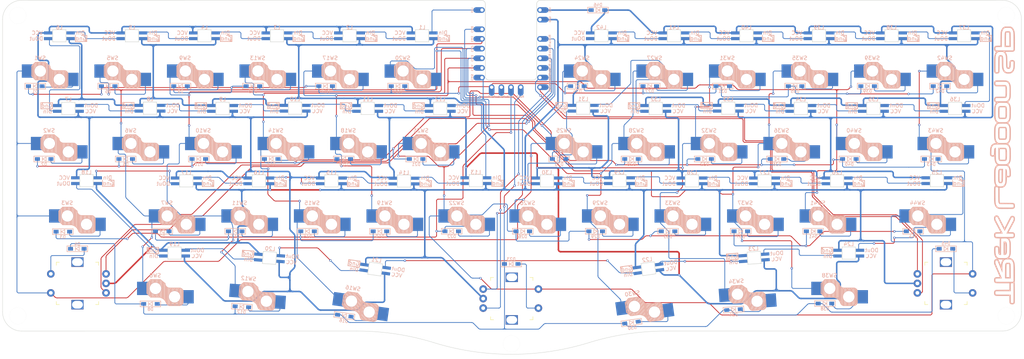
<source format=kicad_pcb>
(kicad_pcb (version 20240108) (generator "pcbnew") (generator_version "8.0")
  (layers (0 "F.Cu" signal) (31 "B.Cu" signal) (34 "B.Paste" user) (35 "F.Paste" user) (36 "B.SilkS" user "B.Silkscreen") (37 "F.SilkS" user "F.Silkscreen") (38 "B.Mask" user) (39 "F.Mask" user) (44 "Edge.Cuts" user))
  (net 0 "")
  (net 1 "Net-(D1-A)")
  (net 2 "Row0")
  (net 3 "Net-(D2-A)")
  (net 4 "Row1")
  (net 5 "Net-(D3-A)")
  (net 6 "Row2")
  (net 7 "Net-(D4-A)")
  (net 8 "Row3")
  (net 9 "Net-(D5-A)")
  (net 10 "Net-(D6-A)")
  (net 11 "Net-(D7-A)")
  (net 12 "Net-(D8-A)")
  (net 13 "Net-(D9-A)")
  (net 14 "Net-(D10-A)")
  (net 15 "Net-(D11-A)")
  (net 16 "Net-(D12-A)")
  (net 17 "Net-(D13-A)")
  (net 18 "Net-(D14-A)")
  (net 19 "Net-(D15-A)")
  (net 20 "Net-(D16-A)")
  (net 21 "Net-(D17-A)")
  (net 22 "Net-(D18-A)")
  (net 23 "Net-(D19-A)")
  (net 24 "Net-(D20-A)")
  (net 25 "Net-(D21-A)")
  (net 26 "Net-(D22-A)")
  (net 27 "Net-(D23-A)")
  (net 28 "Net-(D24-K)")
  (net 29 "Net-(D25-K)")
  (net 30 "Net-(D26-K)")
  (net 31 "Net-(D27-K)")
  (net 32 "Net-(D28-K)")
  (net 33 "Net-(D29-K)")
  (net 34 "Net-(D30-K)")
  (net 35 "Net-(D31-K)")
  (net 36 "Net-(D32-K)")
  (net 37 "Net-(D33-K)")
  (net 38 "Net-(D34-K)")
  (net 39 "Net-(D35-K)")
  (net 40 "Net-(D36-K)")
  (net 41 "Net-(D37-K)")
  (net 42 "Net-(D38-K)")
  (net 43 "Net-(D39-K)")
  (net 44 "Net-(D40-K)")
  (net 45 "Net-(D41-K)")
  (net 46 "Net-(D42-K)")
  (net 47 "Net-(D43-K)")
  (net 48 "Net-(D44-K)")
  (net 49 "VCC")
  (net 50 "LEDVCC")
  (net 51 "GND")
  (net 52 "LED")
  (net 53 "Net-(L1-DOUT)")
  (net 54 "Net-(L2-DOUT)")
  (net 55 "Net-(L3-DOUT)")
  (net 56 "Net-(L4-DOUT)")
  (net 57 "Net-(L5-DOUT)")
  (net 58 "Net-(L6-DOUT)")
  (net 59 "Net-(L7-DOUT)")
  (net 60 "Net-(L8-DOUT)")
  (net 61 "Net-(L10-DIN)")
  (net 62 "Net-(L10-DOUT)")
  (net 63 "Net-(L11-DOUT)")
  (net 64 "Net-(L12-DOUT)")
  (net 65 "Net-(L13-DOUT)")
  (net 66 "Net-(L14-DOUT)")
  (net 67 "Net-(L15-DOUT)")
  (net 68 "Net-(L16-DOUT)")
  (net 69 "Net-(L17-DOUT)")
  (net 70 "Net-(L18-DOUT)")
  (net 71 "Net-(L19-DOUT)")
  (net 72 "Net-(L20-DOUT)")
  (net 73 "Net-(L21-DOUT)")
  (net 74 "Net-(L22-DOUT)")
  (net 75 "Net-(L23-DOUT)")
  (net 76 "Net-(L24-DOUT)")
  (net 77 "Net-(L25-DOUT)")
  (net 78 "Net-(L26-DOUT)")
  (net 79 "Net-(L27-DOUT)")
  (net 80 "Net-(L28-DOUT)")
  (net 81 "Net-(L29-DOUT)")
  (net 82 "Net-(L30-DOUT)")
  (net 83 "Net-(L31-DOUT)")
  (net 84 "Net-(L32-DOUT)")
  (net 85 "Net-(L33-DOUT)")
  (net 86 "Net-(L34-DOUT)")
  (net 87 "Net-(L35-DOUT)")
  (net 88 "Net-(L36-DOUT)")
  (net 89 "Net-(L37-DOUT)")
  (net 90 "Net-(L38-DOUT)")
  (net 91 "Net-(L39-DOUT)")
  (net 92 "Net-(L40-DOUT)")
  (net 93 "Col0")
  (net 94 "RE01b")
  (net 95 "RE01a")
  (net 96 "Col1")
  (net 97 "Col2")
  (net 98 "Col3")
  (net 99 "Col4")
  (net 100 "Col5")
  (net 101 "RE02b")
  (net 102 "RE02a")
  (net 103 "RE03b")
  (net 104 "RE03a")
  (net 105 "Net-(D45-K)")
  (net 106 "Net-(L41-DOUT)")
  (footprint "kbd_Parts:Diode_SMD" (layer "F.Cu") (at 75.5 93.25 -4)
    (property "Reference" "D12")
    (property "Value" "D" (hide yes))
  )
  (footprint "kbd_Parts:LED_SK6812MINI-E_BL" (layer "F.Cu") (at 174.6408 60.1 180)
    (property "Reference" "L29")
    (property "Value" "SK6812MINI")
    (fp_line (start 1.75 1.6) (end -1.75 1.6) (stroke (width 0.12)) (layer "Edge.Cuts"))
    (fp_line (start 1.75 -1.6) (end 1.75 1.6) (stroke (width 0.12)) (layer "Edge.Cuts"))
    (fp_line (start -1.75 1.6) (end -1.75 -1.6) (stroke (width 0.12)) (layer "Edge.Cuts"))
    (fp_line (start -1.75 -1.6) (end 1.75 -1.6) (stroke (width 0.12)) (layer "Edge.Cuts"))
  )
  (footprint "kbd_SW:Choc_v2_Hotswap_1u" (layer "F.Cu") (at 222.2658 46.625)
    (property "Reference" "SW36")
    (property "Value" "SW_PUSH" (hide yes))
  )
  (footprint "kbd_Parts:Diode_SMD" (layer "F.Cu") (at 228.6 92.4 180)
    (property "Reference" "D38")
    (property "Value" "D" (hide yes))
  )
  (footprint "kbd_Parts:LED_SK6812MINI-E_BL" (layer "F.Cu") (at 222.2658 41.1)
    (property "Reference" "L34")
    (property "Value" "SK6812MINI")
    (fp_line (start -1.75 -1.6) (end 1.75 -1.6) (stroke (width 0.12)) (layer "Edge.Cuts"))
    (fp_line (start -1.75 1.6) (end -1.75 -1.6) (stroke (width 0.12)) (layer "Edge.Cuts"))
    (fp_line (start 1.75 -1.6) (end 1.75 1.6) (stroke (width 0.12)) (layer "Edge.Cuts"))
    (fp_line (start 1.75 1.6) (end -1.75 1.6) (stroke (width 0.12)) (layer "Edge.Cuts"))
  )
  (footprint "kbd_Parts:LED_SK6812MINI-E_BL" (layer "F.Cu") (at 29.9542 41.1)
    (property "Reference" "L7")
    (property "Value" "SK6812MINI")
    (fp_line (start -1.75 -1.6) (end 1.75 -1.6) (stroke (width 0.12)) (layer "Edge.Cuts"))
    (fp_line (start -1.75 1.6) (end -1.75 -1.6) (stroke (width 0.12)) (layer "Edge.Cuts"))
    (fp_line (start 1.75 -1.6) (end 1.75 1.6) (stroke (width 0.12)) (layer "Edge.Cuts"))
    (fp_line (start 1.75 1.6) (end -1.75 1.6) (stroke (width 0.12)) (layer "Edge.Cuts"))
  )
  (footprint "kbd_SW:Choc_v2_Hotswap_1u" (layer "F.Cu") (at 79.9605 65.675)
    (property "Reference" "SW11")
    (property "Value" "SW_PUSH" (hide yes))
  )
  (footprint "kbd_Parts:LED_SK6812MINI-E_BL" (layer "F.Cu") (at 60.9105 60.15 180)
    (property "Reference" "L17")
    (property "Value" "SK6812MINI")
    (fp_line (start 1.75 1.6) (end -1.75 1.6) (stroke (width 0.12)) (layer "Edge.Cuts"))
    (fp_line (start 1.75 -1.6) (end 1.75 1.6) (stroke (width 0.12)) (layer "Edge.Cuts"))
    (fp_line (start -1.75 1.6) (end -1.75 -1.6) (stroke (width 0.12)) (layer "Edge.Cuts"))
    (fp_line (start -1.75 -1.6) (end 1.75 -1.6) (stroke (width 0.12)) (layer "Edge.Cuts"))
  )
  (footprint "kbd_SW:Choc_v2_Hotswap_1u" (layer "F.Cu") (at 246.0894 27.575)
    (property "Reference" "SW39")
    (property "Value" "SW_PUSH" (hide yes))
  )
  (footprint "kbd_SW:Choc_v2_Hotswap_1u" (layer "F.Cu") (at 29.9542 46.625)
    (property "Reference" "SW2")
    (property "Value" "SW_PUSH" (hide yes))
  )
  (footprint "kbd_SW:Choc_v2_Hotswap_1u" (layer "F.Cu") (at 207.9894 27.575)
    (property "Reference" "SW31")
    (property "Value" "SW_PUSH" (hide yes))
  )
  (footprint "kbd_Parts:Diode_SMD" (layer "F.Cu") (at 206.5 73.4 180)
    (property "Reference" "D37")
    (property "Value" "D" (hide yes))
  )
  (footprint "kbd_Parts:Diode_SMD" (layer "F.Cu") (at 197 54.4 180)
    (property "Reference" "D32")
    (property "Value" "D" (hide yes))
  )
  (footprint "kbd_Parts:LED_SK6812MINI-E_BL" (layer "F.Cu") (at 188.9394 22 180)
    (property "Reference" "L41")
    (property "Value" "SK6812MINI")
    (fp_line (start 1.75 1.6) (end -1.75 1.6) (stroke (width 0.12)) (layer "Edge.Cuts"))
    (fp_line (start 1.75 -1.6) (end 1.75 1.6) (stroke (width 0.12)) (layer "Edge.Cuts"))
    (fp_line (start -1.75 1.6) (end -1.75 -1.6) (stroke (width 0.12)) (layer "Edge.Cuts"))
    (fp_line (start -1.75 -1.6) (end 1.75 -1.6) (stroke (width 0.12)) (layer "Edge.Cuts"))
  )
  (footprint "kbd_Parts:LED_SK6812MINI-E_BL" (layer "F.Cu") (at 246.0894 22 180)
    (property "Reference" "L38")
    (property "Value" "SK6812MINI")
    (fp_line (start 1.75 1.6) (end -1.75 1.6) (stroke (width 0.12)) (layer "Edge.Cuts"))
    (fp_line (start 1.75 -1.6) (end 1.75 1.6) (stroke (width 0.12)) (layer "Edge.Cuts"))
    (fp_line (start -1.75 1.6) (end -1.75 -1.6) (stroke (width 0.12)) (layer "Edge.Cuts"))
    (fp_line (start -1.75 -1.6) (end 1.75 -1.6) (stroke (width 0.12)) (layer "Edge.Cuts"))
  )
  (footprint "kbd_Parts:LED_SK6812MINI-E_BL" (layer "F.Cu") (at 212.7408 60.15 180)
    (property "Reference" "L27")
    (property "Value" "SK6812MINI")
    (fp_line (start 1.75 1.6) (end -1.75 1.6) (stroke (width 0.12)) (layer "Edge.Cuts"))
    (fp_line (start 1.75 -1.6) (end 1.75 1.6) (stroke (width 0.12)) (layer "Edge.Cuts"))
    (fp_line (start -1.75 1.6) (end -1.75 -1.6) (stroke (width 0.12)) (layer "Edge.Cuts"))
    (fp_line (start -1.75 -1.6) (end 1.75 -1.6) (stroke (width 0.12)) (layer "Edge.Cuts"))
  )
  (footprint "kbd_Parts:Diode_SMD" (layer "F.Cu") (at 177.8 54.4 180)
    (property "Reference" "D28")
    (property "Value" "D" (hide yes))
  )
  (footprint "kbd_Parts:LED_SK6812MINI-E_BL" (layer "F.Cu") (at 155.5908 60.15 180)
    (property "Reference" "L30")
    (property "Value" "SK6812MINI")
    (fp_line (start 1.75 1.6) (end -1.75 1.6) (stroke (width 0.12)) (layer "Edge.Cuts"))
    (fp_line (start 1.75 -1.6) (end 1.75 1.6) (stroke (width 0.12)) (layer "Edge.Cuts"))
    (fp_line (start -1.75 1.6) (end -1.75 -1.6) (stroke (width 0.12)) (layer "Edge.Cuts"))
    (fp_line (start -1.75 -1.6) (end 1.75 -1.6) (stroke (width 0.12)) (layer "Edge.Cuts"))
  )
  (footprint "kbd_Parts:Diode_SMD" (layer "F.Cu") (at 28.5 73.5)
    (property "Reference" "D3")
    (property "Value" "D" (hide yes))
  )
  (footprint "kbd_Parts:LED_SK6812MINI-E_BL" (layer "F.Cu") (at 127.5855 41.1)
    (property "Reference" "L12")
    (property "Value" "SK6812MINI")
    (fp_line (start -1.75 -1.6) (end 1.75 -1.6) (stroke (width 0.12)) (layer "Edge.Cuts"))
    (fp_line (start -1.75 1.6) (end -1.75 -1.6) (stroke (width 0.12)) (layer "Edge.Cuts"))
    (fp_line (start 1.75 -1.6) (end 1.75 1.6) (stroke (width 0.12)) (layer "Edge.Cuts"))
    (fp_line (start 1.75 1.6) (end -1.75 1.6) (stroke (width 0.12)) (layer "Edge.Cuts"))
  )
  (footprint "kbd_Parts:Diode_SMD" (layer "F.Cu") (at 59.4 35.25)
    (property "Reference" "D9")
    (property "Value" "D" (hide yes))
  )
  (footprint "kbd_SW:Choc_v2_Hotswap_1u" (layer "F.Cu") (at 51.3855 46.625)
    (property "Reference" "SW6")
    (property "Value" "SW_PUSH" (hide yes))
  )
  (footprint "kbd_Parts:LED_SK6812MINI-E_BL" (layer "F.Cu") (at 193.6908 60.15 180)
    (property "Reference" "L28")
    (property "Value" "SK6812MINI")
    (fp_line (start 1.75 1.6) (end -1.75 1.6) (stroke (width 0.12)) (layer "Edge.Cuts"))
    (fp_line (start 1.75 -1.6) (end 1.75 1.6) (stroke (width 0.12)) (layer "Edge.Cuts"))
    (fp_line (start -1.75 1.6) (end -1.75 -1.6) (stroke (width 0.12)) (layer "Edge.Cuts"))
    (fp_line (start -1.75 -1.6) (end 1.75 -1.6) (stroke (width 0.12)) (layer "Edge.Cuts"))
  )
  (footprint "kbd_SW:Choc_v2_Hotswap_1u" (layer "F.Cu") (at 174.6408 65.675)
    (property "Reference" "SW29")
    (property "Value" "SW_PUSH" (hide yes))
  )
  (footprint "RP2040:rp2040-zero" (layer "F.Cu") (at 146.1618 24.2336)
    (property "Reference" "U2" (hide yes))
    (property "Value" "rp2040-zero" (hide yes))
    (fp_line (start -7.740734 -11.577147) (end -9.001334 -11.577147) (stroke (width 0.12)) (layer "Edge.Cuts"))
    (fp_line (start -6.740734 -10.577147) (end -6.740734 8.422853) (stroke (width 0.12)) (layer "Edge.Cuts"))
    (fp_line (start -5.740734 9.422853) (end 4.562266 9.422853) (stroke (width 0.12)) (layer "Edge.Cuts"))
    (fp_line (start 4.562266 9.422853) (end 5.746666 9.422853) (stroke (width 0.12)) (layer "Edge.Cuts"))
    (fp_line (start 6.746666 8.422853) (end 6.746666 -10.577147) (stroke (width 0.12)) (layer "Edge.Cuts"))
    (fp_line (start 7.746666 -11.577147) (end 8.983666 -11.577147) (stroke (width 0.12)) (layer "Edge.Cuts"))
    (fp_arc (start -7.740734 -11.577147) (mid -7.033628 -11.284253) (end -6.740734 -10.577147) (stroke (width 0.12)) (layer "Edge.Cuts"))
    (fp_arc (start -5.740734 9.422853) (mid -6.44784 9.129959) (end -6.740734 8.422853) (stroke (width 0.12)) (layer "Edge.Cuts"))
    (fp_arc (start 6.746666 -10.577147) (mid 7.039561 -11.284251) (end 7.746666 -11.577147) (stroke (width 0.12)) (layer "Edge.Cuts"))
    (fp_arc (start 6.746666 8.422853) (mid 6.453766 9.129954) (end 5.746666 9.422853) (stroke (width 0.12)) (layer "Edge.Cuts"))
  )
  (footprint "kbd_Parts:Diode_SMD" (layer "F.Cu") (at 220.75 35.25 180)
    (property "Reference" "D35")
    (property "Value" "D" (hide yes))
  )
  (footprint "kbd_Parts:LED_SK6812MINI-E_BL" (layer "F.Cu") (at 234.8459 79.15)
    (property "Reference" "L24")
    (property "Value" "SK6812MINI")
    (fp_line (start -1.75 -1.6) (end 1.75 -1.6) (stroke (width 0.12)) (layer "Edge.Cuts"))
    (fp_line (start -1.75 1.6) (end -1.75 -1.6) (stroke (width 0.12)) (layer "Edge.Cuts"))
    (fp_line (start 1.75 -1.6) (end 1.75 1.6) (stroke (width 0.12)) (layer "Edge.Cuts"))
    (fp_line (start 1.75 1.6) (end -1.75 1.6) (stroke (width 0.12)) (layer "Edge.Cuts"))
  )
  (footprint "kbd_Parts:Diode_SMD" (layer "F.Cu") (at 204.6 94 -176)
    (property "Reference" "D34")
    (property "Value" "D" (hide yes))
  )
  (footprint "kbd_Parts:LED_SK6812MINI-E_BL" (layer "F.Cu") (at 89.4855 41.05)
    (property "Reference" "L10")
    (property "Value" "SK6812MINI")
    (fp_line (start -1.75 -1.6) (end 1.75 -1.6) (stroke (width 0.12)) (layer "Edge.Cuts"))
    (fp_line (start -1.75 1.6) (end -1.75 -1.6) (stroke (width 0.12)) (layer "Edge.Cuts"))
    (fp_line (start 1.75 -1.6) (end 1.75 1.6) (stroke (width 0.12)) (layer "Edge.Cuts"))
    (fp_line (start 1.75 1.6) (end -1.75 1.6) (stroke (width 0.12)) (layer "Edge.Cuts"))
  )
  (footprint "kbd_Parts:Diode_SMD" (layer "F.Cu") (at 23.6 54.4)
    (property "Reference" "D2")
    (property "Value" "D" (hide yes))
  )
  (footprint "kbd_SW:Choc_v2_Hotswap_1u" (layer "F.Cu") (at 241.3158 46.625)
    (property "Reference" "SW40")
    (property "Value" "SW_PUSH" (hide yes))
  )
  (footprint "kbd_SW:Choc_v2_Hotswap_1u" (layer "F.Cu") (at 227.0394 27.575)
    (property "Reference" "SW35")
    (property "Value" "SW_PUSH" (hide yes))
  )
  (footprint "kbd_Parts:Diode_SMD" (layer "F.Cu") (at 149.25 73.4 180)
    (property "Reference" "D26")
    (property "Value" "D" (hide yes))
  )
  (footprint "kbd_Parts:Diode_SMD" (layer "F.Cu") (at 92.75 73.4)
    (property "Reference" "D15")
    (property "Value" "D" (hide yes))
  )
  (footprint "kbd_Parts:Diode_SMD" (layer "F.Cu") (at 256.5 54.4 180)
    (property "Reference" "D43")
    (property "Value" "D" (hide yes))
  )
  (footprint "kbd_SW:Choc_v2_Hotswap_1u" (layer "F.Cu") (at 118.0605 65.675)
    (property "Reference" "SW19")
    (property "Value" "SW_PUSH" (hide yes))
  )
  (footprint "kbd_SW:Choc_v2_Hotswap_1u" (layer "F.Cu") (at 262.7471 46.625)
    (property "Reference" "SW43")
    (property "Value" "SW_PUSH" (hide yes))
  )
  (footprint "kbd_Parts:LED_SK6812MINI-E_BL" (layer "F.Cu") (at 84.723 22 180)
    (property "Reference" "L3")
    (property "Value" "SK6812MINI")
    (fp_line (start 1.75 1.6) (end -1.75 1.6) (stroke (width 0.12)) (layer "Edge.Cuts"))
    (fp_line (start 1.75 -1.6) (end 1.75 1.6) (stroke (width 0.12)) (layer "Edge.Cuts"))
    (fp_line (start -1.75 1.6) (end -1.75 -1.6) (stroke (width 0.12)) (layer "Edge.Cuts"))
    (fp_line (start -1.75 -1.6) (end 1.75 -1.6) (stroke (width 0.12)) (layer "Edge.Cuts"))
  )
  (footprint "kbd_Parts:LED_SK6812MINI-E_BL" (layer "F.Cu") (at 79.9605 60.15 180)
    (property "Reference" "L16")
    (property "Value" "SK6812MINI")
    (fp_line (start 1.75 1.6) (end -1.75 1.6) (stroke (width 0.12)) (layer "Edge.Cuts"))
    (fp_line (start 1.75 -1.6) (end 1.75 1.6) (stroke (width 0.12)) (layer "Edge.Cuts"))
    (fp_line (start -1.75 1.6) (end -1.75 -1.6) (stroke (width 0.12)) (layer "Edge.Cuts"))
    (fp_line (start -1.75 -1.6) (end 1.75 -1.6) (stroke (width 0.12)) (layer "Edge.Cuts"))
  )
  (footprint "kbd_SW:Choc_v2_Hotswap_1u" (layer "F.Cu") (at 183.0081 88.8006 8)
    (property "Reference" "SW30")
    (property "Value" "SW_PUSH" (hide yes))
  )
  (footprint "kbd_Parts:Diode_SMD" (layer "F.Cu") (at 235 54.4 180)
    (property "Reference" "D40")
    (property "Value" "D" (hide yes))
  )
  (footprint "kbd_SW:Choc_v2_Hotswap_1u" (layer "F.Cu") (at 188.9394 27.575)
    (property "Reference" "SW27")
    (property "Value" "SW_PUSH" (hide yes))
  )
  (footprint "kbd_SW:Choc_v2_Hotswap_1u" (layer "F.Cu") (at 165.1158 46.625)
    (property "Reference" "SW25")
    (property "Value" "SW_PUSH" (hide yes))
  )
  (footprint "kbd_Hole:m2_Spacer_Hole_EdgeCuts" (layer "F.Cu") (at 16.6688 16.6687)
    (property "Reference" "J2")
    (property "Value" "Conn_01x01")
    (fp_circle (center 0 0) (end 2.2 0) (stroke (width 0.01)) (fill none) (layer "Edge.Cuts"))
  )
  (footprint "kbd_Parts:LED_SK6812MINI-E_BL" (layer "F.Cu") (at 51.3855 41.05)
    (property "Reference" "L8")
    (property "Value" "SK6812MINI")
    (fp_line (start -1.75 -1.6) (end 1.75 -1.6) (stroke (width 0.12)) (layer "Edge.Cuts"))
    (fp_line (start -1.75 1.6) (end -1.75 -1.6) (stroke (width 0.12)) (layer "Edge.Cuts"))
    (fp_line (start 1.75 -1.6) (end 1.75 1.6) (stroke (width 0.12)) (layer "Edge.Cuts"))
    (fp_line (start 1.75 1.6) (end -1.75 1.6) (stroke (width 0.12)) (layer "Edge.Cuts"))
  )
  (footprint "kbd_SW:Choc_v2_Hotswap_1u" (layer "F.Cu") (at 70.4355 46.625)
    (property "Reference" "SW10")
    (property "Value" "SW_PUSH" (hide yes))
  )
  (footprint "kbd_SW:Choc_v2_Hotswap_1u" (layer "F.Cu") (at 203.2158 46.625)
    (property "Reference" "SW32")
    (property "Value" "SW_PUSH" (hide yes))
  )
  (footprint "kbd_SW:Choc_v2_Hotswap_1u" (layer "F.Cu") (at 210.3596 85.9189 4)
    (property "Reference" "SW34")
    (property "Value" "SW_PUSH" (hide yes))
  )
  (footprint "kbd_Parts:Diode_SMD" (layer "F.Cu") (at 158.8 54.4 180)
    (property "Reference" "D25")
    (property "Value" "D" (hide yes))
  )
  (footprint "kbd_Parts:Diode_SMD" (layer "F.Cu") (at 146.225 82)
    (property "Reference" "D23")
    (property "Value" "D" (hide yes))
  )
  (footprint "kbd_SW:Choc_v2_Hotswap_1u" (layer "F.Cu") (at 34.7167 65.675)
    (property "Reference" "SW3")
    (property "Value" "SW_PUSH" (hide yes))
  )
  (footprint "kbd_Parts:RotaryEncoder_EC12E" (layer "F.Cu") (at 146.361 91.105)
    (property "Reference" "SW23")
    (property "Value" "RotaryEncoder_Switch")
  )
  (footprint "kbd_Parts:Diode_SMD" (layer "F.Cu") (at 78.4 35.25)
    (property "Reference" "D13")
    (property "Value" "D" (hide yes))
  )
  (footprint "kbd_Parts:Diode_SMD" (layer "F.Cu") (at 102.25 54.4)
    (property "Reference" "D18")
    (property "Value" "D" (hide yes))
  )
  (footprint "kbd_Parts:LED_SK6812MINI-E_BL" (layer "F.Cu") (at 169.8894 22 180)
    (property "Reference" "L42")
    (property "Value" "SK6812MINI")
    (fp_line (start 1.75 1.6) (end -1.75 1.6) (stroke (width 0.12)) (layer "Edge.Cuts"))
    (fp_line (start 1.75 -1.6) (end 1.75 1.6) (stroke (width 0.12)) (layer "Edge.Cuts"))
    (fp_line (start -1.75 1.6) (end -1.75 -1.6) (stroke (width 0.12)) (layer "Edge.Cuts"))
    (fp_line (start -1.75 -1.6) (end 1.75 -1.6) (stroke (width 0.12)) (layer "Edge.Cuts"))
  )
  (footprint "kbd_Parts:LED_SK6812MINI-E_BL" (layer "F.Cu") (at 27.573 22 180)
    (property "Reference" "L6")
    (property "Value" "SK6812MINI")
    (fp_line (start 1.75 1.6) (end -1.75 1.6) (stroke (width 0.12)) (layer "Edge.Cuts"))
    (fp_line (start 1.75 -1.6) (end 1.75 1.6) (stroke (width 0.12)) (layer "Edge.Cuts"))
    (fp_line (start -1.75 1.6) (end -1.75 -1.6) (stroke (width 0.12)) (layer "Edge.Cuts"))
    (fp_line (start -1.75 -1.6) (end 1.75 -1.6) (stroke (width 0.12)) (layer "Edge.Cuts"))
  )
  (footprint "kbd_SW:Choc_v2_Hotswap_1u" (layer "F.Cu") (at 82.3417 85.9058 -4)
    (property "Reference" "SW12")
    (property "Value" "SW_PUSH" (hide yes))
  )
  (footprint "kbd_Parts:Diode_SMD" (layer "F.Cu") (at 102.4 95.6 -8)
    (property "Reference" "D16")
    (property "Value" "D" (hide yes))
  )
  (footprint "kbd_Parts:Diode_SMD" (layer "F.Cu") (at 225.5 73.4 180)
    (property "Reference" "D41")
    (property "Value" "D" (hide yes))
  )
  (footprint "kbd_Parts:LED_SK6812MINI-E_BL" (layer "F.Cu") (at 122.823 22 180)
    (property "Reference" "L1")
    (property "Value" "SK6812MINI")
    (fp_line (start 1.75 1.6) (end -1.75 1.6) (stroke (width 0.12)) (layer "Edge.Cuts"))
    (fp_line (start 1.75 -1.6) (end 1.75 1.6) (stroke (width 0.12)) (layer "Edge.Cuts"))
    (fp_line (start -1.75 1.6) (end -1.75 -1.6) (stroke (width 0.12)) (layer "Edge.Cuts"))
    (fp_line (start -1.75 -1.6) (end 1.75 -1.6) (stroke (width 0.12)) (layer "Edge.Cuts"))
  )
  (footprint "kbd_Parts:Diode_SMD" (layer "F.Cu") (at 32.3 78)
    (property "Reference" "D4")
    (property "Value" "D" (hide yes))
  )
  (footprint "kbd_Parts:LED_SK6812MINI-E_BL" (layer "F.Cu") (at 34.7167 60.1 180)
    (property "Reference" "L18")
    (property "Value" "SK6812MINI")
    (fp_line (start 1.75 1.6) (end -1.75 1.6) (stroke (width 0.12)) (layer "Edge.Cuts"))
    (fp_line (start 1.75 -1.6) (end 1.75 1.6) (stroke (width 0.12)) (layer "Edge.Cuts"))
    (fp_line (start -1.75 1.6) (end -1.75 -1.6) (stroke (width 0.12)) (layer "Edge.Cuts"))
    (fp_line (start -1.75 -1.6) (end 1.75 -1.6) (stroke (width 0.12)) (layer "Edge.Cuts"))
  )
  (footprint "kbd_SW:Choc_v2_Hotswap_1u" (layer "F.Cu") (at 136.9438 65.675)
    (property "Reference" "SW22")
    (property "Value" "SW_PUSH" (hide yes))
  )
  (footprint "kbd_Parts:Diode_SMD" (layer "F.Cu") (at 54.6 73.4)
    (property "Reference" "D7")
    (property "Value" "D" (hide yes))
  )
  (footprint "kbd_Parts:LED_SK6812MINI-E_BL" (layer "F.Cu") (at 257.9846 60.1 180)
    (property "Reference" "L25")
    (property "Value" "SK6812MINI")
    (fp_line (start 1.75 1.6) (end -1.75 1.6) (stroke (width 0.12)) (layer "Edge.Cuts"))
    (fp_line (start 1.75 -1.6) (end 1.75 1.6) (stroke (width 0.12)) (layer "Edge.Cuts"))
    (fp_line (start -1.75 1.6) (end -1.75 -1.6) (stroke (width 0.12)) (layer "Edge.Cuts"))
    (fp_line (start -1.75 -1.6) (end 1.75 -1.6) (stroke (width 0.12)) (layer "Edge.Cuts"))
  )
  (footprint "kbd_Parts:LED_SK6812MINI-E_BL" (layer "F.Cu") (at 57.8247 79.15)
    (property "Reference" "L19")
    (property "Value" "SK6812MINI")
    (fp_line (start -1.75 -1.6) (end 1.75 -1.6) (stroke (width 0.12)) (layer "Edge.Cuts"))
    (fp_line (start -1.75 1.6) (end -1.75 -1.6) (stroke (width 0.12)) (layer "Edge.Cuts"))
    (fp_line (start 1.75 -1.6) (end 1.75 1.6) (stroke (width 0.12)) (layer "Edge.Cuts"))
    (fp_line (start 1.75 1.6) (end -1.75 1.6) (stroke (width 0.12)) (layer "Edge.Cuts"))
  )
  (footprint "kbd_Parts:Diode_SMD" (layer "F.Cu") (at 64.2 54.4)
    (property "Reference" "D10")
    (property "Value" "D" (hide yes))
  )
  (footprint "kbd_Parts:LED_SK6812MINI-E_BL" (layer "F.Cu") (at 182.25 83.25 8)
    (property "Reference" "L22")
    (property "Value" "SK6812MINI")
    (fp_line (start -1.75 -1.6) (end 1.75 -1.6) (stroke (width 0.12)) (layer "Edge.Cuts"))
    (fp_line (start -1.75 1.6) (end -1.75 -1.6) (stroke (width 0.12)) (layer "Edge.Cuts"))
    (fp_line (start 1.75 -1.6) (end 1.75 1.6) (stroke (width 0.12)) (layer "Edge.Cuts"))
    (fp_line (start 1.75 1.6) (end -1.75 1.6) (stroke (width 0.12)) (layer "Edge.Cuts"))
  )
  (footprint "kbd_Parts:Diode_SMD" (layer "F.Cu") (at 111.75 73.4)
    (property "Reference" "D19")
    (property "Value" "D" (hide yes))
  )
  (footprint "kbd_SW:Choc_v2_Hotswap_1u" (layer "F.Cu") (at 155.5908 65.675)
    (property "Reference" "SW26")
    (property "Value" "SW_PUSH" (hide yes))
  )
  (footprint "kbd_Hole:m2_Spacer_Hole_EdgeCuts" (layer "F.Cu") (at 276.1905 95.6312)
    (property "Reference" "J7")
    (property "Value" "Conn_01x01")
    (fp_circle (center 0 0) (end 2.2 0) (stroke (width 0.01)) (fill none) (layer "Edge.Cuts"))
  )
  (footprint "kbd_Hole:m2_Spacer_Hole_EdgeCuts" (layer "F.Cu") (at 146.2756 102.9858)
    (property "Reference" "J3")
    (property "Value" "Conn_01x01")
    (fp_circle (center 0 0) (end 2.2 0) (stroke (width 0.01)) (fill none) (layer "Edge.Cuts"))
  )
  (footprint "kbd_SW:Choc_v2_Hotswap_1u" (layer "F.Cu") (at 57.8247 84.725)
    (property "Reference" "SW8")
    (property "Value" "SW_PUSH" (hide yes))
  )
  (footprint "kbd_Parts:Diode_SMD" (layer "F.Cu") (at 169 15.25 180)
    (property "Reference" "D46")
    (property "Value" "D" (hide yes))
  )
  (footprint "kbd_Parts:Diode_SMD" (layer "F.Cu") (at 187.4 73.4 180)
    (property "Reference" "D33")
    (property "Value" "D" (hide yes))
  )
  (footprint "kbd_SW:Choc_v2_Hotswap_1u" (layer "F.Cu") (at 89.4855 46.625)
    (property "Reference" "SW14")
    (property "Value" "SW_PUSH" (hide yes))
  )
  (footprint "kbd_Parts:Diode_SMD" (layer "F.Cu") (at 45 54.4)
    (property "Reference" "D6")
    (property "Value" "D" (hide yes))
  )
  (footprint "kbd_SW:Choc_v2_Hotswap_1u" (layer "F.Cu") (at 99.0105 65.675)
    (property "Reference" "SW15")
    (property "Value" "SW_PUSH" (hide yes))
  )
  (footprint "kbd_Parts:Diode_SMD" (layer "F.Cu") (at 97.5 35.25)
    (property "Reference" "D17")
    (property "Value" "D" (hide yes))
  )
  (footprint "kbd_Parts:Diode_SMD" (layer "F.Cu") (at 51.5 92.5)
    (property "Reference" "D8")
    (property "Value" "D" (hide yes))
  )
  (footprint "kbd_Parts:Diode_SMD" (layer "F.Cu") (at 163.6 35.25 180)
    (property "Reference" "D24")
    (property "Value" "D" (hide yes))
  )
  (footprint "kbd_Parts:Diode_SMD" (layer "F.Cu") (at 258.8 35.25 180)
    (property "Reference" "D42")
    (property "Value" "D" (hide yes))
  )
  (footprint "kbd_SW:Choc_v2_Hotswap_1u" (layer "F.Cu") (at 122.823 27.575)
    (property "Reference" "SW20")
    (property "Value" "SW_PUSH" (hide yes))
  )
  (footprint "kbd_Parts:LED_SK6812MINI-E_BL" (layer "F.Cu") (at 241.3158 41.1)
    (property "Reference" "L35")
    (property "Value" "SK6812MINI")
    (fp_line (start -1.75 -1.6) (end 1.75 -1.6) (stroke (width 0.12)) (layer "Edge.Cuts"))
    (fp_line (start -1.75 1.6) (end -1.75 -1.6) (stroke (width 0.12)) (layer "Edge.Cuts"))
    (fp_line (start 1.75 -1.6) (end 1.75 1.6) (stroke (width 0.12)) (layer "Edge.Cuts"))
    (fp_line (start 1.75 1.6) (end -1.75 1.6) (stroke (width 0.12)) (layer "Edge.Cuts"))
  )
  (footprint "kbd_Hole:m2_Spacer_Hole_EdgeCuts" (layer "F.Cu") (at 276.1838 16.6687)
    (property "Reference" "J5")
    (property "Value" "Conn_01x01")
    (fp_circle (center 0 0) (end 2.2 0) (stroke (width 0.01)) (fill none) (layer "Edge.Cuts"))
  )
  (footprint "kbd_Parts:LED_SK6812MINI-E_BL" (layer "F.Cu") (at 108.5355 41.1)
    (property "Reference" "L11")
    (property "Value" "SK6812MINI")
    (fp_line (start -1.75 -1.6) (end 1.75 -1.6) (stroke (width 0.12)) (layer "Edge.Cuts"))
    (fp_line (start -1.75 1.6) (end -1.75 -1.6) (stroke (width 0.12)) (layer "Edge.Cuts"))
    (fp_line (start 1.75 -1.6) (end 1.75 1.6) (stroke (width 0.12)) (layer "Edge.Cuts"))
    (fp_line (start 1.75 1.6) (end -1.75 1.6) (stroke (width 0.12)) (layer "Edge.Cuts"))
  )
  (footprint "kbd_Parts:LED_SK6812MINI-E_BL" (layer "F.Cu") (at 203.2158 41.05)
    (property "Reference" "L33")
    (property "Value" "SK6812MINI")
    (fp_line (start -1.75 -1.6) (end 1.75 -1.6) (stroke (width 0.12)) (layer "Edge.Cuts"))
    (fp_line (start -1.75 1.6) (end -1.75 -1.6) (stroke (width 0.12)) (layer "Edge.Cuts"))
    (fp_line (start 1.75 -1.6) (end 1.75 1.6) (stroke (width 0.12)) (layer "Edge.Cuts"))
    (fp_line (start 1.75 1.6) (end -1.75 1.6) (stroke (width 0.12)) (layer "Edge.Cuts"))
  )
  (footprint "kbd_Parts:Diode_SMD" (layer "F.Cu") (at 116.5 35.25)
    (property "Reference" "D20")
    (property "Value" "D" (hide yes))
  )
  (footprint "kbd_Parts:Diode_SMD" (layer "F.Cu") (at 216 54.4 180)
    (property "Reference" "D36")
    (property "Value" "D" (hide yes))
  )
  (footprint "kbd_SW:Choc_v2_Hotswap_1u" (layer "F.Cu") (at 169.8894 27.575)
    (property "Reference" "SW24")
    (property "Value" "SW_PUSH" (hide yes))
  )
  (footprint "kbd_Parts:LED_SK6812MINI-E_BL" (layer "F.Cu") (at 118.0605 60.2 180)
    (property "Reference" "L14")
    (property "Value" "SK6812MINI")
    (fp_line (start 1.75 1.6) (end -1.75 1.6) (stroke (width 0.12)) (layer "Edge.Cuts"))
    (fp_line (start 1.75 -1.6) (end 1.75 1.6) (stroke (width 0.12)) (layer "Edge.Cuts"))
    (fp_line (start -1.75 1.6) (end -1.75 -1.6) (stroke (width 0.12)) (layer "Edge.Cuts"))
    (fp_line (start -1.75 -1.6) (end 1.75 -1.6) (stroke (width 0.12)) (layer "Edge.Cuts"))
  )
  (footprint "kbd_SW:Choc_v2_Hotswap_1u" (layer "F.Cu") (at 60.9105 65.675)
    (property "Reference" "SW7")
    (property "Value" "SW_PUSH" (hide yes))
  )
  (footprint "kbd_Parts:LED_SK6812MINI-E_BL" (layer "F.Cu") (at 70.4355 41.1)
    (property "Reference" "L9")
    (property "Value" "SK6812MINI")
    (fp_line (start -1.75 -1.6) (end 1.75 -1.6) (stroke (width 0.12)) (layer "Edge.Cuts"))
    (fp_line (start -1.75 1.6) (end -1.75 -1.6) (stroke (width 0.12)) (layer "Edge.Cuts"))
    (fp_line (start 1.75 -1.6) (end 1.75 1.6) (stroke (width 0.12)) (layer "Edge.Cuts"))
    (fp_line (start 1.75 1.6) (end -1.75 1.6) (stroke (width 0.12)) (layer "Edge.Cuts"))
  )
  (footprint "kbd_Parts:Diode_SMD" (layer "F.Cu") (at 121.25 54.4)
    (property "Reference" "D21")
    (property "Value" "D" (hide yes))
  )
  (footprint "kbd_SW:Choc_v2_Hotswap_1u" (layer "F.Cu") (at 27.573 27.575)
    (property "Reference" "SW1")
    (property "Value" "SW_PUSH" (hide yes))
  )
  (footprint "kbd_Parts:RotaryEncoder_EC12E" (layer "F.Cu") (at 260.3658 87.1062)
    (property "Reference" "SW45")
    (property "Value" "RotaryEncoder_Switch")
  )
  (footprint "kbd_SW:Choc_v2_Hotswap_1u" (layer "F.Cu") (at 46.623 27.575)
    (property "Reference" "SW5")
    (property "Value" "SW_PUSH" (hide yes))
  )
  (footprint "kbd_Parts:Diode_SMD" (layer "F.Cu") (at 201.75 35.25 180)
    (property "Reference" "D31")
    (property "Value" "D" (hide yes))
  )
  (footprint "kbd_Parts:LED_SK6812MINI-E_BL" (layer "F.Cu") (at 209.9999 80.366806 4)
    (property "Reference" "L23")
    (property "Value" "SK6812MINI")
    (fp_line (start -1.75 -1.6) (end 1.75 -1.6) (stroke (width 0.12)) (layer "Edge.Cuts"))
    (fp_line (start -1.75 1.6) (end -1.75 -1.6) (stroke (width 0.12)) (layer "Edge.Cuts"))
    (fp_line (start 1.75 -1.6) (end 1.75 1.6) (stroke (width 0.12)) (layer "Edge.Cuts"))
    (fp_line (start 1.75 1.6) (end -1.75 1.6) (stroke (width 0.12)) (layer "Edge.Cuts"))
  )
  (footprint "kbd_Parts:LED_SK6812MINI-E_BL" (layer "F.Cu") (at 265.1394 22 180)
    (property "Reference" "L37")
    (property "Value" "SK6812MINI")
    (fp_line (start 1.75 1.6) (end -1.75 1.6) (stroke (width 0.12)) (layer "Edge.Cuts"))
    (fp_line (start 1.75 -1.6) (end 1.75 1.6) (stroke (width 0.12)) (layer "Edge.Cuts"))
    (fp_line (start -1.75 1.6) (end -1.75 -1.6) (stroke (width 0.12)) (layer "Edge.Cuts"))
    (fp_line (start -1.75 -1.6) (end 1.75 -1.6) (stroke (width 0.12)) (layer "Edge.Cuts"))
  )
  (footprint "kbd_SW:Choc_v2_Hotswap_1u" (layer "F.Cu") (at 265.1394 27.575)
    (property "Reference" "SW42")
    (property "Value" "SW_PUSH" (hide yes))
  )
  (footprint "kbd_SW:Choc_v2_Hotswap_1u" (layer "F.Cu") (at 127.5855 46.625)
    (property "Reference" "SW21")
    (property "Value" "SW_PUSH" (hide yes))
  )
  (footprint "kbd_Parts:LED_SK6812MINI-E_BL" (layer "F.Cu") (at 227.0394 22 180)
    (property "Reference" "L39")
    (property "Value" "SK6812MINI")
    (fp_line (start 1.75 1.6) (end -1.75 1.6) (stroke (width 0.12)) (layer "Edge.Cuts"))
    (fp_line (start 1.75 -1.6) (end 1.75 1.6) (stroke (width 0.12)) (layer "Edge.Cuts"))
    (fp_line (start -1.75 1.6) (end -1.75 -1.6) (stroke (width 0.12)) (layer "Edge.Cuts"))
    (fp_line (start -1.75 -1.6) (end 1.75 -1.6) (stroke (width 0.12)) (layer "Edge.Cuts"))
  )
  (footprint "kbd_SW:Choc_v2_Hotswap_1u" (layer "F.Cu") (at 65.673 27.575)
    (property "Reference" "SW9")
    (property "Value" "SW_PUSH" (hide yes))
  )
  (footprint "kbd_Parts:Diode_SMD" (layer "F.Cu") (at 182.6 35.25 180)
    (property "Reference" "D27")
    (property "Value" "D" (hide yes))
  )
  (footprint "kbd_SW:Choc_v2_Hotswap_1u" (layer "F.Cu") (at 184.1658 46.625)
    (property "Reference" "SW28")
    (property "Value" "SW_PUSH" (hide yes))
  )
  (footprint "kbd_Parts:LED_SK6812MINI-E_BL" (layer "F.Cu") (at 46.623 22 180)
    (property "Reference" "L5")
    (property "Value" "SK6812MINI")
    (fp_line (start 1.75 1.6) (end -1.75 1.6) (stroke (width 0.12)) (layer "Edge.Cuts"))
    (fp_line (start 1.75 -1.6) (end 1.75 1.6) (stroke (width 0.12)) (layer "Edge.Cuts"))
    (fp_line (start -1.75 1.6) (end -1.75 -1.6) (stroke (width 0.12)) (layer "Edge.Cuts"))
    (fp_line (start -1.75 -1.6) (end 1.75 -1.6) (stroke (width 0.12)) (layer "Edge.Cuts"))
  )
  (footprint "kbd_Parts:Diode_SMD" (layer "F.Cu") (at 239.8 35.25 180)
    (property "Reference" "D39")
    (property "Value" "D" (hide yes))
  )
  (footprint "kbd_Parts:Diode_SMD" (layer "F.Cu") (at 177.8 97.4 -172)
    (property "Reference" "D30")
    (property "Value" "D" (hide yes))
  )
  (footprint "kbd_Parts:LED_SK6812MINI-E_BL" (layer "F.Cu") (at 184.1658 41.1)
    (property "Reference" "L32")
    (property "Value" "SK6812MINI")
    (fp_line (start -1.75 -1.6) (end 1.75 -1.6) (stroke (width 0.12)) (layer "Edge.Cuts"))
    (fp_line (start -1.75 1.6) (end -1.75 -1.6) (stroke (width 0.12)) (layer "Edge.Cuts"))
    (fp_line (start 1.75 -1.6) (end 1.75 1.6) (stroke (width 0.12)) (layer "Edge.Cuts"))
    (fp_line (start 1.75 1.6) (end -1.75 1.6) (stroke (width 0.12)) (layer "Edge.Cuts"))
  )
  (footprint "kbd_Parts:LED_SK6812MINI-E_BL" (layer "F.Cu") (at 165.1158 41.05)
    (property "Reference" "L31")
    (property "Value" "SK6812MINI")
    (fp_line (start -1.75 -1.6) (end 1.75 -1.6) (stroke (width 0.12)) (layer "Edge.Cuts"))
    (fp_line (start -1.75 1.6) (end -1.75 -1.6) (stroke (width 0.12)) (layer "Edge.Cuts"))
    (fp_line (start 1.75 -1.6) (end 1.75 1.6) (stroke (width 0.12)) (layer "Edge.Cuts"))
    (fp_line (start 1.75 1.6) (end -1.75 1.6) (stroke (width 0.12)) (layer "Edge.Cuts"))
  )
  (footprint "kbd_Parts:LED_SK6812MINI-E_BL" (layer "F.Cu") (at 82.75 80.4 -4)
    (property "Reference" "L20")
    (property "Value" "SK6812MINI")
    (fp_line (start -1.75 1.6) (end -1.75 -1.6) (stroke (width 0.12)) (layer "Edge.Cuts"))
    (fp_line (start -1.75 -1.6) (end 1.75 -1.6) (stroke (width 0.12)) (layer "Edge.Cuts"))
    (fp_line (start 1.75 1.6) (end -1.75 1.6) (stroke (width 0.12)) (layer "Edge.Cuts"))
    (fp_line (start 1.75 -1.6) (end 1.75 1.6) (stroke (width 0.12)) (layer "Edge.Cuts"))
  )
  (footprint "kbd_SW:Choc_v2_Hotswap_1u" (layer "F.Cu") (at 212.7408 65.675)
    (property "Reference" "SW37")
    (property "Value" "SW_PUSH" (hide yes))
  )
  (footprint "kbd_Parts:LED_SK6812MINI-E_BL" (layer "F.Cu") (at 110.5 83.3437 -8)
    (property "Reference" "L21")
    (property "Value" "SK6812MINI")
    (fp_line (start -1.75 1.6) (end -1.75 -1.6) (stroke (width 0.12)) (layer "Edge.Cuts"))
    (fp_line (start -1.75 -1.6) (end 1.75 -1.6) (stroke (width 0.12)) (layer "Edge.Cuts"))
    (fp_line (start 1.75 1.6) (end -1.75 1.6) (stroke (width 0.12)) (layer "Edge.Cuts"))
    (fp_line (start 1.75 -1.6) (end 1.75 1.6) (stroke (width 0.12)) (layer "Edge.Cuts"))
  )
  (footprint "kbd_SW:Choc_v2_Hotswap_1u" (layer "F.Cu") (at 231.7908 65.675)
    (property "Reference" "SW41")
    (property "Value" "SW_PUSH" (hide yes))
  )
  (footprint "kbd_Parts:RotaryEncoder_EC12E" (layer "F.Cu") (at 32.3355 87.1062 180)
    (property "Reference" "SW4")
    (property "Value" "RotaryEncoder_Switch")
  )
  (footprint "kbd_Hole:m2_Spacer_Hole_EdgeCuts" (layer "F.Cu") (at 16.6688 95.6312)
    (property "Reference" "J4")
    (property "Value" "Conn_01x01")
    (fp_circle (center 0 0) (end 2.2 0) (stroke (width 0.01)) (fill none) (layer "Edge.Cuts"))
  )
  (footprint "kbd_Parts:Diode_SMD" (layer "F.Cu") (at 251.75 73.4 180)
    (property "Reference" "D44")
    (property "Value" "D" (hide yes))
  )
  (footprint "kbd_Parts:LED_SK6812MINI-E_BL" (layer "F.Cu") (at 136.9438 60.1 180)
    (property "Reference" "L13")
    (property "Value" "SK6812MINI")
    (fp_line (start 1.75 1.6) (end -1.75 1.6) (stroke (width 0.12)) (layer "Edge.Cuts"))
    (fp_line (start 1.75 -1.6) (end 1.75 1.6) (stroke (width 0.12)) (layer "Edge.Cuts"))
    (fp_line (start -1.75 1.6) (end -1.75 -1.6) (stroke (width 0.12)) (layer "Edge.Cuts"))
    (fp_line (start -1.75 -1.6) (end 1.75 -1.6) (stroke (width 0.12)) (layer "Edge.Cuts"))
  )
  (footprint "kbd_Parts:LED_SK6812MINI-E_BL" (layer "F.Cu") (at 262.7471 41.1)
    (property "Reference" "L36")
    (property "Value" "SK6812MINI")
    (fp_line (start -1.75 -1.6) (end 1.75 -1.6) (stroke (width 0.12)) (layer "Edge.Cuts"))
    (fp_line (start -1.75 1.6) (end -1.75 -1.6) (stroke (width 0.12)) (layer "Edge.Cuts"))
    (fp_line (start 1.75 -1.6) (end 1.75 1.6) (stroke (width 0.12)) (layer "Edge.Cuts"))
    (fp_line (start 1.75 1.6) (end -1.75 1.6) (stroke (width 0.12)) (layer "Edge.Cuts"))
  )
  (footprint "kbd_Parts:Diode_SMD" (layer "F.Cu") (at 168.4 73.4 180)
    (property "Reference" "D29")
    (property "Value" "D" (hide yes))
  )
  (footprint "kbd_Parts:LED_SK6812MINI-E_BL" (layer "F.Cu") (at 99.0105 60.15 180)
    (property "Reference" "L15")
    (property "Value" "SK6812MINI")
    (fp_line (start 1.75 1.6) (end -1.75 1.6) (stroke (width 0.12)) (layer "Edge.Cuts"))
    (fp_line (start 1.75 -1.6) (end 1.75 1.6) (stroke (width 0.12)) (layer "Edge.Cuts"))
    (fp_line (start -1.75 1.6) (end -1.75 -1.6) (stroke (width 0.12)) (layer "Edge.Cuts"))
    (fp_line (start -1.75 -1.6) (end 1.75 -1.6) (stroke (width 0.12)) (layer "Edge.Cuts"))
  )
  (footprint "kbd_Parts:Diode_SMD" (layer "F.Cu") (at 130.6 73.4)
    (property "Reference" "D22")
    (property "Value" "D" (hide yes))
  )
  (footprint "kbd_Parts:LED_SK6812MINI-E_BL" (layer "F.Cu") (at 65.673 22 180)
    (property "Reference" "L4")
    (property "Value" "SK6812MINI")
    (fp_line (start 1.75 1.6) (end -1.75 1.6) (stroke (width 0.12)) (layer "Edge.Cuts"))
    (fp_line (start 1.75 -1.6) (end 1.75 1.6) (stroke (width 0.12)) (layer "Edge.Cuts"))
    (fp_line (start -1.75 1.6) (end -1.75 -1.6) (stroke (width 0.12)) (layer "Edge.Cuts"))
    (fp_line (start -1.75 -1.6) (end 1.75 -1.6) (stroke (width 0.12)) (layer "Edge.Cuts"))
  )
  (footprint "kbd_SW:Choc_v2_Hotswap_1u" (layer "F.Cu") (at 257.9846 65.675)
    (property "Reference" "SW44")
    (property "Value" "SW_PUSH" (hide yes))
  )
  (footprint "kbd_SW:Choc_v2_Hotswap_1u" (layer "F.Cu") (at 193.6908 65.675)
    (property "Reference" "SW33")
    (property "Value" "SW_PUSH" (hide yes))
  )
  (footprint "kbd_Parts:LED_SK6812MINI-E_BL" (layer "F.Cu") (at 231.7908 60.15 180)
    (property "Reference" "L26")
    (property "Value" "SK6812MINI")
    (fp_line (start 1.75 1.6) (end -1.75 1.6) (stroke (width 0.12)) (layer "Edge.Cuts"))
    (fp_line (start 1.75 -1.6) (end 1.75 1.6) (stroke (width 0.12)) (layer "Edge.Cuts"))
    (fp_line (start -1.75 1.6) (end -1.75 -1.6) (stroke (width 0.12)) (layer "Edge.Cuts"))
    (fp_line (start -1.75 -1.6) (end 1.75 -1.6) (stroke (width 0.12)) (layer "Edge.Cuts"))
  )
  (footprint "kbd_SW:Choc_v2_Hotswap_1u" (layer "F.Cu") (at 109.7393 88.7973 -8)
    (property "Reference" "SW16")
    (property "Value" "SW_PUSH" (hide yes))
  )
  (footprint "kbd_SW:Choc_v2_Hotswap_1u" (layer "F.Cu") (at 108.5355 46.625)
    (property "Reference" "SW18")
    (property "Value" "SW_PUSH" (hide yes))
  )
  (footprint "kbd_Parts:LED_SK6812MINI-E_BL" (layer "F.Cu") (at 207.9894 22 180)
    (property "Reference" "L40")
    (property "Value" "SK6812MINI")
    (fp_line (start 1.75 1.6) (end -1.75 1.6) (stroke (width 0.12)) (layer "Edge.Cuts"))
    (fp_line (start 1.75 -1.6) (end 1.75 1.6) (stroke (width 0.12)) (layer "Edge.Cuts"))
    (fp_line (start -1.75 1.6) (end -1.75 -1.6) (stroke (width 0.12)) (layer "Edge.Cuts"))
    (fp_line (start -1.75 -1.6) (end 1.75 -1.6) (stroke (width 0.12)) (layer "Edge.Cuts"))
  )
  (footprint "kbd_Parts:Diode_SMD" (layer "F.Cu") (at 40.4 35.25)
    (property "Reference" "D5")
    (property "Value" "D" (hide yes))
  )
  (footprint "kbd_SW:Choc_v2_Hotswap_1u" (layer "F.Cu") (at 103.773 27.575)
    (property "Reference" "SW17")
    (property "Value" "SW_PUSH" (hide yes))
  )
  (footprint "kbd_Parts:LED_SK6812MINI-E_BL" (layer "F.Cu") (at 103.773 22 180)
    (property "Reference" "L2")
    (property "Value" "SK6812MINI")
    (fp_line (start 1.75 1.6) (end -1.75 1.6) (stroke (width 0.12)) (layer "Edge.Cuts"))
    (fp_line (start 1.75 -1.6) (end 1.75 1.6) (stroke (width 0.12)) (layer "Edge.Cuts"))
    (fp_line (start -1.75 1.6) (end -1.75 -1.6) (stroke (width 0.12)) (layer "Edge.Cuts"))
    (fp_line (start -1.75 -1.6) (end 1.75 -1.6) (stroke (width 0.12)) (layer "Edge.Cuts"))
  )
  (footprint "kbd_SW:Choc_v2_Hotswap_1u" (layer "F.Cu") (at 84.723 27.575)
    (property "Reference" "SW13")
    (property "Value" "SW_PUSH" (hide yes))
  )
  (footprint "kbd_Parts:Diode_SMD" (layer "F.Cu") (at 260.3658 78 180)
    (property "Reference" "D45")
    (property "Value" "D" (hide yes))
  )
  (footprint "kbd_Parts:Diode_SMD" (layer "F.Cu") (at 83.2 54.4)
    (property "Reference" "D14")
    (property "Value" "D" (hide yes))
  )
  (footprint "kbd_SW:Choc_v2_Hotswap_1u" (layer "F.Cu") (at 234.8459 84.725)
    (property "Reference" "SW38")
    (property "Value" "SW_PUSH" (hide yes))
  )
  (footprint "kbd_Parts:Diode_SMD" (layer "F.Cu") (at 21.25 35.25)
    (property "Reference" "D1")
    (property "Value" "D" (hide yes))
  )
  (footprint "kbd_Parts:Diode_SMD" (layer "F.Cu") (at 73.75 73.4)
    (property "Reference" "D11")
    (property "Value" "D" (hide yes))
  )
  (footprint "LOGO" (layer "B.Cu") (at 275.360431 56.011963 90)
    (property "Reference" "G000" (hide yes))
    (property "Value" "LOGO" (hide yes))
  )
  (gr_arc (start 17.673377 99.642387) (mid 14.136497 98.170571) (end 12.670572 94.631247) (stroke (width 0.1)) (layer "Edge.Cuts"))
  (gr_arc (start 166.751352 102.645809) (mid 156.629574 104.973742) (end 146.272447 105.74807) (stroke (width 0.1)) (layer "Edge.Cuts"))
  (gr_arc (start 280.183838 94.631249) (mid 278.725452 98.167654) (end 275.190547 99.62972) (stroke (width 0.1)) (layer "Edge.Cuts"))
  (gr_line (start 137.160479 12.656482) (end 17.673445 12.66875) (stroke (width 0.1)) (layer "Edge.Cuts"))
  (gr_arc (start 105.715971 99.634328) (mid 115.867052 100.391392) (end 125.793542 102.645809) (stroke (width 0.1)) (layer "Edge.Cuts"))
  (gr_line (start 186.828923 99.634328) (end 275.190547 99.62972) (stroke (width 0.1)) (layer "Edge.Cuts"))
  (gr_line (start 12.66472 17.668716) (end 12.66875 94.631248) (stroke (width 0.1)) (layer "Edge.Cuts"))
  (gr_arc (start 275.19064 12.66875) (mid 278.727122 14.130212) (end 280.183839 17.668664) (stroke (width 0.1)) (layer "Edge.Cuts"))
  (gr_line (start 155.145479 12.656482) (end 275.19064 12.66875) (stroke (width 0.1)) (layer "Edge.Cuts"))
  (gr_line (start 17.673377 99.642388) (end 105.715971 99.634328) (stroke (width 0.1)) (layer "Edge.Cuts"))
  (gr_line (start 280.183839 94.631249) (end 280.183839 17.668664) (stroke (width 0.1)) (layer "Edge.Cuts"))
  (gr_arc (start 12.66875 17.668716) (mid 14.145286 14.14195) (end 17.673445 12.66875) (stroke (width 0.1)) (layer "Edge.Cuts"))
  (gr_arc (start 166.751352 102.645809) (mid 176.67784 100.391379) (end 186.828923 99.634328) (stroke (width 0.1)) (layer "Edge.Cuts"))
  (gr_arc (start 146.272447 105.74807) (mid 135.915321 104.973739) (end 125.793542 102.645809) (stroke (width 0.1)) (layer "Edge.Cuts"))
  (segment (start 30.701084 35.503308) (end 23.278308 35.503308) (width 0.2) (layer "B.Cu") (net 1))
  (segment (start 31.123 33.475) (end 31.123 35.081392) (width 0.2) (layer "B.Cu") (net 1))
  (arc (start 23.278308 35.503308) (mid 23.099192 35.429116) (end 23.025 35.25) (width 0.2) (layer "B.Cu") (net 1))
  (arc (start 31.123 35.081392) (mid 30.999424 35.379732) (end 30.701084 35.503308) (width 0.2) (layer "B.Cu") (net 1))
  (segment (start 140.9229 35.375) (end 132.867275 35.375) (width 0.2) (layer "F.Cu") (net 2))
  (segment (start 180.832201 37.062313) (end 160.350038 37.062313) (width 0.2) (layer "F.Cu") (net 2))
  (segment (start 40.6 35.6224) (end 39.046565 35.6224) (width 0.2) (layer "F.Cu") (net 2))
  (segment (start 250.542063 37.286431) (end 234.469357 37.286431) (width 0.2) (layer "F.Cu") (net 2))
  (segment (start 72.801846 35.625036) (end 72.79921 35.6224) (width 0.2) (layer "F.Cu") (net 2))
  (segment (start 132.443803 35.798462) (end 132.443773 37.12076) (width 0.2) (layer "F.Cu") (net 2))
  (segment (start 72.801846 35.625036) (end 72.804482 35.6224) (width 0.2) (layer "F.Cu") (net 2))
  (segment (start 234.469357 37.286431) (end 234.431028 37.248102) (width 0.2) (layer "F.Cu") (net 2))
  (segment (start 158.082645 34.794919) (end 160.3375 37.049775) (width 0.2) (layer "F.Cu") (net 2))
  (segment (start 72.79921 35.6224) (end 40.6 35.6224) (width 0.2) (layer "F.Cu") (net 2))
  (segment (start 141.504777 34.569) (end 157.537228 34.569) (width 0.2) (layer "F.Cu") (net 2))
  (segment (start 38.623346 36.045625) (end 38.623365 37.384225) (width 0.2) (layer "F.Cu") (net 2))
  (segment (start 141.081466 35.5336) (end 141.081466 34.992311) (width 0.2) (layer "F.Cu") (net 2))
  (segment (start 180.835001 37.059513) (end 180.832201 37.062313) (width 0.2) (layer "F.Cu") (net 2))
  (segment (start 141.0815 35.5336) (end 140.9229 35.375) (width 0.2) (layer "F.Cu") (net 2))
  (segment (start 91.4 35.6224) (end 91.480499 35.6224) (width 0.2) (layer "F.Cu") (net 2))
  (segment (start 20.622759 37.374458) (end 38.613598 37.374458) (width 0.2) (layer "F.Cu") (net 2))
  (segment (start 72.804482 35.6224) (end 91.4 35.6224) (width 0.2) (layer "F.Cu") (net 2))
  (via (at 20.622759 37.374458) (size 0.6) (drill 0.3) (layers "F.Cu" "B.Cu") (net 2))
  (via (at 180.835001 37.059513) (size 0.6) (drill 0.3) (layers "F.Cu" "B.Cu") (net 2))
  (via (at 38.623365 37.384225) (size 0.6) (drill 0.3) (layers "F.Cu" "B.Cu") (net 2))
  (via (at 72.801846 35.625036) (size 0.6) (drill 0.3) (layers "F.Cu" "B.Cu") (net 2))
  (via (at 250.542063 37.286431) (size 0.6) (drill 0.3) (layers "F.Cu" "B.Cu") (net 2))
  (via (at 160.3375 37.049775) (size 0.6) (drill 0.3) (layers "F.Cu" "B.Cu") (net 2))
  (via (at 234.431028 37.248102) (size 0.6) (drill 0.3) (layers "F.Cu" "B.Cu") (net 2))
  (via (at 92.360764 35.257782) (size 0.6) (drill 0.3) (layers "F.Cu" "B.Cu") (net 2))
  (via (at 132.443773 37.12076) (size 0.6) (drill 0.3) (layers "F.Cu" "B.Cu") (net 2))
  (arc (start 141.081466 34.992311) (mid 141.205451 34.692985) (end 141.504777 34.569) (width 0.2) (layer "F.Cu") (net 2))
  (arc (start 157.537228 34.569) (mid 157.832406 34.627714) (end 158.082645 34.794919) (width 0.2) (layer "F.Cu") (net 2))
  (arc (start 39.046565 35.6224) (mid 38.747302 35.74636) (end 38.623346 36.045625) (width 0.2) (layer "F.Cu") (net 2))
  (arc (start 38.613598 37.374458) (mid 38.620504 37.377319) (end 38.623365 37.384225) (width 0.2) (layer "F.Cu") (net 2))
  (arc (start 160.350038 37.062313) (mid 160.341172 37.058641) (end 160.3375 37.049775) (width 0.2) (layer "F.Cu") (net 2))
  (arc (start 132.867275 35.375) (mid 132.567839 35.499029) (end 132.443803 35.798462) (width 0.2) (layer "F.Cu") (net 2))
  (arc (start 91.480499 35.6224) (mid 91.956895 35.527639) (end 92.360764 35.257782) (width 0.2) (layer "F.Cu") (net 2))
  (segment (start 201.407042 35.673984) (end 201.407042 37.641412) (width 0.2) (layer "B.Cu") (net 2))
  (segment (start 131.6 37.130722) (end 132.433811 37.130722) (width 0.2) (layer "B.Cu") (net 2))
  (segment (start 180.835001 37.059513) (end 180.9591 36.935414) (width 0.2) (layer "B.Cu") (net 2))
  (segment (start 115.118371 37.130722) (end 131.6 37.130722) (width 0.2) (layer "B.Cu") (net 2))
  (segment (start 238.025 36.824266) (end 238.025 35.25) (width 0.2) (layer "B.Cu") (net 2))
  (segment (start 114.332465 37.130722) (end 96.149034 37.130722) (width 0.2) (layer "B.Cu") (net 2))
  (segment (start 115.118355 37.130706) (end 114.332481 37.130706) (width 0.2) (layer "B.Cu") (net 2))
  (segment (start 57.625 36.541959) (end 57.625 35.25) (width 0.2) (layer "B.Cu") (net 2))
  (segment (start 160.3375 37.049775) (end 160.3375 35.67364) (width 0.2) (layer "B.Cu") (net 2))
  (segment (start 161.825 35.25) (end 160.76114 35.25) (width 0.2) (layer "B.Cu") (net 2))
  (segment (start 257.025 36.863198) (end 257.025 35.25) (width 0.2) (layer "B.Cu") (net 2))
  (segment (start 114.725 36.73733) (end 114.725 36.738187) (width 0.2) (layer "B.Cu") (net 2))
  (segment (start 72.801846 35.625036) (end 72.803951 35.627141) (width 0.2) (layer "B.Cu") (net 2))
  (segment (start 199.975 36.636598) (end 199.975 35.25) (width 0.2) (layer "B.Cu") (net 2))
  (segment (start 220.843659 35.67349) (end 220.843649 36.824271) (width 0.2) (layer "B.Cu") (net 2))
  (segment (start 95.725 36.706688) (end 95.725 35.25) (width 0.2) (layer "B.Cu") (net 2))
  (segment (start 234.431028 37.248102) (end 237.601164 37.248102) (width 0.2) (layer "B.Cu") (net 2))
  (segment (start 72.803951 35.627141) (end 72.803951 36.542174) (width 0.2) (layer "B.Cu") (net 2))
  (segment (start 218.975 35.25) (end 220.420172 35.25) (width 0.2) (layer "B.Cu") (net 2))
  (segment (start 201.83043 38.0648) (end 218.55091 38.0648) (width 0.2) (layer "B.Cu") (net 2))
  (segment (start 218.975 37.64071) (end 218.975 35.25) (width 0.2) (layer "B.Cu") (net 2))
  (segment (start 114.725 35.25) (end 114.725 36.73733) (width 0.2) (layer "B.Cu") (net 2))
  (segment (start 114.332481 37.130706) (end 114.332465 37.130722) (width 0.2) (layer "B.Cu") (net 2))
  (segment (start 19.475 36.951052) (end 19.475 35.25) (width 0.2) (layer "B.Cu") (net 2))
  (segment (start 20.622759 37.374458) (end 19.898365 37.374432) (width 0.2) (layer "B.Cu") (net 2))
  (segment (start 92.360764 35.257782) (end 92.368546 35.25) (width 0.2) (layer "B.Cu") (net 2))
  (segment (start 250.542063 37.286431) (end 256.601767 37.286431) (width 0.2) (layer "B.Cu") (net 2))
  (segment (start 199.975 35.25) (end 200.983058 35.25) (width 0.2) (layer "B.Cu") (net 2))
  (segment (start 141.0815 35.5336) (end 141.0815 35.3336) (width 0.2) (layer "B.Cu") (net 2))
  (segment (start 221.267478 37.248102) (end 234.431028 37.248102) (width 0.2) (layer "B.Cu") (net 2))
  (segment (start 72.380334 36.965791) (end 58.048832 36.965791) (width 0.2) (layer "B.Cu") (net 2))
  (segment (start 92.368546 35.25) (end 95.725 35.25) (width 0.2) (layer "B.Cu") (net 2))
  (segment (start 115.118355 37.130706) (end 115.118371 37.130722) (width 0.2) (layer "B.Cu") (net 2))
  (segment (start 180.825 37.049512) (end 180.825 35.25) (width 0.2) (layer "B.Cu") (net 2))
  (segment (start 73.176845 35.25) (end 76.625 35.25) (width 0.2) (layer "B.Cu") (net 2))
  (segment (start 38.625 37.38259) (end 38.623365 37.384225) (width 0.2) (layer "B.Cu") (net 2))
  (segment (start 180.835001 37.059513) (end 199.552085 37.059513) (width 0.2) (layer "B.Cu") (net 2))
  (segment (start 38.625 35.25) (end 38.625 37.38259) (width 0.2) (layer "B.Cu") (net 2))
  (arc (start 180.835001 37.059513) (mid 180.827929 37.056584) (end 180.825 37.049512) (width 0.2) (layer "B.Cu") (net 2))
  (arc (start 220.843649 36.824271) (mid 220.967785 37.123965) (end 221.267478 37.248102) (width 0.2) (layer "B.Cu") (net 2))
  (arc (start 72.801846 35.625036) (mid 72.911668 35.359846) (end 73.176845 35.25) (width 0.2) (layer "B.Cu") (net 2))
  (arc (start 72.803951 36.542174) (mid 72.679876 36.841716) (end 72.380334 36.965791) (width 0.2) (layer "B.Cu") (net 2))
  (arc (start 220.420172 35.25) (mid 220.719624 35.374038) (end 220.843659 35.67349) (width 0.2) (layer "B.Cu") (net 2))
  (arc (start 160.3375 35.67364) (mid 160.461581 35.374081) (end 160.76114 35.25) (width 0.2) (layer "B.Cu") (net 2))
  (arc (start 237.601164 37.248102) (mid 237.900861 37.123963) (end 238.025 36.824266) (width 0.2) (layer "B.Cu") (net 2))
  (arc (start 256.601767 37.286431) (mid 256.901038 37.162469) (end 257.025 36.863198) (width 0.2) (layer "B.Cu") (net 2))
  (arc (start 115.118355 37.130706) (mid 114.84021 37.015481) (end 114.725 36.73733) (width 0.2) (layer "B.Cu") (net 2))
  (arc (start 201.407042 37.641412) (mid 201.531049 37.940793) (end 201.83043 38.0648) (width 0.2) (layer "B.Cu") (net 2))
  (arc (start 218.55091 38.0648) (mid 218.850787 37.940587) (end 218.975 37.64071) (width 0.2) (layer "B.Cu") (net 2))
  (arc (start 19.898365 37.374432) (mid 19.599 37.250422) (end 19.475 36.951052) (width 0.2) (layer "B.Cu") (net 2))
  (arc (start 199.552085 37.059513) (mid 199.851131 36.935644) (end 199.975 36.636598) (width 0.2) (layer "B.Cu") (net 2))
  (arc (start 114.725 36.738187) (mid 114.610029 37.015751) (end 114.332465 37.130722) (width 0.2) (layer "B.Cu") (net 2))
  (arc (start 132.433811 37.130722) (mid 132.440855 37.127804) (end 132.443773 37.12076) (width 0.2) (layer "B.Cu") (net 2))
  (arc (start 96.149034 37.130722) (mid 95.849197 37.006525) (end 95.725 36.706688) (width 0.2) (layer "B.Cu") (net 2))
  (arc (start 58.048832 36.965791) (mid 57.749138 36.841653) (end 57.625 36.541959) (width 0.2) (layer "B.Cu") (net 2))
  (arc (start 200.983058 35.25) (mid 201.28286 35.374182) (end 201.407042 35.673984) (width 0.2) (layer "B.Cu") (net 2))
  (segment (start 25.375 54.4) (end 25.375 55.078314) (width 0.2) (layer "B.Cu") (net 3))
  (segment (start 33.5042 52.525) (end 33.5042 55.078858) (width 0.2) (layer "B.Cu") (net 3))
  (segment (start 25.798787 55.502101) (end 33.080957 55.502101) (width 0.2) (layer "B.Cu") (net 3))
  (arc (start 25.375 55.078314) (mid 25.499124 55.377977) (end 25.798787 55.502101) (width 0.2) (layer "B.Cu") (net 3))
  (arc (start 33.080957 55.502101) (mid 33.380235 55.378136) (end 33.5042 55.078858) (width 0.2) (layer "B.Cu") (net 3))
  (segment (start 156.7203 49.672134) (end 156.7203 47.508705) (width 0.2) (layer "F.Cu") (net 4))
  (segment (start 143.236994 37.1882) (end 144.025751 37.1882) (width 0.2) (layer "F.Cu") (net 4))
  (segment (start 173.82552 55.924182) (end 192.394435 55.924182) (width 0.2) (layer "F.Cu") (net 4))
  (segment (start 135.378396 36.93144) (end 135.378396 42.912441) (width 0.2) (layer "F.Cu") (net 4))
  (segment (start 159.2435 52.5157) (end 156.946833 50.219033) (width 0.2) (layer "F.Cu") (net 4))
  (segment (start 143.236994 37.1882) (end 143.236974 37.18822) (width 0.2) (layer "F.Cu") (net 4))
  (segment (start 161.300028 54.572228) (end 159.2435 52.5157) (width 0.2) (layer "F.Cu") (net 4))
  (segment (start 21.82516 56.311012) (end 21.824755 56.310607) (width 0.2) (layer "F.Cu") (net 4))
  (segment (start 115.2326 51.703) (end 112.542158 54.393443) (width 0.2) (layer "F.Cu") (net 4))
  (segment (start 62.430559 56.321938) (end 63.145831 55.606673) (width 0.2) (layer "F.Cu") (net 4))
  (segment (start 143.631466 36.793712) (end 143.631466 36.793915) (width 0.2) (layer "F.Cu") (net 4))
  (segment (start 211.954349 55.924182) (end 192.394435 55.924182) (width 0.2) (layer "F.Cu") (net 4))
  (segment (start 172.379345 54.8) (end 161.849919 54.8) (width 0.2) (layer "F.Cu") (net 4))
  (segment (start 156.494023 46.962423) (end 146.946879 37.41528) (width 0.2) (layer "F.Cu") (net 4))
  (segment (start 43.239876 56.311012) (end 21.82516 56.311012) (width 0.2) (layer "F.Cu") (net 4))
  (segment (start 144.025751 37.1882) (end 144.025771 37.18822) (width 0.2) (layer "F.Cu") (net 4))
  (segment (start 137.194109 36.508099) (end 135.801737 36.508099) (width 0.2) (layer "F.Cu") (net 4))
  (segment (start 137.967809 36.960102) (end 137.743267 36.735565) (width 0.2) (layer "F.Cu") (net 4))
  (segment (start 173.82552 55.924182) (end 172.929023 55.027684) (width 0.2) (layer "F.Cu") (net 4))
  (segment (start 146.398708 37.18822) (end 144.025771 37.18822) (width 0.2) (layer "F.Cu") (net 4))
  (segment (start 89.434207 55.3788) (end 63.695969 55.3788) (width 0.2) (layer "F.Cu") (net 4))
  (segment (start 143.236974 37.18822) (end 138.518541 37.18822) (width 0.2) (layer "F.Cu") (net 4))
  (segment (start 89.964419 54.848588) (end 89.434207 55.3788) (width 0.2) (layer "F.Cu") (net 4))
  (segment (start 111.996299 54.619545) (end 90.517378 54.619545) (width 0.2) (layer "F.Cu") (net 4))
  (segment (start 135.801737 36.508099) (end 135.801736 36.5081) (width 0.2) (layer "F.Cu") (net 4))
  (segment (start 220.504094 55.926871) (end 230.382253 55.926871) (width 0.2) (layer "F.Cu") (net 4))
  (segment (start 143.631466 35.5336) (end 143.631466 36.793712) (width 0.2) (layer "F.Cu") (net 4))
  (segment (start 123.373244 43.562357) (end 115.2326 51.703) (width 0.2) (layer "F.Cu") (net 4))
  (segment (start 62.430559 56.321938) (end 43.250802 56.321938) (width 0.2) (layer "F.Cu") (net 4))
  (segment (start 134.955503 43.335334) (end 123.921326 43.335334) (width 0.2) (layer "F.Cu") (net 4))
  (segment (start 230.804502 54.584318) (end 230.80449 55.50464) (width 0.2) (layer "F.Cu") (net 4))
  (via (at 192.394435 55.924182) (size 0.6) (drill 0.3) (layers "F.Cu" "B.Cu") (net 4))
  (via (at 220.504094 55.926871) (size 0.6) (drill 0.3) (layers "F.Cu" "B.Cu") (net 4))
  (via (at 89.434207 55.3788) (size 0.6) (drill 0.3) (layers "F.Cu" "B.Cu") (net 4))
  (via (at 43.239876 56.311012) (size 0.6) (drill 0.3) (layers "F.Cu" "B.Cu") (net 4))
  (via (at 115.2326 51.703) (size 0.6) (drill 0.3) (layers "F.Cu" "B.Cu") (net 4))
  (via (at 211.954349 55.924182) (size 0.6) (drill 0.3) (layers "F.Cu" "B.Cu") (net 4))
  (via (at 173.82552 55.924182) (size 0.6) (drill 0.3) (layers "F.Cu" "B.Cu") (net 4))
  (via (at 62.430559 56.321938) (size 0.6) (drill 0.3) (layers "F.Cu" "B.Cu") (net 4))
  (via (at 21.824755 56.310607) (size 0.6) (drill 0.3) (layers "F.Cu" "B.Cu") (net 4))
  (via (at 230.804502 54.584318) (size 0.6) (drill 0.3) (layers "F.Cu" "B.Cu") (net 4))
  (via (at 159.2435 52.5157) (size 0.6) (drill 0.3) (layers "F.Cu" "B.Cu") (net 4))
  (arc (start 112.542158 54.393443) (mid 112.291716 54.560783) (end 111.996299 54.619545) (width 0.2) (layer "F.Cu") (net 4))
  (arc (start 161.849919 54.8) (mid 161.55232 54.740804) (end 161.300028 54.572228) (width 0.2) (layer "F.Cu") (net 4))
  (arc (start 90.517378 54.619545) (mid 90.218119 54.679071) (end 89.964419 54.848588) (width 0.2) (layer "F.Cu") (net 4))
  (arc (start 63.695969 55.3788) (mid 63.398237 55.438022) (end 63.145831 55.606673) (width 0.2) (layer "F.Cu") (net 4))
  (arc (start 143.631466 36.793915) (mid 143.746955 37.072731) (end 144.025771 37.18822) (width 0.2) (layer "F.Cu") (net 4))
  (arc (start 138.518541 37.18822) (mid 138.220488 37.128934) (end 137.967809 36.960102) (width 0.2) (layer "F.Cu") (net 4))
  (arc (start 156.946833 50.219033) (mid 156.779174 49.968114) (end 156.7203 49.672134) (width 0.2) (layer "F.Cu") (net 4))
  (arc (start 123.921326 43.335334) (mid 123.624706 43.394335) (end 123.373244 43.562357) (width 0.2) (layer "F.Cu") (net 4))
  (arc (start 43.250802 56.321938) (mid 43.243076 56.318738) (end 43.239876 56.311012) (width 0.2) (layer "F.Cu") (net 4))
  (arc (start 146.946879 37.41528) (mid 146.695376 37.247231) (end 146.398708 37.18822) (width 0.2) (layer "F.Cu") (net 4))
  (arc (start 135.801736 36.5081) (mid 135.502389 36.632093) (end 135.378396 36.93144) (width 0.2) (layer "F.Cu") (net 4))
  (arc (start 230.382253 55.926871) (mid 230.680818 55.803203) (end 230.80449 55.50464) (width 0.2) (layer "F.Cu") (net 4))
  (arc (start 137.743267 36.735565) (mid 137.491311 36.567215) (end 137.194109 36.508099) (width 0.2) (layer "F.Cu") (net 4))
  (arc (start 143.236994 37.1882) (mid 143.515929 37.072651) (end 143.631466 36.793712) (width 0.2) (layer "F.Cu") (net 4))
  (arc (start 135.378396 42.912441) (mid 135.254534 43.211472) (end 134.955503 43.335334) (width 0.2) (layer "F.Cu") (net 4))
  (arc (start 156.7203 47.508705) (mid 156.661493 47.213059) (end 156.494023 46.962423) (width 0.2) (layer "F.Cu") (net 4))
  (arc (start 172.929023 55.027684) (mid 172.676829 54.859173) (end 172.379345 54.8) (width 0.2) (layer "F.Cu") (net 4))
  (segment (start 173.826707 55.922995) (end 175.656318 55.922995) (width 0.2) (layer "B.Cu") (net 4))
  (segment (start 254.725 54.4) (end 254.725 56.116226) (width 0.2) (layer "B.Cu") (net 4))
  (segment (start 220.501405 55.924182) (end 220.504094 55.926871) (width 0.2) (layer "B.Cu") (net 4))
  (segment (start 192.818984 54.4) (end 195.225 54.4) (width 0.2) (layer "B.Cu") (net 4))
  (segment (start 211.954349 55.924182) (end 211.954362 54.823676) (width 0.2) (layer "B.Cu") (net 4))
  (segment (start 214.225 54.4) (end 212.378043 54.4) (width 0.2) (layer "B.Cu") (net 4))
  (segment (start 43.225 56.296136) (end 43.225 54.4) (width 0.2) (layer "B.Cu") (net 4))
  (segment (start 81.425 54.4) (end 81.425 54.953799) (width 0.2) (layer "B.Cu") (net 4))
  (segment (start 143.6315 35.3336) (end 143.6315 35.5336) (width 0.2) (layer "B.Cu") (net 4))
  (segment (start 157.025 54.4) (end 157.025 52.938853) (width 0.2) (layer "B.Cu") (net 4))
  (segment (start 115.2326 51.703) (end 115.2326 53.9762) (width 0.2) (layer "B.Cu") (net 4))
  (segment (start 211.954349 55.924182) (end 220.501405 55.924182) (width 0.2) (layer "B.Cu") (net 4))
  (segment (start 173.82552 55.924182) (end 173.826707 55.922995) (width 0.2) (layer "B.Cu") (net 4))
  (segment (start 119.475 54.4) (end 115.6564 54.4) (width 0.2) (layer "B.Cu") (net 4))
  (segment (start 220.504094 55.926871) (end 220.383385 55.809877) (width 0.2) (layer "B.Cu") (net 4))
  (segment (start 21.825 54.4) (end 21.825 56.310362) (width 0.2) (layer "B.Cu") (net 4))
  (segment (start 100.052834 55.3788) (end 89.434207 55.3788) (width 0.2) (layer "B.Cu") (net 4))
  (segment (start 230.804502 54.584318) (end 233.040682 54.584318) (width 0.2) (layer "B.Cu") (net 4))
  (segment (start 159.2435 52.5157) (end 157.448153 52.5157) (width 0.2) (layer "B.Cu") (net 4))
  (segment (start 89.434207 55.3788) (end 81.850001 55.3788) (width 0.2) (layer "B.Cu") (net 4))
  (segment (start 250.6 56.539718) (end 254.301508 56.539718) (width 0.2) (layer "B.Cu") (net 4))
  (segment (start 192.394435 55.924182) (end 192.394448 54.824531) (width 0.2) (layer "B.Cu") (net 4))
  (segment (start 233.649236 56.539718) (end 250.6 56.539718) (width 0.2) (layer "B.Cu") (net 4))
  (segment (start 100.475 54.4) (end 100.475 54.956634) (width 0.2) (layer "B.Cu") (net 4))
  (segment (start 233.225 54.4) (end 233.225 56.115482) (width 0.2) (layer "B.Cu") (net 4))
  (segment (start 62.430559 56.321938) (end 62.425 56.316379) (width 0.2) (layer "B.Cu") (net 4))
  (segment (start 62.425 56.316379) (end 62.425 54.4) (width 0.2) (layer "B.Cu") (net 4))
  (segment (start 176.025 55.499784) (end 176.025 54.4) (width 0.2) (layer "B.Cu") (net 4))
  (segment (start 21.825 56.310362) (end 21.824755 56.310607) (width 0.2) (layer "B.Cu") (net 4))
  (arc (start 175.656318 55.922995) (mid 175.919687 55.779619) (end 176.025 55.499784) (width 0.2) (layer "B.Cu") (net 4))
  (arc (start 81.850001 55.3788) (mid 81.54948 55.25432) (end 81.425 54.953799) (width 0.2) (layer "B.Cu") (net 4))
  (arc (start 157.448153 52.5157) (mid 157.148939 52.639639) (end 157.025 52.938853) (width 0.2) (layer "B.Cu") (net 4))
  (arc (start 233.225 56.115482) (mid 233.349256 56.415462) (end 233.649236 56.539718) (width 0.2) (layer "B.Cu") (net 4))
  (arc (start 115.6564 54.4) (mid 115.356728 54.275872) (end 115.2326 53.9762) (width 0.2) (layer "B.Cu") (net 4))
  (arc (start 192.394448 54.824531) (mid 192.518793 54.524342) (end 192.818984 54.4) (width 0.2) (layer "B.Cu") (net 4))
  (arc (start 43.239876 56.311012) (mid 43.229357 56.306655) (end 43.225 56.296136) (width 0.2) (layer "B.Cu") (net 4))
  (arc (start 254.301508 56.539718) (mid 254.600962 56.41568) (end 254.725 56.116226) (width 0.2) (layer "B.Cu") (net 4))
  (arc (start 212.378043 54.4) (mid 212.078457 54.524092) (end 211.954362 54.823676) (width 0.2) (layer "B.Cu") (net 4))
  (arc (start 233.040682 54.584318) (mid 233.171015 54.530333) (end 233.225 54.4) (width 0.2) (layer "B.Cu") (net 4))
  (arc (start 100.475 54.956634) (mid 100.35135 55.25515) (end 100.052834 55.3788) (width 0.2) (layer "B.Cu") (net 4))
  (segment (start 30.275 73.5) (end 30.275 74.263632) (width 0.2) (layer "B.Cu") (net 5))
  (segment (start 30.694412 74.683044) (end 37.843241 74.683044) (width 0.2) (layer "B.Cu") (net 5))
  (segment (start 38.2667 71.575) (end 38.2667 74.259585) (width 0.2) (layer "B.Cu") (net 5))
  (arc (start 30.275 74.263632) (mid 30.397843 74.560201) (end 30.694412 74.683044) (width 0.2) (layer "B.Cu") (net 5))
  (arc (start 37.843241 74.683044) (mid 38.142672 74.559016) (end 38.2667 74.259585) (width 0.2) (layer "B.Cu") (net 5))
  (segment (start 146.1618 47.449767) (end 142.626397 47.449767) (width 0.2) (layer "F.Cu") (net 6))
  (segment (start 90.888781 74.92141) (end 71.978324 74.92141) (width 0.2) (layer "F.Cu") (net 6))
  (segment (start 126.629465 73.370535) (end 126.62944 74.497139) (width 0.2) (layer "F.Cu") (net 6))
  (segment (start 54.06966 74.696682) (end 53.527757 74.154779) (width 0.2) (layer "F.Cu") (net 6))
  (segment (start 166.650127 75.558935) (end 180.244634 75.558935) (width 0.2) (layer "F.Cu") (net 6))
  (segment (start 222.00248 77.00248) (end 219.828235 74.828235) (width 0.2) (layer "F.Cu") (net 6))
  (segment (start 71.978324 74.92141) (end 54.612202 74.92141) (width 0.2) (layer "F.Cu") (net 6))
  (segment (start 246.808019 73.4435) (end 228.6455 73.4435) (width 0.2) (layer "F.Cu") (net 6))
  (segment (start 223.637779 77.230593) (end 224.215253 77.230593) (width 0.2) (layer "F.Cu") (net 6))
  (segment (start 133.137774 64.956846) (end 127.052586 64.956846) (width 0.2) (layer "F.Cu") (net 6))
  (segment (start 246.812056 73.439463) (end 246.808019 73.4435) (width 0.2) (layer "F.Cu") (net 6))
  (segment (start 52.981 73.928305) (end 47.174541 73.928305) (width 0.2) (layer "F.Cu") (net 6))
  (segment (start 180.794303 75.331256) (end 181.29846 74.8271) (width 0.2) (layer "F.Cu") (net 6))
  (segment (start 142.076941 47.677359) (end 133.789619 55.964681) (width 0.2) (layer "F.Cu") (net 6))
  (segment (start 228.096081 73.671077) (end 224.763766 77.003392) (width 0.2) (layer "F.Cu") (net 6))
  (segment (start 126.629465 65.379967) (end 126.629465 73.370535) (width 0.2) (layer "F.Cu") (net 6))
  (segment (start 182.8 74.6) (end 219.277226 74.6) (width 0.2) (layer "F.Cu") (net 6))
  (segment (start 46.626993 74.155107) (end 45.4 75.3821) (width 0.2) (layer "F.Cu") (net 6))
  (segment (start 223.637779 77.230593) (end 222.553193 77.230593) (width 0.2) (layer "F.Cu") (net 6))
  (segment (start 133.561 56.516616) (end 133.561 64.53362) (width 0.2) (layer "F.Cu") (net 6))
  (segment (start 90.888781 74.92141) (end 126.205159 74.92141) (width 0.2) (layer "F.Cu") (net 6))
  (segment (start 181.846729 74.6) (end 182.8 74.6) (width 0.2) (layer "F.Cu") (net 6))
  (via (at 90.888781 74.92141) (size 0.6) (drill 0.3) (layers "F.Cu" "B.Cu") (net 6))
  (via (at 223.637779 77.230593) (size 0.6) (drill 0.3) (layers "F.Cu" "B.Cu") (net 6))
  (via (at 166.650127 75.558935) (size 0.6) (drill 0.3) (layers "F.Cu" "B.Cu") (net 6))
  (via (at 146.1618 47.449767) (size 0.6) (drill 0.3) (layers "F.Cu" "B.Cu") (net 6))
  (via (at 71.978324 74.92141) (size 0.6) (drill 0.3) (layers "F.Cu" "B.Cu") (net 6))
  (via (at 182.8 74.6) (size 0.6) (drill 0.3) (layers "F.Cu" "B.Cu") (net 6))
  (via (at 126.629465 73.370535) (size 0.6) (drill 0.3) (layers "F.Cu" "B.Cu") (net 6))
  (via (at 246.812056 73.439463) (size 0.6) (drill 0.3) (layers "F.Cu" "B.Cu") (net 6))
  (via (at 45.4 75.3821) (size 0.6) (drill 0.3) (layers "F.Cu" "B.Cu") (net 6))
  (arc (start 54.612202 74.92141) (mid 54.31858 74.863005) (end 54.06966 74.696682) (width 0.2) (layer "F.Cu") (net 6))
  (arc (start 181.29846 74.8271) (mid 181.550008 74.659021) (end 181.846729 74.6) (width 0.2) (layer "F.Cu") (net 6))
  (arc (start 53.527757 74.154779) (mid 53.276903 73.987164) (end 52.981 73.928305) (width 0.2) (layer "F.Cu") (net 6))
  (arc (start 133.789619 55.964681) (mid 133.620416 56.217911) (end 133.561 56.516616) (width 0.2) (layer "F.Cu") (net 6))
  (arc (start 224.215253 77.230593) (mid 224.512106 77.171545) (end 224.763766 77.003392) (width 0.2) (layer "F.Cu") (net 6))
  (arc (start 180.244634 75.558935) (mid 180.542112 75.499763) (end 180.794303 75.331256) (width 0.2) (layer "F.Cu") (net 6))
  (arc (start 228.6455 73.4435) (mid 228.348157 73.502645) (end 228.096081 73.671077) (width 0.2) (layer "F.Cu") (net 6))
  (arc (start 133.561 64.53362) (mid 133.43704 64.832886) (end 133.137774 64.956846) (width 0.2) (layer "F.Cu") (net 6))
  (arc (start 127.052586 64.956846) (mid 126.753394 65.080775) (end 126.629465 65.379967) (width 0.2) (layer "F.Cu") (net 6))
  (arc (start 142.626397 47.449767) (mid 142.329034 47.508916) (end 142.076941 47.677359) (width 0.2) (layer "F.Cu") (net 6))
  (arc (start 47.174541 73.928305) (mid 46.87821 73.987249) (end 46.626993 74.155107) (width 0.2) (layer "F.Cu") (net 6))
  (arc (start 219.828235 74.828235) (mid 219.57543 74.659316) (end 219.277226 74.6) (width 0.2) (layer "F.Cu") (net 6))
  (arc (start 126.205159 74.92141) (mid 126.505167 74.797145) (end 126.62944 74.497139) (width 0.2) (layer "F.Cu") (net 6))
  (arc (start 222.553193 77.230593) (mid 222.255149 77.171308) (end 222.00248 77.00248) (width 0.2) (layer "F.Cu") (net 6))
  (segment (start 138.269268 69.123134) (end 135.016194 69.123134) (width 0.2) (layer "B.Cu") (net 6))
  (segment (start 109.975 73.4) (end 109.975 75.464543) (width 0.2) (layer "B.Cu") (net 6))
  (segment (start 53.249102 75.737594) (end 71.555706 75.737594) (width 0.2) (layer "B.Cu") (net 6))
  (segment (start 141.259132 66.454168) (end 138.817075 68.896225) (width 0.2) (layer "B.Cu") (net 6))
  (segment (start 160.976602 75.975212) (end 147.898631 75.975212) (width 0.2) (layer "B.Cu") (net 6))
  (segment (start 90.888781 74.92141) (end 90.888781 73.486219) (width 0.2) (layer "B.Cu") (net 6))
  (segment (start 109.55189 75.887653) (end 91.312943 75.887653) (width 0.2) (layer "B.Cu") (net 6))
  (segment (start 144.775844 66.2269) (end 141.807806 66.2269) (width 0.2) (layer "B.Cu") (net 6))
  (segment (start 71.978324 74.92141) (end 71.978319 75.314986) (width 0.2) (layer "B.Cu") (net 6))
  (segment (start 146.1618 35.3336) (end 146.1618 35.5336) (width 0.2) (layer "B.Cu") (net 6))
  (segment (start 52.825 73.4) (end 52.825 75.313492) (width 0.2) (layer "B.Cu") (net 6))
  (segment (start 146.1618 47.449767) (end 146.1618 35.5336) (width 0.2) (layer "B.Cu") (net 6))
  (segment (start 185.575659 73.428771) (end 184.292944 73.428771) (width 0.2) (layer "B.Cu") (net 6))
  (segment (start 128.825 73.4) (end 128.825 72.534711) (width 0.2) (layer "B.Cu") (net 6))
  (segment (start 134.168295 72.111103) (end 129.248608 72.111103) (width 0.2) (layer "B.Cu") (net 6))
  (segment (start 26.725 74.957843) (end 26.725 73.5) (width 0.2) (layer "B.Cu") (net 6))
  (segment (start 246.812056 73.439463) (end 249.935537 73.439463) (width 0.2) (layer "B.Cu") (net 6))
  (segment (start 223.637779 77.230593) (end 223.725 77.143372) (width 0.2) (layer "B.Cu") (net 6))
  (segment (start 90.888781 74.92141) (end 90.888787 75.463501) (width 0.2) (layer "B.Cu") (net 6))
  (segment (start 204.725 76.815073) (end 204.725 73.4) (width 0.2) (layer "B.Cu") (net 6))
  (segment (start 223.63087 77.237502) (end 205.147429 77.237502) (width 0.2) (layer "B.Cu") (net 6))
  (segment (start 223.725 77.143372) (end 223.725 73.4) (width 0.2) (layer "B.Cu") (net 6))
  (segment (start 147.475 73.4) (end 147.475 75.551581) (width 0.2) (layer "B.Cu") (net 6))
  (segment (start 134.591922 69.547406) (end 134.591922 71.687476) (width 0.2) (layer "B.Cu") (net 6))
  (segment (start 183.743744 73.656257) (end 182.8 74.6) (width 0.2) (layer "B.Cu") (net 6))
  (segment (start 147.475 73.4) (end 145.623846 73.4) (width 0.2) (layer "B.Cu") (net 6))
  (segment (start 71.978324 73.403324) (end 71.975 73.4) (width 0.2) (layer "B.Cu") (net 6))
  (segment (start 161.4 73.824961) (end 161.4 75.551814) (width 0.2) (layer "B.Cu") (net 6))
  (segment (start 223.637779 77.230593) (end 223.63087 77.237502) (width 0.2) (layer "B.Cu") (net 6))
  (segment (start 166.625 73.4) (end 161.824961 73.4) (width 0.2) (layer "B.Cu") (net 6))
  (segment (start 166.625 75.533808) (end 166.625 73.4) (width 0.2) (layer "B.Cu") (net 6))
  (segment (start 145.2 72.976154) (end 145.2 66.651056) (width 0.2) (layer "B.Cu") (net 6))
  (segment (start 71.978324 74.92141) (end 71.978324 73.403324) (width 0.2) (layer "B.Cu") (net 6))
  (segment (start 45.4 75.3821) (end 27.149257 75.3821) (width 0.2) (layer "B.Cu") (net 6))
  (segment (start 128.825 73.4) (end 126.700599 73.4) (width 0.2) (layer "B.Cu") (net 6))
  (arc (start 27.149257 75.3821) (mid 26.849262 75.257838) (end 26.725 74.957843) (width 0.2) (layer "B.Cu") (net 6))
  (arc (start 109.975 75.464543) (mid 109.851074 75.763727) (end 109.55189 75.887653) (width 0.2) (layer "B.Cu") (net 6))
  (arc (start 249.935537 73.439463) (mid 249.963442 73.427905) (end 249.975 73.4) (width 0.2) (layer "B.Cu") (net 6))
  (arc (start 129.248608 72.111103) (mid 128.949072 72.235175) (end 128.825 72.534711) (width 0.2) (layer "B.Cu") (net 6))
  (arc (start 138.817075 68.896225) (mid 138.565739 69.064162) (end 138.269268 69.123134) (width 0.2) (layer "B.Cu") (net 6))
  (arc (start 185.625 73.4) (mid 185.602087 73.416991) (end 185.575659 73.428771) (width 0.2) (layer "B.Cu") (net 6))
  (arc (start 134.591922 71.687476) (mid 134.467845 71.987026) (end 134.168295 72.111103) (width 0.2) (layer "B.Cu") (net 6))
  (arc (start 205.147429 77.237502) (mid 204.848727 77.113775) (end 204.725 76.815073) (width 0.2) (layer "B.Cu") (net 6))
  (arc (start 141.807806 66.2269) (mid 141.510866 66.285965) (end 141.259132 66.454168) (width 0.2) (layer "B.Cu") (net 6))
  (arc (start 161.4 75.551814) (mid 161.27599 75.851202) (end 160.976602 75.975212) (width 0.2) (layer "B.Cu") (net 6))
  (arc (start 161.824961 73.4) (mid 161.524468 73.524468) (end 161.4 73.824961) (width 0.2) (layer "B.Cu") (net 6))
  (arc (start 147.898631 75.975212) (mid 147.599079 75.851133) (end 147.475 75.551581) (width 0.2) (layer "B.Cu") (net 6))
  (arc (start 145.2 66.651056) (mid 145.075768 66.351132) (end 144.775844 66.2269) (width 0.2) (layer "B.Cu") (net 6))
  (arc (start 71.555706 75.737594) (mid 71.854537 75.613815) (end 71.978319 75.314986) (width 0.2) (layer "B.Cu") (net 6))
  (arc (start 184.292944 73.428771) (mid 183.995719 73.487893) (end 183.743744 73.656257) (width 0.2) (layer "B.Cu") (net 6))
  (arc (start 126.700599 73.4) (mid 126.662101 73.392342) (end 126.629465 73.370535) (width 0.2) (layer "B.Cu") (net 6))
  (arc (start 91.312943 75.887653) (mid 91.013021 75.763422) (end 90.888787 75.463501) (width 0.2) (layer "B.Cu") (net 6))
  (arc (start 90.888781 73.486219) (mid 90.914034 73.425253) (end 90.975 73.4) (width 0.2) (layer "B.Cu") (net 6))
  (arc (start 135.016194 69.123134) (mid 134.716188 69.2474) (end 134.591922 69.547406) (width 0.2) (layer "B.Cu") (net 6))
  (arc (start 145.623846 73.4) (mid 145.324142 73.275858) (end 145.2 72.976154) (width 0.2) (layer "B.Cu") (net 6))
  (arc (start 166.650127 75.558935) (mid 166.63236 75.551575) (end 166.625 75.533808) (width 0.2) (layer "B.Cu") (net 6))
  (arc (start 52.825 75.313492) (mid 52.949217 75.613377) (end 53.249102 75.737594) (width 0.2) (layer "B.Cu") (net 6))
  (segment (start 25.3355 84.6062) (end 25.3355 80.201969) (width 0.2) (layer "B.Cu") (net 7))
  (segment (start 34.1105 79.352808) (end 34.1105 78.0355) (width 0.2) (layer "B.Cu") (net 7))
  (segment (start 25.760569 79.7769) (end 33.686408 79.7769) (width 0.2) (layer "B.Cu") (net 7))
  (arc (start 25.3355 80.201969) (mid 25.46 79.9014) (end 25.760569 79.7769) (width 0.2) (layer "B.Cu") (net 7))
  (arc (start 34.1105 78.0355) (mid 34.100102 78.010398) (end 34.075 78) (width 0.2) (layer "B.Cu") (net 7))
  (arc (start 33.686408 79.7769) (mid 33.986286 79.652686) (end 34.1105 79.352808) (width 0.2) (layer "B.Cu") (net 7))
  (segment (start 147.125678 61.401) (end 144.621753 63.904925) (width 0.2) (layer "F.Cu") (net 8))
  (segment (start 144.3933 66.8673) (end 144.3933 64.456459) (width 0.2) (layer "F.Cu") (net 8))
  (via (at 147.125678 61.401) (size 0.6) (drill 0.3) (layers "F.Cu" "B.Cu") (net 8))
  (via (at 144.3933 66.8673) (size 0.6) (drill 0.3) (layers "F.Cu" "B.Cu") (net 8))
  (arc (start 144.621753 63.904925) (mid 144.452673 64.157971) (end 144.3933 64.456459) (width 0.2) (layer "F.Cu") (net 8))
  (segment (start 197.797042 98.222658) (end 201.668395 94.351305) (width 0.2) (layer "B.Cu") (net 8))
  (segment (start 144.062966 99.151163) (end 138.167832 99.151163) (width 0.2) (layer "B.Cu") (net 8))
  (segment (start 257.175862 78) (end 258.5908 78) (width 0.2) (layer "B.Cu") (net 8))
  (segment (start 147.352871 39.167892) (end 148.340188 38.180575) (width 0.2) (layer "B.Cu") (net 8))
  (segment (start 144.84982 99.151163) (end 153.155507 99.151163) (width 0.2) (layer "B.Cu") (net 8))
  (segment (start 202.829324 94.123818) (end 202.217597 94.123818) (width 0.2) (layer "B.Cu") (net 8))
  (segment (start 204.130257 94.350757) (end 204.953782 95.174283) (width 0.2) (layer "B.Cu") (net 8))
  (segment (start 227.596594 92.4) (end 226.825 92.4) (width 0.2) (layer "B.Cu") (net 8))
  (segment (start 42.566461 92.5) (end 49.725 92.5) (width 0.2) (layer "B.Cu") (net 8))
  (segment (start 74.121409 95.2053) (end 100.494606 95.2053) (width 0.2) (layer "B.Cu") (net 8))
  (segment (start 148.7118 35.3336) (end 148.7118 35.5336) (width 0.2) (layer "B.Cu") (net 8))
  (segment (start 74.121398 95.205289) (end 74.121409 95.2053) (width 0.2) (layer "B.Cu") (net 8))
  (segment (start 42.142776 77.053058) (end 42.142776 92.076315) (width 0.2) (layer "B.Cu") (net 8))
  (segment (start 144.062966 99.151163) (end 144.84982 99.151163) (width 0.2) (layer "B.Cu") (net 8))
  (segment (start 144.3933 66.8673) (end 144.3933 81.8073) (width 0.2) (layer "B.Cu") (net 8))
  (segment (start 176.042274 97.647032) (end 176.618543 98.223302) (width 0.2) (layer "B.Cu") (net 8))
  (segment (start 73.336104 95.205289) (end 74.121398 95.205289) (width 0.2) (layer "B.Cu") (net 8))
  (segment (start 50.154205 95.2053) (end 73.336093 95.2053) (width 0.2) (layer "B.Cu") (net 8))
  (segment (start 135.753251 97.3797) (end 103.894224 97.3797) (width 0.2) (layer "B.Cu") (net 8))
  (segment (start 177.167538 98.450703) (end 197.246492 98.450703) (width 0.2) (layer "B.Cu") (net 8))
  (segment (start 155.302607 97.647) (end 176.042197 97.647) (width 0.2) (layer "B.Cu") (net 8))
  (segment (start 144.4591 82.1269) (end 144.586 82) (width 0.2) (layer "B.Cu") (net 8))
  (segment (start 256.325289 94.669526) (end 230.507915 94.669526) (width 0.2) (layer "B.Cu") (net 8))
  (segment (start 30.94855 76.629124) (end 41.718842 76.629124) (width 0.2) (layer "B.Cu") (net 8))
  (segment (start 148.5678 37.631071) (end 148.5678 35.6776) (width 0.2) (layer "B.Cu") (net 8))
  (segment (start 137.618544 98.923639) (end 136.301859 97.606942) (width 0.2) (layer "B.Cu") (net 8))
  (segment (start 30.525 77.052674) (end 30.525 78) (width 0.2) (layer "B.Cu") (net 8))
  (segment (start 256.751688 78.424174) (end 256.751688 94.243127) (width 0.2) (layer "B.Cu") (net 8))
  (segment (start 202.829324 94.123818) (end 203.582378 94.123818) (width 0.2) (layer "B.Cu") (net 8))
  (segment (start 147.125678 61.401) (end 147.125678 39.716385) (width 0.2) (layer "B.Cu") (net 8))
  (segment (start 49.725 92.5) (end 49.725 94.776095) (width 0.2) (layer "B.Cu") (net 8))
  (segment (start 144.4591 98.755029) (end 144.4591 82.1269) (width 0.2) (layer "B.Cu") (net 8))
  (segment (start 205.502035 95.401377) (end 220.913011 95.401377) (width 0.2) (layer "B.Cu") (net 8))
  (segment (start 229.959594 94.442404) (end 228.143885 92.626695) (width 0.2) (layer "B.Cu") (net 8))
  (segment (start 176.042197 97.647) (end 176.042274 97.647032) (width 0.2) (layer "B.Cu") (net 8))
  (segment (start 73.729324 94.812051) (end 73.729324 94.813215) (width 0.2) (layer "B.Cu") (net 8))
  (segment (start 103.344324 97.151924) (end 101.772302 95.579901) (width 0.2) (layer "B.Cu") (net 8))
  (segment (start 221.461385 95.174233) (end 223.984378 92.65124) (width 0.2) (layer "B.Cu") (net 8))
  (segment (start 144.3933 81.8073) (end 144.586 82) (width 0.2) (layer "B.Cu") (net 8))
  (segment (start 101.224438 95.352968) (end 100.642274 95.352968) (width 0.2) (layer "B.Cu") (net 8))
  (segment (start 148.5678 35.6776) (end 148.7118 35.5336) (width 0.2) (layer "B.Cu") (net 8))
  (segment (start 73.729324 93.126182) (end 73.729324 94.812051) (width 0.2) (layer "B.Cu") (net 8))
  (segment (start 73.336093 95.2053) (end 73.336104 95.205289) (width 0.2) (layer "B.Cu") (net 8))
  (segment (start 224.531618 92.424566) (end 226.765693 92.424566) (width 0.2) (layer "B.Cu") (net 8))
  (segment (start 153.70322 98.924293) (end 154.752758 97.874755) (width 0.2) (layer "B.Cu") (net 8))
  (arc (start 228.143885 92.626695) (mid 227.892786 92.458916) (end 227.596594 92.4) (width 0.2) (layer "B.Cu") (net 8))
  (arc (start 49.725 94.776095) (mid 49.850711 95.079589) (end 50.154205 95.2053) (width 0.2) (layer "B.Cu") (net 8))
  (arc (start 154.752758 97.874755) (mid 155.005031 97.706192) (end 155.302607 97.647) (width 0.2) (layer "B.Cu") (net 8))
  (arc (start 203.582378 94.123818) (mid 203.878888 94.182798) (end 204.130257 94.350757) (width 0.2) (layer "B.Cu") (net 8))
  (arc (start 103.894224 97.3797) (mid 103.59662 97.320503) (end 103.344324 97.151924) (width 0.2) (layer "B.Cu") (net 8))
  (arc (start 148.340188 38.180575) (mid 148.508645 37.92846) (end 148.5678 37.631071) (width 0.2) (layer "B.Cu") (net 8))
  (arc (start 226.765693 92.424566) (mid 226.79779 92.418181) (end 226.825 92.4) (width 0.2) (layer "B.Cu") (net 8))
  (arc (start 138.167832 99.151163) (mid 137.870559 99.092031) (end 137.618544 98.923639) (width 0.2) (layer "B.Cu") (net 8))
  (arc (start 230.507915 94.669526) (mid 230.211166 94.610499) (end 229.959594 94.442404) (width 0.2) (layer "B.Cu") (net 8))
  (arc (start 144.062966 99.151163) (mid 144.343075 99.035138) (end 144.4591 98.755029) (width 0.2) (layer "B.Cu") (net 8))
  (arc (start 204.953782 95.174283) (mid 205.205323 95.342357) (end 205.502035 95.401377) (width 0.2) (layer "B.Cu") (net 8))
  (arc (start 41.718842 76.629124) (mid 42.018609 76.753291) (end 42.142776 77.053058) (width 0.2) (layer "B.Cu") (net 8))
  (arc (start 136.301859 97.606942) (mid 136.050156 97.438758) (end 135.753251 97.3797) (width 0.2) (layer "B.Cu") (net 8))
  (arc (start 42.142776 92.076315) (mid 42.26687 92.375906) (end 42.566461 92.5) (width 0.2) (layer "B.Cu") (net 8))
  (arc (start 223.984378 92.65124) (mid 224.235454 92.483476) (end 224.531618 92.424566) (width 0.2) (layer "B.Cu") (net 8))
  (arc (start 153.155507 99.151163) (mid 153.451927 99.092201) (end 153.70322 98.924293) (width 0.2) (layer "B.Cu") (net 8))
  (arc (start 147.125678 39.716385) (mid 147.184724 39.419543) (end 147.352871 39.167892) (width 0.2) (layer "B.Cu") (net 8))
  (arc (start 30.525 77.052674) (mid 30.649055 76.753179) (end 30.94855 76.629124) (width 0.2) (layer "B.Cu") (net 8))
  (arc (start 100.494606 95.2053) (mid 100.599023 95.248551) (end 100.642274 95.352968) (width 0.2) (layer "B.Cu") (net 8))
  (arc (start 256.751688 94.243127) (mid 256.626799 94.544637) (end 256.325289 94.669526) (width 0.2) (layer "B.Cu") (net 8))
  (arc (start 73.336104 95.205289) (mid 73.614154 95.090106) (end 73.729324 94.812051) (width 0.2) (layer "B.Cu") (net 8))
  (arc (start 220.913011 95.401377) (mid 221.209789 95.342344) (end 221.461385 95.174233) (width 0.2) (layer "B.Cu") (net 8))
  (arc (start 144.4591 98.760443) (mid 144.573539 99.036724) (end 144.84982 99.151163) (width 0.2) (layer "B.Cu") (net 8))
  (arc (start 202.217597 94.123818) (mid 201.920371 94.18294) (end 201.668395 94.351305) (width 0.2) (layer "B.Cu") (net 8))
  (arc (start 73.729324 94.813215) (mid 73.844163 95.090461) (end 74.121409 95.2053) (width 0.2) (layer "B.Cu") (net 8))
  (arc (start 176.618543 98.223302) (mid 176.870424 98.391603) (end 177.167538 98.450703) (width 0.2) (layer "B.Cu") (net 8))
  (arc (start 101.772302 95.579901) (mid 101.52094 95.411946) (end 101.224438 95.352968) (width 0.2) (layer "B.Cu") (net 8))
  (arc (start 197.246492 98.450703) (mid 197.544447 98.391436) (end 197.797042 98.222658) (width 0.2) (layer "B.Cu") (net 8))
  (arc (start 256.751688 78.424174) (mid 256.875926 78.124238) (end 257.175862 78) (width 0.2) (layer "B.Cu") (net 8))
  (segment (start 50.173 33.475) (end 50.173 36.951012) (width 0.2) (layer "B.Cu") (net 9))
  (segment (start 42.599333 37.373351) (end 49.750661 37.373351) (width 0.2) (layer "B.Cu") (net 9))
  (segment (start 42.175 35.25) (end 42.175 36.949018) (width 0.2) (layer "B.Cu") (net 9))
  (arc (start 49.750661 37.373351) (mid 50.0493 37.249651) (end 50.173 36.951012) (width 0.2) (layer "B.Cu") (net 9))
  (arc (start 42.175 36.949018) (mid 42.299284 37.249067) (end 42.599333 37.373351) (width 0.2) (layer "B.Cu") (net 9))
  (segment (start 54.9355 55.292243) (end 54.9355 52.525) (width 0.2) (layer "B.Cu") (net 10))
  (segment (start 47.199256 55.714096) (end 54.513647 55.714096) (width 0.2) (layer "B.Cu") (net 10))
  (segment (start 46.775 54.4) (end 46.775 55.28984) (width 0.2) (layer "B.Cu") (net 10))
  (arc (start 46.775 55.28984) (mid 46.899262 55.589834) (end 47.199256 55.714096) (width 0.2) (layer "B.Cu") (net 10))
  (arc (start 54.513647 55.714096) (mid 54.811942 55.590538) (end 54.9355 55.292243) (width 0.2) (layer "B.Cu") (net 10))
  (segment (start 56.375 73.4) (end 56.375 73.992352) (width 0.2) (layer "B.Cu") (net 11))
  (segment (start 56.798635 74.415987) (end 64.03687 74.415987) (width 0.2) (layer "B.Cu") (net 11))
  (segment (start 64.4605 71.575) (end 64.4605 73.992357) (width 0.2) (layer "B.Cu") (net 11))
  (arc (start 56.375 73.992352) (mid 56.49908 74.291907) (end 56.798635 74.415987) (width 0.2) (layer "B.Cu") (net 11))
  (arc (start 64.03687 74.415987) (mid 64.336422 74.291909) (end 64.4605 73.992357) (width 0.2) (layer "B.Cu") (net 11))
  (segment (start 53.916874 92.765873) (end 60.953574 92.765873) (width 0.2) (layer "B.Cu") (net 12))
  (segment (start 61.3747 92.344747) (end 61.3747 90.625) (width 0.2) (layer "B.Cu") (net 12))
  (arc (start 60.953574 92.765873) (mid 61.251355 92.642528) (end 61.3747 92.344747) (width 0.2) (layer "B.Cu") (net 12))
  (arc (start 53.275 92.5) (mid 53.569494 92.696775) (end 53.916874 92.765873) (width 0.2) (layer "B.Cu") (net 12))
  (segment (start 69.223 33.475) (end 69.223 35.759624) (width 0.2) (layer "B.Cu") (net 13))
  (segment (start 61.598653 36.184338) (end 68.798286 36.184338) (width 0.2) (layer "B.Cu") (net 13))
  (segment (start 61.175 35.25) (end 61.175 35.760685) (width 0.2) (layer "B.Cu") (net 13))
  (arc (start 68.798286 36.184338) (mid 69.098604 36.059942) (end 69.223 35.759624) (width 0.2) (layer "B.Cu") (net 13))
  (arc (start 61.175 35.760685) (mid 61.299085 36.060253) (end 61.598653 36.184338) (width 0.2) (layer "B.Cu") (net 13))
  (segment (start 65.975 54.4) (end 65.975 55.212435) (width 0.2) (layer "B.Cu") (net 14))
  (segment (start 73.9855 52.525) (end 73.9855 55.211131) (width 0.2) (layer "B.Cu") (net 14))
  (segment (start 66.397919 55.635354) (end 73.561277 55.635354) (width 0.2) (layer "B.Cu") (net 14))
  (arc (start 73.561277 55.635354) (mid 73.861248 55.511102) (end 73.9855 55.211131) (width 0.2) (layer "B.Cu") (net 14))
  (arc (start 65.975 55.212435) (mid 66.09887 55.511484) (end 66.397919 55.635354) (width 0.2) (layer "B.Cu") (net 14))
  (segment (start 83.5105 71.575) (end 83.5105 74.359879) (width 0.2) (layer "B.Cu") (net 15))
  (segment (start 75.948744 74.783261) (end 83.087118 74.783261) (width 0.2) (layer "B.Cu") (net 15))
  (segment (start 75.525 73.4) (end 75.525 74.359517) (width 0.2) (layer "B.Cu") (net 15))
  (arc (start 83.087118 74.783261) (mid 83.386494 74.659255) (end 83.5105 74.359879) (width 0.2) (layer "B.Cu") (net 15))
  (arc (start 75.525 74.359517) (mid 75.649112 74.659149) (end 75.948744 74.783261) (width 0.2) (layer "B.Cu") (net 15))
  (segment (start 85.471489 92.039063) (end 85.471519 93.975331) (width 0.2) (layer "B.Cu") (net 16))
  (segment (start 77.270676 93.373818) (end 77.270687 93.976023) (width 0.2) (layer "B.Cu") (net 16))
  (segment (start 77.694671 94.4) (end 85.046857 94.4) (width 0.2) (layer "B.Cu") (net 16))
  (arc (start 77.270687 93.976023) (mid 77.394872 94.27582) (end 77.694671 94.4) (width 0.2) (layer "B.Cu") (net 16))
  (arc (start 85.046857 94.4) (mid 85.347141 94.275617) (end 85.471519 93.975331) (width 0.2) (layer "B.Cu") (net 16))
  (segment (start 80.175 35.25) (end 80.175 35.749053) (width 0.2) (layer "B.Cu") (net 17))
  (segment (start 80.59786 36.171913) (end 87.846285 36.171913) (width 0.2) (layer "B.Cu") (net 17))
  (segment (start 88.273 35.745198) (end 88.273 33.475) (width 0.2) (layer "B.Cu") (net 17))
  (arc (start 87.846285 36.171913) (mid 88.148018 36.046931) (end 88.273 35.745198) (width 0.2) (layer "B.Cu") (net 17))
  (arc (start 80.175 35.749053) (mid 80.298853 36.04806) (end 80.59786 36.171913) (width 0.2) (layer "B.Cu") (net 17))
  (segment (start 84.975 54.4) (end 85.327273 54.752273) (width 0.2) (layer "B.Cu") (net 18))
  (segment (start 85.327273 54.752273) (end 92.611182 54.752273) (width 0.2) (layer "B.Cu") (net 18))
  (segment (start 93.0355 52.525) (end 93.0355 54.327955) (width 0.2) (layer "B.Cu") (net 18))
  (arc (start 92.611182 54.752273) (mid 92.91122 54.627993) (end 93.0355 54.327955) (width 0.2) (layer "B.Cu") (net 18))
  (segment (start 94.94811 74.819905) (end 102.135483 74.819905) (width 0.2) (layer "B.Cu") (net 19))
  (segment (start 94.525 73.4) (end 94.525 74.396795) (width 0.2) (layer "B.Cu") (net 19))
  (segment (start 102.5605 71.575) (end 102.5605 74.394888) (width 0.2) (layer "B.Cu") (net 19))
  (arc (start 94.525 74.396795) (mid 94.648926 74.695979) (end 94.94811 74.819905) (width 0.2) (layer "B.Cu") (net 19))
  (arc (start 102.135483 74.819905) (mid 102.436015 74.69542) (end 102.5605 74.394888) (width 0.2) (layer "B.Cu") (net 19))
  (segment (start 104.162746 95.852053) (end 104.157726 95.847032) (width 0.2) (layer "B.Cu") (net 20))
  (segment (start 110.933959 96.633615) (end 112.43363 95.133946) (width 0.2) (layer "B.Cu") (net 20))
  (segment (start 110.383565 96.861596) (end 105.494335 96.861596) (width 0.2) (layer "B.Cu") (net 20))
  (segment (start 104.162746 95.852053) (end 104.944569 96.633876) (width 0.2) (layer "B.Cu") (net 20))
  (arc (start 105.494335 96.861596) (mid 105.196804 96.802413) (end 104.944569 96.633876) (width 0.2) (layer "B.Cu") (net 20))
  (arc (start 110.383565 96.861596) (mid 110.681436 96.802346) (end 110.933959 96.633615) (width 0.2) (layer "B.Cu") (net 20))
  (segment (start 99.697552 36.291594) (end 106.897537 36.291594) (width 0.2) (layer "B.Cu") (net 21))
  (segment (start 107.323 33.475) (end 107.323 35.866131) (width 0.2) (layer "B.Cu") (net 21))
  (segment (start 99.275 35.25) (end 99.275 35.869042) (width 0.2) (layer "B.Cu") (net 21))
  (arc (start 106.897537 36.291594) (mid 107.198385 36.166979) (end 107.323 35.866131) (width 0.2) (layer "B.Cu") (net 21))
  (arc (start 99.275 35.869042) (mid 99.398763 36.167831) (end 99.697552 36.291594) (width 0.2) (layer "B.Cu") (net 21))
  (segment (start 112.0855 52.525) (end 112.0855 55.466458) (width 0.2) (layer "B.Cu") (net 22))
  (segment (start 104.025 54.4) (end 104.025 55.467168) (width 0.2) (layer "B.Cu") (net 22))
  (segment (start 104.448923 55.891091) (end 111.660867 55.891091) (width 0.2) (layer "B.Cu") (net 22))
  (arc (start 104.025 55.467168) (mid 104.149164 55.766927) (end 104.448923 55.891091) (width 0.2) (layer "B.Cu") (net 22))
  (arc (start 111.660867 55.891091) (mid 111.961128 55.766719) (end 112.0855 55.466458) (width 0.2) (layer "B.Cu") (net 22))
  (segment (start 121.186815 74.814918) (end 113.948914 74.814918) (width 0.2) (layer "B.Cu") (net 23))
  (segment (start 113.525 73.4) (end 113.525 74.391004) (width 0.2) (layer "B.Cu") (net 23))
  (segment (start 121.6105 71.575) (end 121.6105 74.391233) (width 0.2) (layer "B.Cu") (net 23))
  (arc (start 121.186815 74.814918) (mid 121.486406 74.690824) (end 121.6105 74.391233) (width 0.2) (layer "B.Cu") (net 23))
  (arc (start 113.525 74.391004) (mid 113.649162 74.690756) (end 113.948914 74.814918) (width 0.2) (layer "B.Cu") (net 23))
  (segment (start 118.275 35.25) (end 118.275 35.979577) (width 0.2) (layer "B.Cu") (net 24))
  (segment (start 118.698485 36.403062) (end 125.950153 36.403062) (width 0.2) (layer "B.Cu") (net 24))
  (segment (start 126.373 33.475) (end 126.373 35.980215) (width 0.2) (layer "B.Cu") (net 24))
  (arc (start 118.275 35.979577) (mid 118.399036 36.279026) (end 118.698485 36.403062) (width 0.2) (layer "B.Cu") (net 24))
  (arc (start 125.950153 36.403062) (mid 126.249151 36.279213) (end 126.373 35.980215) (width 0.2) (layer "B.Cu") (net 24))
  (segment (start 123.025 55.576723) (end 123.025 54.4) (width 0.2) (layer "B.Cu") (net 25))
  (segment (start 131.1355 52.525) (end 131.1355 55.576244) (width 0.2) (layer "B.Cu") (net 25))
  (segment (start 130.711744 56) (end 123.448277 56) (width 0.2) (layer "B.Cu") (net 25))
  (arc (start 131.1355 55.576244) (mid 131.011385 55.875885) (end 130.711744 56) (width 0.2) (layer "B.Cu") (net 25))
  (arc (start 123.448277 56) (mid 123.148975 55.876025) (end 123.025 55.576723) (width 0.2) (layer "B.Cu") (net 25))
  (segment (start 132.375 73.4) (end 132.375 74.24772) (width 0.2) (layer "B.Cu") (net 26))
  (segment (start 140.4938 71.575) (end 140.4938 74.246586) (width 0.2) (layer "B.Cu") (net 26))
  (segment (start 135.8 74.670858) (end 140.069528 74.670858) (width 0.2) (layer "B.Cu") (net 26))
  (segment (start 132.798138 74.670858) (end 135.8 74.670858) (width 0.2) (layer "B.Cu") (net 26))
  (arc (start 140.069528 74.670858) (mid 140.369534 74.546592) (end 140.4938 74.246586) (width 0.2) (layer "B.Cu") (net 26))
  (arc (start 132.375 74.24772) (mid 132.498934 74.546924) (end 132.798138 74.670858) (width 0.2) (layer "B.Cu") (net 26))
  (segment (start 149.778089 82) (end 148.136 82) (width 0.2) (layer "B.Cu") (net 27))
  (segment (start 150.2 82.421911) (end 150.2 93.180324) (width 0.2) (layer "B.Cu") (net 27))
  (segment (start 153.361 93.605) (end 150.624676 93.605) (width 0.2) (layer "B.Cu") (net 27))
  (arc (start 150.2 93.180324) (mid 150.324385 93.480615) (end 150.624676 93.605) (width 0.2) (layer "B.Cu") (net 27))
  (arc (start 150.2 82.421911) (mid 150.076425 82.123575) (end 149.778089 82) (width 0.2) (layer "B.Cu") (net 27))
  (segment (start 165.375 35.25) (end 165.375 36.026417) (width 0.2) (layer "B.Cu") (net 28))
  (segment (start 173.015419 36.450715) (end 165.799298 36.450715) (width 0.2) (layer "B.Cu") (net 28))
  (segment (start 173.4394 33.475) (end 173.4394 36.026734) (width 0.2) (layer "B.Cu") (net 28))
  (arc (start 165.799298 36.450715) (mid 165.499274 36.326441) (end 165.375 36.026417) (width 0.2) (layer "B.Cu") (net 28))
  (arc (start 173.015419 36.450715) (mid 173.315219 36.326534) (end 173.4394 36.026734) (width 0.2) (layer "B.Cu") (net 28))
  (segment (start 168.6658 52.525) (end 168.6658 55.299475) (width 0.2) (layer "B.Cu") (net 29))
  (segment (start 160.997341 55.72472) (end 168.240555 55.72472) (width 0.2) (layer "B.Cu") (net 29))
  (segment (start 160.575 54.4) (end 160.575 55.302379) (width 0.2) (layer "B.Cu") (net 29))
  (arc (start 168.240555 55.72472) (mid 168.541249 55.600169) (end 168.6658 55.299475) (width 0.2) (layer "B.Cu") (net 29))
  (arc (start 160.575 55.302379) (mid 160.698701 55.601019) (end 160.997341 55.72472) (width 0.2) (layer "B.Cu") (net 29))
  (segment (start 151.447837 74.749533) (end 158.715999 74.749533) (width 0.2) (layer "B.Cu") (net 30))
  (segment (start 159.1408 71.575) (end 159.1408 74.324732) (width 0.2) (layer "B.Cu") (net 30))
  (segment (start 151.025 73.4) (end 151.025 74.326696) (width 0.2) (layer "B.Cu") (net 30))
  (arc (start 158.715999 74.749533) (mid 159.016379 74.625112) (end 159.1408 74.324732) (width 0.2) (layer "B.Cu") (net 30))
  (arc (start 151.025 74.326696) (mid 151.148846 74.625687) (end 151.447837 74.749533) (width 0.2) (layer "B.Cu") (net 30))
  (segment (start 184.375 35.25) (end 184.375 35.919184) (width 0.2) (layer "B.Cu") (net 31))
  (segment (start 192.4894 33.475) (end 192.4894 35.919132) (width 0.2) (layer "B.Cu") (net 31))
  (segment (start 184.79854 36.342724) (end 192.065808 36.342724) (width 0.2) (layer "B.Cu") (net 31))
  (arc (start 192.065808 36.342724) (mid 192.365333 36.218657) (end 192.4894 35.919132) (width 0.2) (layer "B.Cu") (net 31))
  (arc (start 184.375 35.919184) (mid 184.499052 36.218672) (end 184.79854 36.342724) (width 0.2) (layer "B.Cu") (net 31))
  (segment (start 179.575 54.4) (end 179.575 55.500222) (width 0.2) (layer "B.Cu") (net 32))
  (segment (start 187.7158 52.525) (end 187.7158 55.498607) (width 0.2) (layer "B.Cu") (net 32))
  (segment (start 179.999982 55.925204) (end 187.289203 55.925204) (width 0.2) (layer "B.Cu") (net 32))
  (arc (start 179.575 55.500222) (mid 179.699474 55.80073) (end 179.999982 55.925204) (width 0.2) (layer "B.Cu") (net 32))
  (arc (start 187.289203 55.925204) (mid 187.590853 55.800257) (end 187.7158 55.498607) (width 0.2) (layer "B.Cu") (net 32))
  (segment (start 178.1908 74.305503) (end 178.1908 71.575) (width 0.2) (layer "B.Cu") (net 33))
  (segment (start 170.175 73.4) (end 170.175 74.305447) (width 0.2) (layer "B.Cu") (net 33))
  (segment (start 170.599059 74.729506) (end 177.766797 74.729506) (width 0.2) (layer "B.Cu") (net 33))
  (arc (start 170.175 74.305447) (mid 170.299204 74.605302) (end 170.599059 74.729506) (width 0.2) (layer "B.Cu") (net 33))
  (arc (start 177.766797 74.729506) (mid 178.066612 74.605318) (end 178.1908 74.305503) (width 0.2) (layer "B.Cu") (net 33))
  (segment (start 179.557726 97.152968) (end 186.921982 97.152968) (width 0.2) (layer "B.Cu") (net 34))
  (segment (start 187.344673 94.149117) (end 187.344658 96.730294) (width 0.2) (layer "B.Cu") (net 34))
  (arc (start 186.921982 97.152968) (mid 187.220858 97.02917) (end 187.344658 96.730294) (width 0.2) (layer "B.Cu") (net 34))
  (segment (start 211.116216 36.411477) (end 203.949564 36.411477) (width 0.2) (layer "B.Cu") (net 35))
  (segment (start 203.525 35.25) (end 203.525 35.986913) (width 0.2) (layer "B.Cu") (net 35))
  (segment (start 211.5394 33.475) (end 211.5394 35.988293) (width 0.2) (layer "B.Cu") (net 35))
  (arc (start 203.949564 36.411477) (mid 203.649352 36.287125) (end 203.525 35.986913) (width 0.2) (layer "B.Cu") (net 35))
  (arc (start 211.5394 35.988293) (mid 211.415452 36.287529) (end 211.116216 36.411477) (width 0.2) (layer "B.Cu") (net 35))
  (segment (start 199.19938 55.634425) (end 206.341673 55.634425) (width 0.2) (layer "B.Cu") (net 36))
  (segment (start 198.775 54.4) (end 198.775 55.210045) (width 0.2) (layer "B.Cu") (net 36))
  (segment (start 206.7658 52.525) (end 206.7658 55.210298) (width 0.2) (layer "B.Cu") (net 36))
  (arc (start 206.341673 55.634425) (mid 206.641576 55.510201) (end 206.7658 55.210298) (width 0.2) (layer "B.Cu") (net 36))
  (arc (start 198.775 55.210045) (mid 198.899298 55.510127) (end 199.19938 55.634425) (width 0.2) (layer "B.Cu") (net 36))
  (segment (start 197.2408 71.575) (end 197.2408 74.001811) (width 0.2) (layer "B.Cu") (net 37))
  (segment (start 189.175 73.4) (end 189.175 73.99567) (width 0.2) (layer "B.Cu") (net 37))
  (segment (start 189.601743 74.422413) (end 196.820198 74.422413) (width 0.2) (layer "B.Cu") (net 37))
  (arc (start 196.820198 74.422413) (mid 197.117609 74.299222) (end 197.2408 74.001811) (width 0.2) (layer "B.Cu") (net 37))
  (arc (start 189.175 73.99567) (mid 189.29999 74.297423) (end 189.601743 74.422413) (width 0.2) (layer "B.Cu") (net 37))
  (segment (start 206.370676 93.876182) (end 206.767997 94.273514) (width 0.2) (layer "B.Cu") (net 38))
  (segment (start 207.319965 94.502151) (end 211.045808 94.502151) (width 0.2) (layer "B.Cu") (net 38))
  (segment (start 211.594544 94.274857) (end 214.3125 91.5569) (width 0.2) (layer "B.Cu") (net 38))
  (arc (start 211.045808 94.502151) (mid 211.342782 94.443079) (end 211.594544 94.274857) (width 0.2) (layer "B.Cu") (net 38))
  (arc (start 206.767997 94.273514) (mid 207.021241 94.44273) (end 207.319965 94.502151) (width 0.2) (layer "B.Cu") (net 38))
  (segment (start 230.5894 35.539102) (end 230.5894 33.475) (width 0.2) (layer "B.Cu") (net 39))
  (segment (start 222.947914 35.962932) (end 230.16557 35.962932) (width 0.2) (layer "B.Cu") (net 39))
  (segment (start 222.525 35.25) (end 222.525 35.540018) (width 0.2) (layer "B.Cu") (net 39))
  (arc (start 230.16557 35.962932) (mid 230.465263 35.838795) (end 230.5894 35.539102) (width 0.2) (layer "B.Cu") (net 39))
  (arc (start 222.525 35.540018) (mid 222.648869 35.839063) (end 222.947914 35.962932) (width 0.2) (layer "B.Cu") (net 39))
  (segment (start 220.2 55.030539) (end 222.987474 55.030539) (width 0.2) (layer "B.Cu") (net 40))
  (segment (start 219.375624 54.679394) (end 219.392144 54.695914) (width 0.2) (layer "B.Cu") (net 40))
  (segment (start 217.775 54.4) (end 218.701108 54.4) (width 0.2) (layer "B.Cu") (net 40))
  (segment (start 223.538505 54.802294) (end 225.8158 52.525) (width 0.2) (layer "B.Cu") (net 40))
  (arc (start 219.392144 54.695914) (mid 219.762791 54.943573) (end 220.2 55.030539) (width 0.2) (layer "B.Cu") (net 40))
  (arc (start 222.987474 55.030539) (mid 223.28569 54.97122) (end 223.538505 54.802294) (width 0.2) (layer "B.Cu") (net 40))
  (arc (start 218.701108 54.4) (mid 219.066154 54.472612) (end 219.375624 54.679394) (width 0.2) (layer "B.Cu") (net 40))
  (segment (start 208.275 73.4) (end 208.275 74.373334) (width 0.2) (layer "B.Cu") (net 41))
  (segment (start 216.2908 74.375344) (end 216.2908 71.575) (width 0.2) (layer "B.Cu") (net 41))
  (segment (start 208.699678 74.798012) (end 215.868132 74.798012) (width 0.2) (layer "B.Cu") (net 41))
  (arc (start 215.868132 74.798012) (mid 216.167003 74.674215) (end 216.2908 74.375344) (width 0.2) (layer "B.Cu") (net 41))
  (arc (start 208.275 74.373334) (mid 208.399385 74.673627) (end 208.699678 74.798012) (width 0.2) (layer "B.Cu") (net 41))
  (segment (start 230.375 92.4) (end 230.375 92.614021) (width 0.2) (layer "B.Cu") (net 42))
  (segment (start 231.802681 93.797231) (end 234.901872 93.797231) (width 0.2) (layer "B.Cu") (net 42))
  (segment (start 230.429576 92.74578) (end 231.253584 93.569788) (width 0.2) (layer "B.Cu") (net 42))
  (segment (start 235.451214 93.569686) (end 238.3959 90.625) (width 0.2) (layer "B.Cu") (net 42))
  (arc (start 231.253584 93.569788) (mid 231.505512 93.73812) (end 231.802681 93.797231) (width 0.2) (layer "B.Cu") (net 42))
  (arc (start 234.901872 93.797231) (mid 235.199174 93.738094) (end 235.451214 93.569686) (width 0.2) (layer "B.Cu") (net 42))
  (arc (start 230.375 92.614021) (mid 230.389184 92.685328) (end 230.429576 92.74578) (width 0.2) (layer "B.Cu") (net 42))
  (segment (start 249.6394 33.475) (end 249.6394 36.101234) (width 0.2) (layer "B.Cu") (net 43))
  (segment (start 249.216261 36.524373) (end 241.99904 36.524373) (width 0.2) (layer "B.Cu") (net 43))
  (segment (start 241.575 35.25) (end 241.575 36.100333) (width 0.2) (layer "B.Cu") (net 43))
  (arc (start 249.6394 36.101234) (mid 249.515465 36.400438) (end 249.216261 36.524373) (width 0.2) (layer "B.Cu") (net 43))
  (arc (start 241.99904 36.524373) (mid 241.699198 36.400175) (end 241.575 36.100333) (width 0.2) (layer "B.Cu") (net 43))
  (segment (start 236.775 54.4) (end 236.775 54.964697) (width 0.2) (layer "B.Cu") (net 44))
  (segment (start 244.8658 52.525) (end 244.8658 54.964667) (width 0.2) (layer "B.Cu") (net 44))
  (segment (start 244.442068 55.388399) (end 237.198702 55.388399) (width 0.2) (layer "B.Cu") (net 44))
  (arc (start 237.198702 55.388399) (mid 236.899099 55.2643) (end 236.775 54.964697) (width 0.2) (layer "B.Cu") (net 44))
  (arc (start 244.8658 54.964667) (mid 244.741692 55.264291) (end 244.442068 55.388399) (width 0.2) (layer "B.Cu") (net 44))
  (segment (start 235.3408 71.575) (end 235.3408 74.255054) (width 0.2) (layer "B.Cu") (net 45))
  (segment (start 234.916793 74.679061) (end 227.698782 74.679061) (width 0.2) (layer "B.Cu") (net 45))
  (segment (start 227.275 73.4) (end 227.275 74.255279) (width 0.2) (layer "B.Cu") (net 45))
  (arc (start 227.698782 74.679061) (mid 227.399123 74.554938) (end 227.275 74.255279) (width 0.2) (layer "B.Cu") (net 45))
  (arc (start 235.3408 74.255054) (mid 235.216611 74.554872) (end 234.916793 74.679061) (width 0.2) (layer "B.Cu") (net 45))
  (segment (start 268.6894 33.475) (end 268.6894 36.576363) (width 0.2) (layer "B.Cu") (net 46))
  (segment (start 260.575 35.25) (end 260.575 36.57644) (width 0.2) (layer "B.Cu") (net 46))
  (segment (start 260.99856 37) (end 268.265763 37) (width 0.2) (layer "B.Cu") (net 46))
  (arc (start 268.265763 37) (mid 268.56532 36.87592) (end 268.6894 36.576363) (width 0.2) (layer "B.Cu") (net 46))
  (arc (start 260.575 36.57644) (mid 260.699058 36.875942) (end 260.99856 37) (width 0.2) (layer "B.Cu") (net 46))
  (segment (start 258.699161 55.7) (end 265.873885 55.7) (width 0.2) (layer "B.Cu") (net 47))
  (segment (start 266.2971 52.525) (end 266.2971 55.276785) (width 0.2) (layer "B.Cu") (net 47))
  (segment (start 258.275 54.4) (end 258.275 55.275839) (width 0.2) (layer "B.Cu") (net 47))
  (arc (start 258.275 55.275839) (mid 258.399234 55.575766) (end 258.699161 55.7) (width 0.2) (layer "B.Cu") (net 47))
  (arc (start 265.873885 55.7) (mid 266.173143 55.576043) (end 266.2971 55.276785) (width 0.2) (layer "B.Cu") (net 47))
  (segment (start 253.525 73.4) (end 253.525 74.172708) (width 0.2) (layer "B.Cu") (net 48))
  (segment (start 253.949093 74.596801) (end 261.108993 74.596801) (width 0.2) (layer "B.Cu") (net 48))
  (segment (start 261.5346 74.171194) (end 261.5346 71.575) (width 0.2) (layer "B.Cu") (net 48))
  (arc (start 261.108993 74.596801) (mid 261.409943 74.472144) (end 261.5346 74.171194) (width 0.2) (layer "B.Cu") (net 48))
  (arc (start 253.525 74.172708) (mid 253.649214 74.472587) (end 253.949093 74.596801) (width 0.2) (layer "B.Cu") (net 48))
  (segment (start 167.225 15.25) (end 153.7979 15.25) (width 0.4) (layer "B.Cu") (net 49))
  (segment (start 153.7979 15.25) (end 153.7815 15.2336) (width 0.4) (layer "B.Cu") (net 49))
  (segment (start 153.7815 15.2336) (end 153.5618 15.2336) (width 0.4) (layer "B.Cu") (net 49))
  (segment (start 190.305203 79.333372) (end 190.305229 84.894771) (width 0.4) (layer "F.Cu") (net 50))
  (segment (start 153.038015 56.737855) (end 158.057563 56.737855) (width 0.4) (layer "F.Cu") (net 50))
  (segment (start 159.180615 78.776487) (end 189.748315 78.776487) (width 0.4) (layer "F.Cu") (net 50))
  (segment (start 137.898595 53.142505) (end 134.3438 56.6973) (width 0.4) (layer "F.Cu") (net 50))
  (segment (start 152.475415 52.852471) (end 138.598799 52.852471) (width 0.4) (layer "F.Cu") (net 50))
  (segment (start 153.038015 56.737855) (end 153.038015 53.415071) (width 0.4) (layer "F.Cu") (net 50))
  (segment (start 158.619496 57.299788) (end 158.619496 78.215368) (width 0.4) (layer "F.Cu") (net 50))
  (via (at 190.305229 84.894771) (size 0.6) (drill 0.3) (layers "F.Cu" "B.Cu") (net 50))
  (via (at 134.3438 56.6973) (size 0.6) (drill 0.3) (layers "F.Cu" "B.Cu") (net 50))
  (via (at 153.038015 56.737855) (size 0.6) (drill 0.3) (layers "F.Cu" "B.Cu") (net 50))
  (arc (start 158.619496 78.215368) (mid 158.783844 78.612139) (end 159.180615 78.776487) (width 0.4) (layer "F.Cu") (net 50))
  (arc (start 189.748315 78.776487) (mid 190.142093 78.939595) (end 190.305203 79.333372) (width 0.4) (layer "F.Cu") (net 50))
  (arc (start 158.057563 56.737855) (mid 158.45491 56.902441) (end 158.619496 57.299788) (width 0.4) (layer "F.Cu") (net 50))
  (arc (start 138.598799 52.852471) (mid 138.219851 52.927848) (end 137.898595 53.142505) (width 0.4) (layer "F.Cu") (net 50))
  (arc (start 153.038015 53.415071) (mid 152.873233 53.017253) (end 152.475415 52.852471) (width 0.4) (layer "F.Cu") (net 50))
  (segment (start 105.6 57.7) (end 107.465423 57.7) (width 0.4) (layer "B.Cu") (net 50))
  (segment (start 63.388414 19.587102) (end 63.388404 19.587112) (width 0.4) (layer "B.Cu") (net 50))
  (segment (start 172.0408 59.25) (end 172.0408 58.120741) (width 0.4) (layer "B.Cu") (net 50))
  (segment (start 243.137711 43.502992) (end 230.887085 43.502992) (width 0.4) (layer "B.Cu") (net 50))
  (segment (start 153.038015 56.737855) (end 153.038015 59.202785) (width 0.4) (layer "B.Cu") (net 50))
  (segment (start 32.68012 57.134609) (end 34.898144 57.134609) (width 0.4) (layer "B.Cu") (net 50))
  (segment (start 130.1855 41.75) (end 130.1855 42.708447) (width 0.4) (layer "B.Cu") (net 50))
  (segment (start 100.387165 19.587102) (end 82.680274 19.587102) (width 0.4) (layer "B.Cu") (net 50))
  (segment (start 109.837337 59.25) (end 113.6086 59.25) (width 0.4) (layer "B.Cu") (net 50))
  (segment (start 58.876437 57.618533) (end 66.6 57.618533) (width 0.4) (layer "B.Cu") (net 50))
  (segment (start 207.222516 92.157191) (end 210.04269 89.337017) (width 0.4) (layer "B.Cu") (net 50))
  (segment (start 96.4105 59.25) (end 88.902223 59.25) (width 0.4) (layer "B.Cu") (net 50))
  (segment (start 230.104502 44.285526) (end 230.104502 44.284232) (width 0.4) (layer "B.Cu") (net 50))
  (segment (start 114.246187 44.28) (end 114.246187 44.274479) (width 0.4) (layer "B.Cu") (net 50))
  (segment (start 213.209755 83.309553) (end 215.25686 83.309475) (width 0.4) (layer "B.Cu") (net 50))
  (segment (start 61.812154 19.587112) (end 61.812144 19.587102) (width 0.4) (layer "B.Cu") (net 50))
  (segment (start 36.248593 43.417079) (end 36.248583 43.417069) (width 0.4) (layer "B.Cu") (net 50))
  (segment (start 82.680274 19.587102) (end 81.102538 19.587102) (width 0.4) (layer "B.Cu") (net 50))
  (segment (start 199.975571 20.687556) (end 199.975571 20.069752) (width 0.4) (layer "B.Cu") (net 50))
  (segment (start 21.997116 27.917313) (end 21.997116 21.813709) (width 0.4) (layer "B.Cu") (net 50))
  (segment (start 22.560825 21.25) (end 24.973 21.25) (width 0.4) (layer "B.Cu") (net 50))
  (segment (start 88.108127 72.612144) (end 88.108127 60.037431) (width 0.4) (layer "B.Cu") (net 50))
  (segment (start 31.755875 43.417073) (end 31.755869 43.417079) (width 0.4) (layer "B.Cu") (net 50))
  (segment (start 77.052897 43.417079) (end 73.825993 43.417079) (width 0.4) (layer "B.Cu") (net 50))
  (segment (start 169.434566 56.737855) (end 168.182335 56.737855) (width 0.4) (layer "B.Cu") (net 50))
  (segment (start 88.108127 58.249221) (end 88.108127 58.455921) (width 0.4) (layer "B.Cu") (net 50))
  (segment (start 171.74399 43.622048) (end 171.74399 54.428555) (width 0.4) (layer "B.Cu") (net 50))
  (segment (start 105.6 57.7) (end 96.31864 57.7) (width 0.4) (layer "B.Cu") (net 50))
  (segment (start 78.612984 43.417079) (end 92.110704 43.417079) (width 0.4) (layer "B.Cu") (net 50))
  (segment (start 230.887085 43.502992) (end 230.887078 43.502985) (width 0.4) (layer "B.Cu") (net 50))
  (segment (start 167.392738 57.529051) (end 167.392738 57.527452) (width 0.4) (layer "B.Cu") (net 50))
  (segment (start 191.249437 57.556885) (end 191.771466 57.556885) (width 0.4) (layer "B.Cu") (net 50))
  (segment (start 62.6 20.777) (end 62.6 20.375553) (width 0.4) (layer "B.Cu") (net 50))
  (segment (start 210.746724 89.045397) (end 215.029209 89.045397) (width 0.4) (layer "B.Cu") (net 50))
  (segment (start 265.3471 41.75) (end 265.3471 42.713064) (width 0.4) (layer "B.Cu") (net 50))
  (segment (start 170.775 15.25) (end 176.882183 15.25) (width 0.4) (layer "B.Cu") (net 50))
  (segment (start 53.9855 41.830988) (end 53.985494 42.631005) (width 0.4) (layer "B.Cu") (net 50))
  (segment (start 183.00729 20.959899) (end 177.590987 15.543596) (width 0.4) (layer "B.Cu") (net 50))
  (segment (start 77.8355 44.199679) (end 77.8355 56.963986) (width 0.4) (layer "B.Cu") (net 50))
  (segment (start 24.189902 28.4776) (end 22.557403 28.4776) (width 0.4) (layer "B.Cu") (net 50))
  (segment (start 184.929077 83.630851) (end 185.903403 84.605168) (width 0.4) (layer "B.Cu") (net 50))
  (segment (start 71.680605 58.958956) (end 70.633459 57.911821) (width 0.4) (layer "B.Cu") (net 50))
  (segment (start 44.023 20.149993) (end 44.023 21.25) (width 0.4) (layer "B.Cu") (net 50))
  (segment (start 153.038015 56.737855) (end 166.601488 56.737855) (width 0.4) (layer "B.Cu") (net 50))
  (segment (start 60.4247 79.75) (end 60.4247 80.902231) (width 0.4) (layer "B.Cu") (net 50))
  (segment (start 88.108127 88.448318) (end 88.108127 86.314746) (width 0.4) (layer "B.Cu") (net 50))
  (segment (start 95.755544 59.25) (end 95.755544 58.263096) (width 0.4) (layer "B.Cu") (net 50))
  (segment (start 225.87056 57.556885) (end 210.929765 57.556885) (width 0.4) (layer "B.Cu") (net 50))
  (segment (start 215.029209 89.045397) (end 215.029221 89.045409) (width 0.4) (layer "B.Cu") (net 50))
  (segment (start 88.108127 86.314746) (end 88.108127 84.6171) (width 0.4) (layer "B.Cu") (net 50))
  (segment (start 66.6 57.618533) (end 69.925393 57.618533) (width 0.4) (layer "B.Cu") (net 50))
  (segment (start 87.322241 85.530805) (end 85.855309 85.530805) (width 0.4) (layer "B.Cu") (net 50))
  (segment (start 257.69552 21.25) (end 262.5394 21.25) (width 0.4) (layer "B.Cu") (net 50))
  (segment (start 92.673663 41.75) (end 92.0855 41.75) (width 0.4) (layer "B.Cu") (net 50))
  (segment (start 35.4565 56.576253) (end 35.4565 44.209127) (width 0.4) (layer "B.Cu") (net 50))
  (segment (start 265.3471 42.713064) (end 265.3471 42.718694) (width 0.4) (layer "B.Cu") (net 50))
  (segment (start 190.164054 56.769081) (end 190.164054 44.123763) (width 0.4) (layer "B.Cu") (net 50))
  (segment (start 264.562809 43.502985) (end 264.562802 43.502992) (width 0.4) (layer "B.Cu") (net 50))
  (segment (start 32.5542 41.75) (end 32.5542 42.631065) (width 0.4) (layer "B.Cu") (net 50))
  (segment (start 119.657224 19.587102) (end 101.964621 19.587102) (width 0.4) (layer "B.Cu") (net 50))
  (segment (start 238.537202 21.25) (end 243.4894 21.25) (width 0.4) (layer "B.Cu") (net 50))
  (segment (start 231.965551 86.323236) (end 232.335808 86.693486) (width 0.4) (layer "B.Cu") (net 50))
  (segment (start 210.1408 58.345849) (end 210.1408 58.339735) (width 0.4) (layer "B.Cu") (net 50))
  (segment (start 77.052897 43.417079) (end 77.052898 43.417078) (width 0.4) (layer "B.Cu") (net 50))
  (segment (start 199.411993 19.506174) (end 186.898956 19.506174) (width 0.4) (layer "B.Cu") (net 50))
  (segment (start 212.645884 80.933612) (end 212.645893 82.745716) (width 0.4) (layer "B.Cu") (net 50))
  (segment (start 53.19506 43.417074) (end 53.195055 43.417079) (width 0.4) (layer "B.Cu") (net 50))
  (segment (start 166.601488 56.737855) (end 168.182335 56.737855) (width 0.4) (layer "B.Cu") (net 50))
  (segment (start 224.4394 21.25) (end 224.4394 20.082383) (width 0.4) (layer "B.Cu") (net 50))
  (segment (start 120.223 21.25) (end 120.223 20.152878) (width 0.4) (layer "B.Cu") (net 50))
  (segment (start 81.102538 19.587102) (end 63.388414 19.587102) (width 0.4) (layer "B.Cu") (net 50))
  (segment (start 190.305229 84.894772) (end 197.565845 92.155388) (width 0.4) (layer "B.Cu") (net 50))
  (segment (start 228.367975 58.215198) (end 228.367975 59.25) (width 0.4) (layer "B.Cu") (net 50))
  (segment (start 215.8189 88.255765) (end 215.8189 83.871493) (width 0.4) (layer "B.Cu") (net 50))
  (segment (start 78.841236 91.446964) (end 80.760062 89.528138) (width 0.4) (layer "B.Cu") (net 50))
  (segment (start 224.8658 42.712516) (end 224.8658 42.735262) (width 0.4) (layer "B.Cu") (net 50))
  (segment (start 60.716661 81.607088) (end 70.55619 91.446617) (width 0.4) (layer "B.Cu") (net 50))
  (segment (start 77.8355 56.963986) (end 77.8355 56.966872) (width 0.4) (layer "B.Cu") (net 50))
  (segment (start 229.324147 57.651952) (end 228.931221 57.651952) (width 0.4) (layer "B.Cu") (net 50))
  (segment (start 73.825978 43.417094) (end 72.249066 43.417094) (width 0.4) (layer "B.Cu") (net 50))
  (segment (start 172.0408 59.25) (end 169.7862 59.25) (width 0.4) (layer "B.Cu") (net 50))
  (segment (start 243.137722 43.502981) (end 243.137711 43.502992) (width 0.4) (layer "B.Cu") (net 50))
  (segment (start 198.268894 92.4466) (end 206.52382 92.4466) (width 0.4) (layer "B.Cu") (net 50))
  (segment (start 243.4894 21.25) (end 243.4894 20.082515) (width 0.4) (layer "B.Cu") (net 50))
  (segment (start 134.3438 56.6973) (end 134.3438 44.059887) (width 0.4) (layer "B.Cu") (net 50))
  (segment (start 205.8158 41.75) (end 205.8158 42.940716) (width 0.4) (layer "B.Cu") (net 50))
  (segment (start 262.485372 19.519093) (end 272.032546 19.519093) (width 0.4) (layer "B.Cu") (net 50))
  (segment (start 89.119823 74.037151) (end 88.400368 73.317684) (width 0.4) (layer "B.Cu") (net 50))
  (segment (start 244.705625 43.502981) (end 243.137722 43.502981) (width 0.4) (layer "B.Cu") (net 50))
  (segment (start 232.622604 87.397716) (end 232.622604 90.51301) (width 0.4) (layer "B.Cu") (net 50))
  (segment (start 170.775 15.25) (end 170.775 15.717171) (width 0.4) (layer "B.Cu") (net 50))
  (segment (start 262.5394 21.25) (end 261.921846 21.25) (width 0.4) (layer "B.Cu") (net 50))
  (segment (start 133.780613 43.4967) (end 130.973819 43.4967) (width 0.4) (layer "B.Cu") (net 50))
  (segment (start 77.052897 43.417079) (end 78.612984 43.417079) (width 0.4) (layer "B.Cu") (net 50))
  (segment (start 88.896009 89.2362) (end 87.4 89.2362) (width 0.4) (layer "B.Cu") (net 50))
  (segment (start 210.1408 59.4) (end 210.1408 58.345849) (width 0.4) (layer "B.Cu") (net 50))
  (segment (start 210.929765 57.556885) (end 209.35795 57.556885) (width 0.4) (layer "B.Cu") (net 50))
  (segment (start 130.973819 43.4967) (end 130.973799 43.49672) (width 0.4) (layer "B.Cu") (net 50))
  (segment (start 101.173 20.378694) (end 101.173 20.372937) (width 0.4) (layer "B.Cu") (net 50))
  (segment (start 232.058845 91.07676) (end 222.307244 91.07676) (width 0.4) (layer "B.Cu") (net 50))
  (segment (start 246.527945 58.687355) (end 246.527947 58.215593) (width 0.4) (layer "B.Cu") (net 50))
  (segment (start 224.8658 41.75) (end 224.8658 42.712516) (width 0.4) (layer "B.Cu") (net 50))
  (segment (start 85.291349 84.966845) (end 85.291349 81.17954) (width 0.4) (layer "B.Cu") (net 50))
  (segment (start 24.973 21.25) (end 24.973 20.116192) (width 0.4) (layer "B.Cu") (net 50))
  (segment (start 88.902223 59.25) (end 88.895558 59.25) (width 0.4) (layer "B.Cu") (net 50))
  (segment (start 264.562802 43.502992) (end 244.705636 43.502992) (width 0.4) (layer "B.Cu") (net 50))
  (segment (start 191.249437 57.556885) (end 190.951895 57.556895) (width 0.4) (layer "B.Cu") (net 50))
  (segment (start 35.996893 21.25) (end 44.023 21.25) (width 0.4) (layer "B.Cu") (net 50))
  (segment (start 219.462167 89.045397) (end 216.604272 89.045397) (width 0.4) (layer "B.Cu") (net 50))
  (segment (start 111.1355 42.934076) (end 111.1355 41.75) (width 0.4) (layer "B.Cu") (net 50))
  (segment (start 101.964621 19.587102) (end 101.964615 19.587096) (width 0.4) (layer "B.Cu") (net 50))
  (segment (start 54.80013 41.75) (end 53.9855 41.75) (width 0.4) (layer "B.Cu") (net 50))
  (segment (start 24.7535 33.332569) (end 24.7535 29.041198) (width 0.4) (layer "B.Cu") (net 50))
  (segment (start 88.896009 89.2362) (end 90.482693 89.2362) (width 0.4) (layer "B.Cu") (net 50))
  (segment (start 129.39761 43.49672) (end 129.39759 43.4967) (width 0.4) (layer "B.Cu") (net 50))
  (segment (start 166.601488 56.737855) (end 166.601496 56.737847) (width 0.4) (layer "B.Cu") (net 50))
  (segment (start 190.305229 84.894771) (end 186.60257 84.894771) (width 0.4) (layer "B.Cu") (net 50))
  (segment (start 108.161811 57.988453) (end 109.130631 58.957273) (width 0.4) (layer "B.Cu") (net 50))
  (segment (start 220.787635 20.070052) (end 220.787665 20.68807) (width 0.4) (layer "B.Cu") (net 50))
  (segment (start 33.340192 43.417079) (end 33.340186 43.417073) (width 0.4) (layer "B.Cu") (net 50))
  (segment (start 72.249066 43.417094) (end 72.249051 43.417079) (width 0.4) (layer "B.Cu") (net 50))
  (segment (start 229.323269 43.502985) (end 229.323262 43.502992) (width 0.4) (layer "B.Cu") (net 50))
  (segment (start 88.108131 60.037427) (end 88.108127 60.037431) (width 0.4) (layer "B.Cu") (net 50))
  (segment (start 230.887078 43.502985) (end 229.323269 43.502985) (width 0.4) (layer "B.Cu") (net 50))
  (segment (start 54.771558 43.417079) (end 54.771553 43.417074) (width 0.4) (layer "B.Cu") (net 50))
  (segment (start 189.4 57.556885) (end 190.407421 57.556885) (width 0.4) (layer "B.Cu") (net 50))
  (segment (start 88.108127 84.6171) (end 88.108127 84.744919) (width 0.4) (layer "B.Cu") (net 50))
  (segment (start 63.388404 19.587112) (end 61.812154 19.587112) (width 0.4) (layer "B.Cu") (net 50))
  (segment (start 62.6 20.375553) (end 62.6 20.374958) (width 0.4) (layer "B.Cu") (net 50))
  (segment (start 88.40291 83.90542) (end 89.128249 83.180064) (width 0.4) (layer "B.Cu") (net 50))
  (segment (start 191.0908 58.240296) (end 191.0908 58.237551) (width 0.4) (layer "B.Cu") (net 50))
  (segment (start 88.108131 58.455925) (end 88.108131 60.037427) (width 0.4) (layer "B.Cu") (net 50))
  (segment (start 106.08806 93.838467) (end 107.560454 92.366072) (width 0.4) (layer "B.Cu") (net 50))
  (segment (start 73.0355 42.626635) (end 73.0355 42.63063) (width 0.4) (layer "B.Cu") (net 50))
  (segment (start 167.2894 21.25) (end 167.2894 20.025163) (width 0.4) (layer "B.Cu") (net 50))
  (segment (start 255.3846 59.25) (end 247.090588 59.25) (width 0.4) (layer "B.Cu") (net 50))
  (segment (start 101.964615 19.587096) (end 100.387171 19.587096) (width 0.4) (layer "B.Cu") (net 50))
  (segment (start 76.548635 59.25) (end 76.548635 58.250889) (width 0.4) (layer "B.Cu") (net 50))
  (segment (start 31.755869 43.417079) (end 22.534408 43.417079) (width 0.4) (layer "B.Cu") (net 50))
  (segment (start 134.3438 59.25) (end 134.3438 56.6973) (width 0.4) (layer "B.Cu") (net 50))
  (segment (start 108.267525 92.073194) (end 112.408991 92.073194) (width 0.4) (layer "B.Cu") (net 50))
  (segment (start 190.407421 57.556885) (end 191.249437 57.556885) (width 0.4) (layer "B.Cu") (net 50))
  (segment (start 226.434384 58.835915) (end 226.434362 58.12067) (width 0.4) (layer "B.Cu") (net 50))
  (segment (start 225.656307 43.502992) (end 224.09807 43.502992) (width 0.4) (layer "B.Cu") (net 50))
  (segment (start 115.4605 59.25) (end 113.6086 59.25) (width 0.4) (layer "B.Cu") (net 50))
  (segment (start 77.3605 59.25) (end 76.548635 59.25) (width 0.4) (layer "B.Cu") (net 50))
  (segment (start 272.0319 43.502992) (end 266.137022 43.502992) (width 0.4) (layer "B.Cu") (net 50))
  (segment (start 87.545791 57.686885) (end 78.555513 57.686885) (width 0.4) (layer "B.Cu") (net 50))
  (segment (start 35.436273 20.114685) (end 35.436294 20.689422) (width 0.4) (layer "B.Cu") (net 50))
  (segment (start 230.104502 56.869448) (end 230.104502 44.285526) (width 0.4) (layer "B.Cu") (net 50))
  (segment (start 215.029221 89.045409) (end 215.029233 89.045397) (width 0.4) (layer "B.Cu") (net 50))
  (segment (start 237.97377 20.686535) (end 237.973805 20.081685) (width 0.4) (layer "B.Cu") (net 50))
  (segment (start 87.322241 85.530805) (end 87.324186 85.530805) (width 0.4) (layer "B.Cu") (net 50))
  (segment (start 232.626076 87.394244) (end 232.622604 87.397716) (width 0.4) (layer "B.Cu") (net 50))
  (segment (start 115.029489 43.4967) (end 113.468408 43.4967) (width 0.4) (layer "B.Cu") (net 50))
  (segment (start 190.164054 56.769081) (end 190.164054 56.792831) (width 0.4) (layer "B.Cu") (net 50))
  (segment (start 231.6742 81.957351) (end 231.6742 85.619865) (width 0.4) (layer "B.Cu") (net 50))
  (segment (start 73.825993 43.417079) (end 73.825978 43.417094) (width 0.4) (layer "B.Cu") (net 50))
  (segment (start 130.973799 43.49672) (end 129.39761 43.49672) (width 0.4) (layer "B.Cu") (net 50))
  (segment (start 200.538018 21.25) (end 205.3894 21.25) (width 0.4) (layer "B.Cu") (net 50))
  (segment (start 244.705636 43.502992) (end 244.705625 43.502981) (width 0.4) (layer "B.Cu") (net 50))
  (segment (start 88.108127 58.455921) (end 88.108131 58.455925) (width 0.4) (layer "B.Cu") (net 50))
  (segment (start 215.029233 89.045397) (end 216.604272 89.045397) (width 0.4) (layer "B.Cu") (net 50))
  (segment (start 237.4459 79.75) (end 237.4459 80.834664) (width 0.4) (layer "B.Cu") (net 50))
  (segment (start 72.383253 59.25) (end 77.3605 59.25) (width 0.4) (layer "B.Cu") (net 50))
  (segment (start 81.464863 89.2362) (end 87.4 89.2362) (width 0.4) (layer "B.Cu") (net 50))
  (segment (start 54.771553 43.417074) (end 53.19506 43.417074) (width 0.4) (layer "B.Cu") (net 50))
  (segment (start 115.029489 43.4967) (end 129.39759 43.4967) (width 0.4) (layer "B.Cu") (net 50))
  (segment (start 244.052822 19.519093) (end 256.569963 19.519093) (width 0.4) (layer "B.Cu") (net 50))
  (segment (start 168.277257 43.061431) (end 171.183373 43.061431) (width 0.4) (layer "B.Cu") (net 50))
  (segment (start 229.1908 59.4) (end 226.998486 59.4) (width 0.4) (layer "B.Cu") (net 50))
  (segment (start 221.618286 90.791385) (end 220.162299 89.335401) (width 0.4) (layer "B.Cu") (net 50))
  (segment (start 205.3894 21.25) (end 205.3894 20.069506) (width 0.4) (layer "B.Cu") (net 50))
  (segment (start 73.0355 41.75) (end 73.0355 42.626635) (width 0.4) (layer "B.Cu") (net 50))
  (segment (start 81.888813 20.378563) (end 81.888813 21.015813) (width 0.4) (layer "B.Cu") (net 50))
  (segment (start 261.921846 21.25) (end 261.921846 20.082619) (width 0.4) (layer "B.Cu") (net 50))
  (segment (start 101.173 21.25) (end 101.173 20.378694) (width 0.4) (layer "B.Cu") (net 50))
  (segment (start 96.4105 59.25) (end 95.755544 59.25) (width 0.4) (layer "B.Cu") (net 50))
  (segment (start 167.392738 58.749707) (end 167.392738 57.529051) (width 0.4) (layer "B.Cu") (net 50))
  (segment (start 35.4565 44.209127) (end 35.4565 44.207347) (width 0.4) (layer "B.Cu") (net 50))
  (segment (start 36.248593 43.417079) (end 34.666232 43.417079) (width 0.4) (layer "B.Cu") (net 50))
  (segment (start 72.249051 43.417079) (end 54.771558 43.417079) (width 0.4) (layer "B.Cu") (net 50))
  (segment (start 230.104502 56.869448) (end 230.104502 56.871597) (width 0.4) (layer "B.Cu") (net 50))
  (segment (start 236.886464 81.3941) (end 232.237451 81.3941) (width 0.4) (layer "B.Cu") (net 50))
  (segment (start 96.195534 94.130938) (end 105.381972 94.130938) (width 0.4) (layer "B.Cu") (net 50))
  (segment (start 266.137015 43.502985) (end 264.562809 43.502985) (width 0.4) (layer "B.Cu") (net 50))
  (segment (start 53.195055 43.417079) (end 36.248593 43.417079) (width 0.4) (layer "B.Cu") (net 50))
  (segment (start 53.985494 42.631005) (end 53.981129 42.631005) (width 0.4) (layer "B.Cu") (net 50))
  (segment (start 21.9731 42.855771) (end 21.9731 34.459485) (width 0.4) (layer "B.Cu") (net 50))
  (segment (start 225.656307 43.502992) (end 225.656297 43.503002) (width 0.4) (layer "B.Cu") (net 50))
  (segment (start 191.0908 59.25) (end 191.0908 58.240296) (width 0.4) (layer "B.Cu") (net 50))
  (segment (start 266.137022 43.502992) (end 266.137015 43.502985) (width 0.4) (layer "B.Cu") (net 50))
  (segment (start 153.038015 59.202785) (end 152.9908 59.25) (width 0.4) (layer "B.Cu") (net 50))
  (segment (start 224.09807 43.502992) (end 206.378076 43.502992) (width 0.4) (layer "B.Cu") (net 50))
  (segment (start 33.340186 43.417073) (end 31.755875 43.417073) (width 0.4) (layer "B.Cu") (net 50))
  (segment (start 229.323262 43.502992) (end 225.656307 43.502992) (width 0.4) (layer "B.Cu") (net 50))
  (segment (start 191.771466 57.556885) (end 209.35795 57.556885) (width 0.4) (layer "B.Cu") (net 50))
  (segment (start 77.8355 44.199679) (end 77.8355 44.194563) (width 0.4) (layer "B.Cu") (net 50))
  (segment (start 34.666232 43.417079) (end 33.340192 43.417079) (width 0.4) (layer "B.Cu") (net 50))
  (segment (start 114.53677 56.509284) (end 115.168997 57.141511) (width 0.4) (layer "B.Cu") (net 50))
  (segment (start 257.133219 20.687734) (end 257.133181 20.082275) (width 0.4) (layer "B.Cu") (net 50))
  (segment (start 71.259478 91.737928) (end 78.138787 91.737928) (width 0.4) (layer "B.Cu") (net 50))
  (segment (start 221.349621 21.25) (end 224.4394 21.25) (width 0.4) (layer "B.Cu") (net 50))
  (segment (start 89.41794 82.480676) (end 89.41794 74.75688) (width 0.4) (layer "B.Cu") (net 50))
  (segment (start 190.164054 44.123763) (end 190.164025 44.123734) (width 0.4) (layer "B.Cu") (net 50))
  (segment (start 25.536532 19.55266) (end 34.874228 19.55266) (width 0.4) (layer "B.Cu") (net 50))
  (segment (start 186.3394 21.25) (end 186.3394 20.06573) (width 0.4) (layer "B.Cu") (net 50))
  (segment (start 189.600617 43.560334) (end 187.325892 43.560307) (width 0.4) (layer "B.Cu") (net 50))
  (segment (start 190.40741 57.556896) (end 190.407421 57.556885) (width 0.4) (layer "B.Cu") (net 50))
  (segment (start 167.7158 41.75) (end 167.7158 42.499974) (width 0.4) (layer "B.Cu") (net 50))
  (segment (start 172.604656 57.556885) (end 189.4 57.556885) (width 0.4) (layer "B.Cu") (net 50))
  (segment (start 232.622604 90.51301) (end 232.622578 90.513036) (width 0.4) (layer "B.Cu") (net 50))
  (segment (start 243.9158 42.713141) (end 243.9158 42.724903) (width 0.4) (layer "B.Cu") (net 50))
  (segment (start 245.964309 57.651952) (end 230.887006 57.651952) (width 0.4) (layer "B.Cu") (net 50))
  (segment (start 77.112639 57.686885) (end 78.555513 57.686885) (width 0.4) (layer "B.Cu") (net 50))
  (segment (start 171.453401 55.130099) (end 170.136322 56.447178) (width 0.4) (layer "B.Cu") (net 50))
  (segment (start 114.246187 44.28) (end 114.246187 55.807755) (width 0.4) (layer "B.Cu") (net 50))
  (segment (start 186.3394 21.25) (end 183.707656 21.25) (width 0.4) (layer "B.Cu") (net 50))
  (segment (start 169.7862 59.25) (end 167.893031 59.25) (width 0.4) (layer "B.Cu") (net 50))
  (segment (start 225.00269 19.519093) (end 237.411247 19.519093) (width 0.4) (layer "B.Cu") (net 50))
  (segment (start 243.9158 41.75) (end 243.9158 42.713141) (width 0.4) (layer "B.Cu") (net 50))
  (segment (start 113.468408 43.4967) (end 111.698124 43.4967) (width 0.4) (layer "B.Cu") (net 50))
  (segment (start 61.812144 19.587102) (end 44.585891 19.587102) (width 0.4) (layer "B.Cu") (net 50))
  (segment (start 190.305229 84.894771) (end 190.305229 84.894772) (width 0.4) (layer "B.Cu") (net 50))
  (segment (start 130.1855 42.708447) (end 130.1855 42.70879) (width 0.4) (layer "B.Cu") (net 50))
  (segment (start 32.1167 59.25) (end 32.1167 57.698029) (width 0.4) (layer "B.Cu") (net 50))
  (segment (start 53.9855 41.75) (end 53.9855 41.830988) (width 0.4) (layer "B.Cu") (net 50))
  (segment (start 92.673663 42.85412) (end 92.673663 41.75) (width 0.4) (layer "B.Cu") (net 50))
  (segment (start 100.387171 19.587096) (end 100.387165 19.587102) (width 0.4) (layer "B.Cu") (net 50))
  (segment (start 112.9703 91.511885) (end 112.9703 84.4483) (width 0.4) (layer "B.Cu") (net 50))
  (segment (start 205.952732 19.506174) (end 220.223731 19.506174) (width 0.4) (layer "B.Cu") (net 50))
  (segment (start 22.536467 33.896118) (end 24.189951 33.896118) (width 0.4) (layer "B.Cu") (net 50))
  (segment (start 115.4605 57.845261) (end 115.4605 59.25) (width 0.4) (layer "B.Cu") (net 50))
  (segment (start 32.5542 42.631065) (end 32.541883 42.631065) (width 0.4) (layer "B.Cu") (net 50))
  (segment (start 230.887006 57.651952) (end 229.324147 57.651952) (width 0.4) (layer "B.Cu") (net 50))
  (segment (start 167.581196 19.320704) (end 170.485278 16.416622) (width 0.4) (layer "B.Cu") (net 50))
  (segment (start 70.55619 91.446617) (end 70.556191 91.446617) (width 0.4) (layer "B.Cu") (net 50))
  (segment (start 58.3105 59.25) (end 58.3105 58.18447) (width 0.4) (layer "B.Cu") (net 50))
  (segment (start 81.888813 20.378563) (end 81.888813 20.373377) (width 0.4) (layer "B.Cu") (net 50))
  (segment (start 91.18296 89.52626) (end 95.499212 93.842512) (width 0.4) (layer "B.Cu") (net 50))
  (segment (start 272.595067 20.081614) (end 272.595067 42.939825) (width 0.4) (layer "B.Cu") (net 50))
  (segment (start 186.7658 41.75) (end 186.7658 43.000209) (width 0.4) (layer "B.Cu") (net 50))
  (arc (start 105.381972 94.130938) (mid 105.764104 94.054927) (end 106.08806 93.838467) (width 0.4) (layer "B.Cu") (net 50))
  (arc (start 24.189951 33.896118) (mid 24.58844 33.731058) (end 24.7535 33.332569) (width 0.4) (layer "B.Cu") (net 50))
  (arc (start 190.164054 56.792831) (mid 189.940268 57.333099) (end 189.4 57.556885) (width 0.4) (layer "B.Cu") (net 50))
  (arc (start 228.931221 57.651952) (mid 228.532946 57.816923) (end 228.367975 58.215198) (width 0.4) (layer "B.Cu") (net 50))
  (arc (start 71.680605 58.958956) (mid 72.002983 59.17436) (end 72.383253 59.25) (width 0.4) (layer "B.Cu") (net 50))
  (arc (start 36.248583 43.417069) (mid 35.688497 43.649049) (end 35.4565 44.209127) (width 0.4) (layer "B.Cu") (net 50))
  (arc (start 167.2894 20.025163) (mid 167.365235 19.643913) (end 167.581196 19.320704) (width 0.4) (layer "B.Cu") (net 50))
  (arc (start 88.400368 73.317684) (mid 88.184078 72.993979) (end 88.108127 72.612144) (width 0.4) (layer "B.Cu") (net 50))
  (arc (start 243.4894 20.082515) (mid 243.654422 19.684115) (end 244.052822 19.519093) (width 0.4) (layer "B.Cu") (net 50))
  (arc (start 197.565845 92.155388) (mid 197.888407 92.370917) (end 198.268894 92.4466) (width 0.4) (layer "B.Cu") (net 50))
  (arc (start 77.052898 43.417078) (mid 77.606281 43.646296) (end 77.8355 44.199679) (width 0.4) (layer "B.Cu") (net 50))
  (arc (start 266.137015 43.502985) (mid 265.57846 43.27162) (end 265.3471 42.713064) (width 0.4) (layer "B.Cu") (net 50))
  (arc (start 134.3438 44.059887) (mid 134.178846 43.661654) (end 133.780613 43.4967) (width 0.4) (layer "B.Cu") (net 50))
  (arc (start 35.4565 44.207347) (mid 35.225036 43.648543) (end 34.666232 43.417079) (width 0.4) (layer "B.Cu") (net 50))
  (arc (start 88.896009 89.2362) (mid 88.338892 89.005435) (end 88.108127 88.448318) (width 0.4) (layer "B.Cu") (net 50))
  (arc (start 191.0908 58.237551) (mid 191.290162 57.756247) (end 191.771466 57.556885) (width 0.4) (layer "B.Cu") (net 50))
  (arc (start 199.975571 20.687556) (mid 200.140309 21.085264) (end 200.538018 21.25) (width 0.4) (layer "B.Cu") (net 50))
  (arc (start 210.04269 89.337017) (mid 210.365704 89.121187) (end 210.746724 89.045397) (width 0.4) (layer "B.Cu") (net 50))
  (arc (start 89.128249 83.180064) (mid 89.342652 82.859181) (end 89.41794 82.480676) (width 0.4) (layer "B.Cu") (net 50))
  (arc (start 76.548635 58.250889) (mid 76.713828 57.852078) (end 77.112639 57.686885) (width 0.4) (layer "B.Cu") (net 50))
  (arc (start 87.322241 85.530805) (mid 87.877946 85.300624) (end 88.108127 84.744919) (width 0.4) (layer "B.Cu") (net 50))
  (arc (start 35.436294 20.689422) (mid 35.600497 21.085812) (end 35.996893 21.25) (width 0.4) (layer "B.Cu") (net 50))
  (arc (start 237.97377 20.686535) (mid 238.138784 21.084963) (end 238.537202 21.25) (width 0.4) (layer "B.Cu") (net 50))
  (arc (start 232.622578 90.513036) (mid 232.457461 90.91165) (end 232.058845 91.07676) (width 0.4) (layer "B.Cu") (net 50))
  (arc (start 24.7535 29.041198) (mid 24.588426 28.642674) (end 24.189902 28.4776) (width 0.4) (layer "B.Cu") (net 50))
  (arc (start 107.560454 92.366072) (mid 107.884861 92.14931) (end 108.267525 92.073194) (width 0.4) (layer "B.Cu") (net 50))
  (arc (start 111.698124 43.4967) (mid 111.300289 43.331911) (end 111.1355 42.934076) (width 0.4) (layer "B.Cu") (net 50))
  (arc (start 167.893031 59.25) (mid 167.53927 59.103468) (end 167.392738 58.749707) (width 0.4) (layer "B.Cu") (net 50))
  (arc (start 101.173 20.372937) (mid 100.942834 19.817268) (end 100.387165 19.587102) (width 0.4) (layer "B.Cu") (net 50))
  (arc (start 114.246187 44.274479) (mid 114.018381 43.724506) (end 113.468408 43.4967) (width 0.4) (layer "B.Cu") (net 50))
  (arc (start 190.164025 44.123734) (mid 189.999001 43.725352) (end 189.600617 43.560334) (width 0.4) (layer "B.Cu") (net 50))
  (arc (start 272.032546 19.519093) (mid 272.430308 19.683852) (end 272.595067 20.081614) (width 0.4) (layer "B.Cu") (net 50))
  (arc (start 78.138787 91.737928) (mid 78.51895 91.662309) (end 78.841236 91.446964) (width 0.4) (layer "B.Cu") (net 50))
  (arc (start 96.31864 57.7) (mid 95.920471 57.864927) (end 95.755544 58.263096) (width 0.4) (layer "B.Cu") (net 50))
  (arc (start 130.973799 43.49672) (mid 130.416389 43.26585) (end 130.1855 42.708447) (width 0.4) (layer "B.Cu") (net 50))
  (arc (start 114.246187 55.807755) (mid 114.321707 56.18742) (end 114.53677 56.509284) (width 0.4) (layer "B.Cu") (net 50))
  (arc (start 69.925393 57.618533) (mid 70.308595 57.694756) (end 70.633459 57.911821) (width 0.4) (layer "B.Cu") (net 50))
  (arc (start 115.029489 43.4967) (mid 114.475611 43.726123) (end 114.246187 44.28) (width 0.4) (layer "B.Cu") (net 50))
  (arc (start 183.707656 21.25) (mid 183.328621 21.174605) (end 183.00729 20.959899) (width 0.4) (layer "B.Cu") (net 50))
  (arc (start 215.8189 88.260025) (mid 216.04893 88.815367) (end 216.604272 89.045397) (width 0.4) (layer "B.Cu") (net 50))
  (arc (start 21.997116 21.813709) (mid 22.162223 21.415107) (end 22.560825 21.25) (width 0.4) (layer "B.Cu") (net 50))
  (arc (start 257.133219 20.687734) (mid 257.297926 21.085318) (end 257.69552 21.25) (width 0.4) (layer "B.Cu") (net 50))
  (arc (start 170.136322 56.447178) (mid 169.814354 56.66231) (end 169.434566 56.737855) (width 0.4) (layer "B.Cu") (net 50))
  (arc (start 244.705625 43.502981) (mid 244.147133 43.271637) (end 243.9158 42.713141) (width 0.4) (layer "B.Cu") (net 50))
  (arc (start 90.482693 89.2362) (mid 90.861675 89.311584) (end 91.18296 89.52626) (width 0.4) (layer "B.Cu") (net 50))
  (arc (start 172.0408 58.120741) (mid 172.20595 57.722035) (end 172.604656 57.556885) (width 0.4) (layer "B.Cu") (net 50))
  (arc (start 101.964615 19.587096) (mid 101.40486 19.818944) (end 101.173 20.378694) (width 0.4) (layer "B.Cu") (net 50))
  (arc (start 170.485278 16.416622) (mid 170.699704 16.095711) (end 170.775 15.717171) (width 0.4) (layer "B.Cu") (net 50))
  (arc (start 171.74399 54.428555) (mid 171.668468 54.808228) (end 171.453401 55.130099) (width 0.4) (layer "B.Cu") (net 50))
  (arc (start 215.029221 89.045409) (mid 215.587606 88.81414) (end 215.8189 88.255765) (width 0.4) (layer "B.Cu") (net 50))
  (arc (start 272.595067 42.939825) (mid 272.430119 43.338044) (end 272.0319 43.502992) (width 0.4) (layer "B.Cu") (net 50))
  (arc (start 210.1408 58.339735) (mid 209.911509 57.786176) (end 209.35795 57.556885) (width 0.4) (layer "B.Cu") (net 50))
  (arc (start 109.130631 58.957273) (mid 109.454871 59.173923) (end 109.837337 59.25) (width 0.4) (layer "B.Cu") (net 50))
  (arc (start 88.895558 59.25) (mid 88.33876 59.480633) (end 88.108127 60.037431) (width 0.4) (layer "B.Cu") (net 50))
  (arc (start 167.392738 57.527452) (mid 167.624006 56.969123) (end 168.182335 56.737855) (width 0.4) (layer "B.Cu") (net 50))
  (arc (start 112.408991 92.073194) (mid 112.805896 91.90879) (end 112.9703 91.511885) (width 0.4) (layer "B.Cu") (net 50))
  (arc (start 243.9158 42.724903) (mid 243.687903 43.275095) (end 243.137711 43.502992) (width 0.4) (layer "B.Cu") (net 50))
  (arc (start 215.8189 83.871493) (mid 215.654281 83.474078) (end 215.25686 83.309475) (width 0.4) (layer "B.Cu") (net 50))
  (arc (start 224.8658 42.735262) (mid 224.640937 43.278129) (end 224.09807 43.502992) (width 0.4) (layer "B.Cu") (net 50))
  (arc (start 58.3105 58.18447) (mid 58.476259 57.784292) (end 58.876437 57.618533) (width 0.4) (layer "B.Cu") (net 50))
  (arc (start 237.411247 19.519093) (mid 237.809048 19.683874) (end 237.973805 20.081685) (width 0.4) (layer "B.Cu") (net 50))
  (arc (start 22.534408 43.417079) (mid 22.137503 43.252676) (end 21.9731 42.855771) (width 0.4) (layer "B.Cu") (net 50))
  (arc (start 224.4394 20.082383) (mid 224.604384 19.684077) (end 225.00269 19.519093) (width 0.4) (layer "B.Cu") (net 50))
  (arc (start 130.1855 42.70879) (mid 129.954727 43.265927) (end 129.39759 43.4967) (width 0.4) (layer "B.Cu") (net 50))
  (arc (start 88.902223 59.25) (mid 88.340721 59.017422) (end 88.108131 58.455925) (width 0.4) (layer "B.Cu") (net 50))
  (arc (start 230.104502 44.284232) (mid 229.875682 43.731812) (end 229.323262 43.502992) (width 0.4) (layer "B.Cu") (net 50))
  (arc (start 186.898956 19.506174) (mid 186.50329 19.670064) (end 186.3394 20.06573) (width 0.4) (layer "B.Cu") (net 50))
  (arc (start 265.3471 42.718694) (mid 265.117384 43.273276) (end 264.562802 43.502992) (width 0.4) (layer "B.Cu") (net 50))
  (arc (start 226.434362 58.12067) (mid 226.269222 57.722013) (end 225.87056 57.556885) (width 0.4) (layer "B.Cu") (net 50))
  (arc (start 33.340186 43.417073) (mid 32.784409 43.186849) (end 32.5542 42.631065) (width 0.4) (layer "B.Cu") (net 50))
  (arc (start 171.183373 43.061431) (mid 171.579789 43.225632) (end 171.74399 43.622048) (width 0.4) (layer "B.Cu") (net 50))
  (arc (start 77.8355 44.194563) (mid 78.06322 43.644799) (end 78.612984 43.417079) (width 0.4) (layer "B.Cu") (net 50))
  (arc (start 247.090588 59.25) (mid 246.692739 59.085205) (end 246.527945 58.687355) (width 0.4) (layer "B.Cu") (net 50))
  (arc (start 187.325892 43.560307) (mid 186.929847 43.396256) (end 186.7658 43.000209) (width 0.4) (layer "B.Cu") (net 50))
  (arc (start 261.921846 20.082619) (mid 262.086899 19.684146) (end 262.485372 19.519093) (width 0.4) (layer "B.Cu") (net 50))
  (arc (start 220.223731 19.506174) (mid 220.622463 19.671328) (end 220.787635 20.070052) (width 0.4) (layer "B.Cu") (net 50))
  (arc (start 70.556191 91.446617) (mid 70.878862 91.662219) (end 71.259478 91.737928) (width 0.4) (layer "B.Cu") (net 50))
  (arc (start 73.0355 42.63063) (mid 72.805154 43.186733) (end 72.249051 43.417079) (width 0.4) (layer "B.Cu") (net 50))
  (arc (start 88.108127 58.249221) (mid 87.943423 57.851589) (end 87.545791 57.686885) (width 0.4) (layer "B.Cu") (net 50))
  (arc (start 230.887078 43.502985) (mid 230.333715 43.732174) (end 230.104502 44.285526) (width 0.4) (layer "B.Cu") (net 50))
  (arc (start 22.557403 28.4776) (mid 22.16122 28.313496) (end 21.997116 27.917313) (width 0.4) (layer "B.Cu") (net 50))
  (arc (start 81.888813 20.373377) (mid 81.658518 19.817397) (end 81.102538 19.587102) (width 0.4) (layer "B.Cu") (net 50))
  (arc (start 206.52382 92.4466) (mid 206.901951 92.371385) (end 207.222516 92.157191) (width 0.4) (layer "B.Cu") (net 50))
  (arc (start 231.6742 85.619865) (mid 231.74992 86.000528) (end 231.965551 86.323236) (width 0.4) (layer "B.Cu") (net 50))
  (arc (start 88.108127 88.528073) (mid 87.900721 89.028794) (end 87.4 89.2362) (width 0.4) (layer "B.Cu") (net 50))
  (arc (start 222.307244 91.07676) (mid 221.934383 91.002593) (end 221.618286 90.791385) (width 0.4) (layer "B.Cu") (net 50))
  (arc (start 62.6 20.777) (mid 62.738538 21.111462) (end 63.073 21.25) (width 0.4) (layer "B.Cu") (net 50))
  (arc (start 199.975571 20.069752) (mid 199.810503 19.671242) (end 199.411993 19.506174) (width 0.4) (layer "B.Cu") (net 50))
  (arc (start 213.209755 83.309553) (mid 212.811047 83.144417) (end 212.645893 82.745716) (width 0.4) (layer "B.Cu") (net 50))
  (arc (start 256.569963 19.519093) (mid 256.968206 19.684043) (end 257.133181 20.082275) (width 0.4) (layer "B.Cu") (net 50))
  (arc (start 34.898144 57.134609) (mid 35.292961 56.97107) (end 35.4565 56.576253) (width 0.4) (layer "B.Cu") (net 50))
  (arc (start 115.168997 57.141511) (mid 115.384741 57.464394) (end 115.4605 57.845261) (width 0.4) (layer "B.Cu") (net 50))
  (arc (start 92.110704 43.417079) (mid 92.508776 43.252192) (end 92.673663 42.85412) (width 0.4) (layer "B.Cu") (net 50))
  (arc (start 32.1167 57.698029) (mid 32.281722 57.299631) (end 32.68012 57.134609) (width 0.4) (layer "B.Cu") (net 50))
  (arc (start 230.887006 57.651952) (mid 230.333692 57.422762) (end 230.104502 56.869448) (width 0.4) (layer "B.Cu") (net 50))
  (arc (start 246.527947 58.215593) (mid 246.362862 57.817039) (end 245.964309 57.651952) (width 0.4) (layer "B.Cu") (net 50))
  (arc (start 225.656297 43.503002) (mid 225.097332 43.271478) (end 224.8658 42.712516) (width 0.4) (layer "B.Cu") (net 50))
  (arc (start 32.541883 42.631065) (mid 32.311665 43.186861) (end 31.755869 43.417079) (width 0.4) (layer "B.Cu") (net 50))
  (arc (start 167.7158 42.499974) (mid 167.880247 42.896984) (end 168.277257 43.061431) (width 0.4) (layer "B.Cu") (net 50))
  (arc (start 95.499212 93.842512) (mid 95.818687 94.055979) (end 96.195534 94.130938) (width 0.4) (layer "B.Cu") (net 50))
  (arc (start 73.825978 43.417094) (mid 73.267027 43.185581) (end 73.0355 42.626635) (width 0.4) (layer "B.Cu") (net 50))
  (arc (start 54.771553 43.417074) (mid 54.215723 43.186838) (end 53.985494 42.631005) (width 0.4) (layer "B.Cu") (net 50))
  (arc (start 89.41794 74.75688) (mid 89.340463 74.367366) (end 89.119823 74.037151) (width 0.4) (layer "B.Cu") (net 50))
  (arc (start 24.973 20.116192) (mid 25.138055 19.717715) (end 25.536532 19.55266) (width 0.4) (layer "B.Cu") (net 50))
  (arc (start 81.888813 21.015813) (mid 81.957405 21.181408) (end 82.123 21.25) (width 0.4) (layer "B.Cu") (net 50))
  (arc (start 226.998486 59.4) (mid 226.599612 59.234784) (end 226.434384 58.835915) (width 0.4) (layer "B.Cu") (net 50))
  (arc (start 232.335808 86.693486) (mid 232.550638 87.014996) (end 232.626076 87.394244) (width 0.4) (layer "B.Cu") (net 50))
  (arc (start 205.3894 20.069506) (mid 205.554396 19.67117) (end 205.952732 19.506174) (width 0.4) (layer "B.Cu") (net 50))
  (arc (start 63.388404 19.587112) (mid 62.830916 19.818054) (end 62.6 20.375553) (width 0.4) (layer "B.Cu") (net 50))
  (arc (start 120.223 20.152878) (mid 120.057288 19.752814) (end 119.657224 19.587102) (width 0.4) (layer "B.Cu") (net 50))
  (arc (start 237.4459 80.834664) (mid 237.282045 81.230245) (end 236.886464 81.3941) (width 0.4) (layer "B.Cu") (net 50))
  (arc (start 62.6 20.374958) (mid 62.369242 19.81786) (end 61.812144 19.587102) (width 0.4) (layer "B.Cu") (net 50))
  (arc (start 190.164054 56.769081) (mid 190.394809 57.326159) (end 190.951895 57.556895) (width 0.4) (layer "B.Cu") (net 50))
  (arc (start 85.855309 85.530805) (mid 85.456529 85.365625) (end 85.291349 84.966845) (width 0.4) (layer "B.Cu") (net 50))
  (arc (start 60.4247 80.902231) (mid 60.500578 81.283697) (end 60.716661 81.607088) (width 0.4) (layer "B.Cu") (net 50))
  (arc (start 80.760062 89.528138) (mid 81.083427 89.312072) (end 81.464863 89.2362) (width 0.4) (layer "B.Cu") (net 50))
  (arc (start 77.8355 56.966872) (mid 78.046387 57.475998) (end 78.555513 57.686885) (width 0.4) (layer "B.Cu") (net 50))
  (arc (start 87.324186 85.530805) (mid 87.878516 85.760416) (end 88.108127 86.314746) (width 0.4) (layer "B.Cu") (net 50))
  (arc (start 21.9731 34.459485) (mid 22.138106 34.061124) (end 22.536467 33.896118) (width 0.4) (layer "B.Cu") (net 50))
  (arc (start 82.680274 19.587102) (mid 82.120627 19.818916) (end 81.888813 20.378563) (width 0.4) (layer "B.Cu") (net 50))
  (arc (start 191.0908 58.240296) (mid 190.89064 57.757063) (end 190.40741 57.556896) (width 0.4) (layer "B.Cu") (net 50))
  (arc (start 220.787665 20.68807) (mid 220.952267 21.085416) (end 221.349621 21.25) (width 0.4) (layer "B.Cu") (net 50))
  (arc (start 210.929765 57.556885) (mid 210.371883 57.787967) (end 210.1408 58.345849) (width 0.4) (layer "B.Cu") (net 50))
  (arc (start 107.465423 57.7) (mid 107.842305 57.774966) (end 108.161811 57.988453) (width 0.4) (layer "B.Cu") (net 50))
  (arc (start 34.874228 19.55266) (mid 35.271647 19.717272) (end 35.436273 20.114685) (width 0.4) (layer "B.Cu") (net 50))
  (arc (start 177.590987 15.543596) (mid 177.265785 15.326303) (end 176.882183 15.25) (width 0.4) (layer "B.Cu") (net 50))
  (arc (start 44.585891 19.587102) (mid 44.187867 19.751969) (end 44.023 20.149993) (width 0.4) (layer "B.Cu") (net 50))
  (arc (start 166.601496 56.737847) (mid 167.160986 56.969571) (end 167.392738 57.529051) (width 0.4) (layer "B.Cu") (net 50))
  (arc (start 77.8355 56.963986) (mid 77.623781 57.47514) (end 77.112639 57.686885) (width 0.4) (layer "B.Cu") (net 50))
  (arc (start 230.104502 56.871597) (mid 229.875941 57.423391) (end 229.324147 57.651952) (width 0.4) (layer "B.Cu") (net 50))
  (arc (start 53.981129 42.631005) (mid 53.750893 43.186843) (end 53.195055 43.417079) (width 0.4) (layer "B.Cu") (net 50))
  (arc (start 88.108127 84.6171) (mid 88.184739 84.231942) (end 88.40291 83.90542) (width 0.4) (layer "B.Cu") (net 50))
  (arc (start 206.378076 43.502992) (mid 205.980487 43.338305) (end 205.8158 42.940716) (width 0.4) (layer "B.Cu") (net 50))
  (arc (start 220.162299 89.335401) (mid 219.841076 89.120767) (end 219.462167 89.045397) (width 0.4) (layer "B.Cu") (net 50))
  (arc (start 186.60257 84.894771) (mid 186.224184 84.819506) (end 185.903403 84.605168) (width 0.4) (layer "B.Cu") (net 50))
  (arc (start 232.237451 81.3941) (mid 231.839172 81.559072) (end 231.6742 81.957351) (width 0.4) (layer "B.Cu") (net 50))
  (segment (start 41.817756 87.1062) (end 39.8355 87.1062) (width 0.4) (layer "F.Cu") (net 51))
  (segment (start 52.13723 77.198631) (end 42.520922 86.814939) (width 0.4) (layer "F.Cu") (net 51))
  (segment (start 82.933344 62.520406) (end 96.057806 62.520406) (width 0.4) (layer "F.Cu") (net 51))
  (segment (start 82.913421 62.500483) (end 82.933344 62.520406) (width 0.4) (layer "F.Cu") (net 51))
  (via (at 96.057806 62.520406) (size 0.6) (drill 0.3) (layers "F.Cu" "B.Cu") (net 51))
  (via (at 82.913421 62.500483) (size 0.6) (drill 0.3) (layers "F.Cu" "B.Cu") (net 51))
  (via (at 52.13723 77.198631) (size 0.6) (drill 0.3) (layers "F.Cu" "B.Cu") (net 51))
  (arc (start 42.520922 86.814939) (mid 42.198307 87.030504) (end 41.817756 87.1062) (width 0.4) (layer "F.Cu") (net 51))
  (segment (start 131.882484 38.752346) (end 132.495151 39.365002) (width 0.4) (layer "B.Cu") (net 51))
  (segment (start 232.80947 75.889237) (end 237.180647 75.889237) (width 0.4) (layer "B.Cu") (net 51))
  (segment (start 27.916989 38.69996) (end 32.665493 38.69996) (width 0.4) (layer "B.Cu") (net 51))
  (segment (start 32.890511 24.024606) (end 30.734854 24.024606) (width 0.4) (layer "B.Cu") (net 51))
  (segment (start 190.767805 24.357143) (end 173.277758 24.357143) (width 0.4) (layer "B.Cu") (net 51))
  (segment (start 213.906733 39.18471) (end 213.906737 39.68891) (width 0.4) (layer "B.Cu") (net 51))
  (segment (start 86.8855 40.25) (end 86.8855 39.023864) (width 0.4) (layer "B.Cu") (net 51))
  (segment (start 159.276043 24.357143) (end 159.270157 24.357143) (width 0.4) (layer "B.Cu") (net 51))
  (segment (start 230.430468 24.357148) (end 228.849673 24.357148) (width 0.4) (layer "B.Cu") (net 51))
  (segment (start 89.635886 24.389458) (end 91.216228 24.389458) (width 0.4) (layer "B.Cu") (net 51))
  (segment (start 56.453638 76.433177) (end 73.680256 76.433177) (width 0.4) (layer "B.Cu") (net 51))
  (segment (start 153.781466 17.7536) (end 157.929823 17.7536) (width 0.4) (layer "B.Cu") (net 51))
  (segment (start 89.635573 38.460963) (end 89.635583 38.460973) (width 0.4) (layer "B.Cu") (net 51))
  (segment (start 215.3408 60.75) (end 215.3408 61.730498) (width 0.4) (layer "B.Cu") (net 51))
  (segment (start 262.774688 33.378615) (end 262.774688 30.750253) (width 0.4) (layer "B.Cu") (net 51))
  (segment (start 258.935314 40.25) (end 258.935314 35.365276) (width 0.4) (layer "B.Cu") (net 51))
  (segment (start 220.229168 38.411695) (end 232.33251 38.411695) (width 0.4) (layer "B.Cu") (net 51))
  (segment (start 76.247291 62.500483) (end 74.687717 62.500483) (width 0.4) (layer "B.Cu") (net 51))
  (segment (start 49.222807 38.510938) (end 51.463897 38.510938) (width 0.4) (layer "B.Cu") (net 51))
  (segment (start 75.037615 72.005588) (end 76.898267 72.005588) (width 0.4) (layer "B.Cu") (net 51))
  (segment (start 158.4914 18.315177) (end 158.4914 23.578386) (width 0.4) (layer "B.Cu") (net 51))
  (segment (start 68.2 62.500483) (end 64.073729 62.500483) (width 0.4) (layer "B.Cu") (net 51))
  (segment (start 102.294563 38.460963) (end 105.147833 38.460963) (width 0.4) (layer "B.Cu") (net 51))
  (segment (start 164.805139 24.357143) (end 159.276043 24.357143) (width 0.4) (layer "B.Cu") (net 51))
  (segment (start 33.4536 37.911833) (end 33.4536 24.587695) (width 0.4) (layer "B.Cu") (net 51))
  (segment (start 52.2396 37.727307) (end 52.2396 37.735235) (width 0.4) (layer "B.Cu") (net 51))
  (segment (start 106.726738 38.460956) (end 105.14784 38.460956) (width 0.4) (layer "B.Cu") (net 51))
  (segment (start 158.1908 60.75) (end 158.1908 61.736827) (width 0.4) (layer "B.Cu") (net 51))
  (segment (start 139.5438 60.75) (end 139.5438 61.735763) (width 0.4) (layer "B.Cu") (net 51))
  (segment (start 237.214639 62.520398) (end 237.214631 62.520406) (width 0.4) (layer "B.Cu") (net 51))
  (segment (start 178.843041 82.869149) (end 178.843041 77.113202) (width 0.4) (layer "B.Cu") (net 51))
  (segment (start 73.680256 76.433177) (end 75.263456 76.433177) (width 0.4) (layer "B.Cu") (net 51))
  (segment (start 247.909197 24.357143) (end 230.430473 24.357143) (width 0.4) (layer "B.Cu") (net 51))
  (segment (start 52.13723 77.198631) (end 52.897562 77.958974) (width 0.4) (layer "B.Cu") (net 51))
  (segment (start 124.9855 40.25) (end 124.9855 39.251682) (width 0.4) (layer "B.Cu") (net 51))
  (segment (start 149.914391 48.887686) (end 149.914391 61.740779) (width 0.4) (layer "B.Cu") (net 51))
  (segment (start 166.829813 33.866148) (end 164.243446 33.866148) (width 0.4) (layer "B.Cu") (net 51))
  (segment (start 214.467832 40.25) (end 219.6658 40.25) (width 0.4) (layer "B.Cu") (net 51))
  (segment (start 237.180647 75.889237) (end 237.180666 75.889218) (width 0.4) (layer "B.Cu") (net 51))
  (segment (start 87.885464 24.389458) (end 89.635886 24.389458) (width 0.4) (layer "B.Cu") (net 51))
  (segment (start 215.3408 61.730498) (end 215.3408 61.733317) (width 0.4) (layer "B.Cu") (net 51))
  (segment (start 34.236681 38.69996) (end 41.526179 38.69996) (width 0.4) (layer "B.Cu") (net 51))
  (segment (start 123.531 79.553221) (end 123.531 63.309199) (width 0.4) (layer "B.Cu") (net 51))
  (segment (start 166.368849 24.357143) (end 166.368838 24.357154) (width 0.4) (layer "B.Cu") (net 51))
  (segment (start 258.935314 35.365276) (end 258.936433 35.365276) (width 0.4) (layer "B.Cu") (net 51))
  (segment (start 120.6605 60.75) (end 120.6605 61.737857) (width 0.4) (layer "B.Cu") (net 51))
  (segment (start 124.319793 62.520406) (end 122.744019 62.520406) (width 0.4) (layer "B.Cu") (net 51))
  (segment (start 163.680689 34.428905) (end 163.680689 35.790354) (width 0.4) (layer "B.Cu") (net 51))
  (segment (start 232.2459 78.25) (end 232.2459 76.452807) (width 0.4) (layer "B.Cu") (net 51))
  (segment (start 37.3167 61.966093) (end 37.3167 60.75) (width 0.4) (layer "B.Cu") (net 51))
  (segment (start 232.33251 38.411695) (end 232.332523 38.411682) (width 0.4) (layer "B.Cu") (net 51))
  (segment (start 180.256937 62.520406) (end 178.028868 62.520406) (width 0.4) (layer "B.Cu") (net 51))
  (segment (start 197.175651 40.25) (end 200.6158 40.25) (width 0.4) (layer "B.Cu") (net 51))
  (segment (start 244.23677 76.452804) (end 244.23677 86.541236) (width 0.4) (layer "B.Cu") (net 51))
  (segment (start 133.193101 39.654098) (end 138.383768 39.654098) (width 0.4) (layer "B.Cu") (net 51))
  (segment (start 249.475876 24.357143) (end 247.909197 24.357143) (width 0.4) (layer "B.Cu") (net 51))
  (segment (start 51.471759 24.392306) (end 49.784418 24.392306) (width 0.4) (layer "B.Cu") (net 51))
  (segment (start 173.277758 24.357143) (end 173.277752 24.357137) (width 0.4) (layer "B.Cu") (net 51))
  (segment (start 105.584409 24.389475) (end 105.584392 24.389458) (width 0.4) (layer "B.Cu") (net 51))
  (segment (start 124.9855 39.251682) (end 124.9855 39.248449) (width 0.4) (layer "B.Cu") (net 51))
  (segment (start 125.776205 38.460963) (end 124.198014 38.460963) (width 0.4) (layer "B.Cu") (net 51))
  (segment (start 268.687609 22.75) (end 268.687609 23.793749) (width 0.4) (layer "B.Cu") (net 51))
  (segment (start 158.4914 25.141836) (end 158.491394 25.14183) (width 0.4) (layer "B.Cu") (net 51))
  (segment (start 260.588646 27.740578) (end 260.588646 25.147547) (width 0.4) (layer "B.Cu") (net 51))
  (segment (start 238.7508 75.889237) (end 243.673203 75.889237) (width 0.4) (layer "B.Cu") (net 51))
  (segment (start 52.13723 77.198631) (end 52.139966 77.198631) (width 0.4) (layer "B.Cu") (net 51))
  (segment (start 68.075224 24.392306) (end 53.027719 24.392306) (width 0.4) (layer "B.Cu") (net 51))
  (segment (start 82.913421 62.500483) (end 76.247291 62.500483) (width 0.4) (layer "B.Cu") (net 51))
  (segment (start 171.722134 24.357143) (end 166.368849 24.357143) (width 0.4) (layer "B.Cu") (net 51))
  (segment (start 162.5158 37.776003) (end 162.5158 40.25) (width 0.4) (layer "B.Cu") (net 51))
  (segment (start 248.6894 23.570667) (end 248.6894 23.57694) (width 0.4) (layer "B.Cu") (net 51))
  (segment (start 105.9355 39.252184) (end 105.9355 39.24863) (width 0.4) (layer "B.Cu") (net 51))
  (segment (start 149.914391 61.740779) (end 149.914391 61.746772) (width 0.4) (layer "B.Cu") (net 51))
  (segment (start 237.180666 75.889218) (end 238.750781 75.889218) (width 0.4) (layer "B.Cu") (net 51))
  (segment (start 59.917369 39.074677) (end 59.917369 39.686117) (width 0.4) (layer "B.Cu") (net 51))
  (segment (start 82.913421 62.500483) (end 82.913421 60.75) (width 0.4) (layer "B.Cu") (net 51))
  (segment (start 259.499322 33.940916) (end 262.212387 33.940916) (width 0.4) (layer "B.Cu") (net 51))
  (segment (start 158.202959 40.186636) (end 158.202959 40.186641) (width 0.4) (layer "B.Cu") (net 51))
  (segment (start 165.585531 25.140486) (end 165.585531 25.137535) (width 0.4) (layer "B.Cu") (net 51))
  (segment (start 177.2408 60.75) (end 177.2408 61.732338) (width 0.4) (layer "B.Cu") (net 51))
  (segment (start 138.861 91.105) (end 128.384158 80.628158) (width 0.4) (layer "B.Cu") (net 51))
  (segment (start 172.4894 22.75) (end 172.4894 23.568776) (width 0.4) (layer "B.Cu") (net 51))
  (segment (start 197.068811 62.520406) (end 195.50025 62.520406) (width 0.4) (layer "B.Cu") (net 51))
  (segment (start 238.75198 62.520398) (end 237.214639 62.520398) (width 0.4) (layer "B.Cu") (net 51))
  (segment (start 124.319793 62.520406) (end 138.768356 62.520406) (width 0.4) (layer "B.Cu") (net 51))
  (segment (start 259.803899 24.357143) (end 249.475876 24.357143) (width 0.4) (layer "B.Cu") (net 51))
  (segment (start 201.726576 62.520418) (end 200.162206 62.520418) (width 0.4) (layer "B.Cu") (net 51))
  (segment (start 216.130759 62.520406) (end 216.130743 62.520422) (width 0.4) (layer "B.Cu") (net 51))
  (segment (start 200.938062 63.308955) (end 200.938062 63.296274) (width 0.4) (layer "B.Cu") (net 51))
  (segment (start 158.1908 61.736827) (end 158.1908 61.741968) (width 0.4) (layer "B.Cu") (net 51))
  (segment (start 76.247291 62.500483) (end 76.247287 62.500479) (width 0.4) (layer "B.Cu") (net 51))
  (segment (start 179.570923 82.869149) (end 178.843041 82.869149) (width 0.4) (layer "B.Cu") (net 51))
  (segment (start 173.277758 24.357143) (end 171.722134 24.357143) (width 0.4) (layer "B.Cu") (net 51))
  (segment (start 180.256953 62.52039) (end 180.256937 62.520406) (width 0.4) (layer "B.Cu") (net 51))
  (segment (start 166.368838 24.357154) (end 164.80515 24.357154) (width 0.4) (layer "B.Cu") (net 51))
  (segment (start 75.466578 64.923632) (end 75.466578 63.281185) (width 0.4) (layer "B.Cu") (net 51))
  (segment (start 254.985133 38.975055) (end 254.985117 39.690568) (width 0.4) (layer "B.Cu") (net 51))
  (segment (start 74.4731 75.64033) (end 74.4731 75.642821) (width 0.4) (layer "B.Cu") (net 51))
  (segment (start 144.4 61.752328) (end 144.4 61.762275) (width 0.4) (layer "B.Cu") (net 51))
  (segment (start 140.328443 62.520406) (end 138.768356 62.520406) (width 0.4) (layer "B.Cu") (net 51))
  (segment (start 178.028868 62.520406) (end 176.457662 62.520406) (width 0.4) (layer "B.Cu") (net 51))
  (segment (start 81.833599 39.16139) (end 81.833599 39.688201) (width 0.4) (layer "B.Cu") (net 51))
  (segment (start 53.023263 38.510949) (end 53.023274 38.510938) (width 0.4) (layer "B.Cu") (net 51))
  (segment (start 101.6105 60.75) (end 101.6105 61.731057) (width 0.4) (layer "B.Cu") (net 51))
  (segment (start 91.216228 24.389458) (end 105.584392 24.389458) (width 0.4) (layer "B.Cu") (net 51))
  (segment (start 167.392708 30.487347) (end 167.392708 33.303253) (width 0.4) (layer "B.Cu") (net 51))
  (segment (start 210.5894 23.566703) (end 210.5894 23.56723) (width 0.4) (layer "B.Cu") (net 51))
  (segment (start 30.173 23.462752) (end 30.173 22.75) (width 0.4) (layer "B.Cu") (net 51))
  (segment (start 87.323 22.75) (end 87.323 23.826994) (width 0.4) (layer "B.Cu") (net 51))
  (segment (start 210.5894 22.75) (end 210.5894 23.566703) (width 0.4) (layer "B.Cu") (net 51))
  (segment (start 54.228 78.25) (end 55.755745 76.722254) (width 0.4) (layer "B.Cu") (net 51))
  (segment (start 165.585531 25.140486) (end 165.585531 27.857521) (width 0.4) (layer "B.Cu") (net 51))
  (segment (start 252.8658 87.1062) (end 244.801734 87.1062) (width 0.4) (layer "B.Cu") (net 51))
  (segment (start 235.181295 62.520406) (end 235.181278 62.520389) (width 0.4) (layer "B.Cu") (net 51))
  (segment (start 55.2247 78.25) (end 53.600152 78.25) (width 0.4) (layer "B.Cu") (net 51))
  (segment (start 207.22071 79.8164) (end 201.50127 79.8164) (width 0.4) (layer "B.Cu") (net 51))
  (segment (start 125.26502 24.389458) (end 107.165505 24.389458) (width 0.4) (layer "B.Cu") (net 51))
  (segment (start 234.3908 60.75) (end 234.3908 61.729893) (width 0.4) (layer "B.Cu") (net 51))
  (segment (start 32.665493 38.69996) (end 32.665513 38.69994) (width 0.4) (layer "B.Cu") (net 51))
  (segment (start 164.80515 24.357154) (end 164.805139 24.357143) (width 0.4) (layer "B.Cu") (net 51))
  (segment (start 42.088364 39.262145) (end 42.088364 39.68703) (width 0.4) (layer "B.Cu") (net 51))
  (segment (start 268.124215 24.357143) (end 259.803899 24.357143) (width 0.4) (layer "B.Cu") (net 51))
  (segment (start 102.294563 38.460963) (end 91.219526 38.460963) (width 0.4) (layer "B.Cu") (net 51))
  (segment (start 260.1471 40.25) (end 258.935314 40.25) (width 0.4) (layer "B.Cu") (net 51))
  (segment (start 42.651334 40.25) (end 48.7855 40.25) (width 0.4) (layer "B.Cu") (net 51))
  (segment (start 49.223 23.830888) (end 49.223 22.75) (width 0.4) (layer "B.Cu") (net 51))
  (segment (start 209.799487 24.357143) (end 192.348691 24.357143) (width 0.4) (layer "B.Cu") (net 51))
  (segment (start 238.7158 40.25) (end 238.7158 38.97435) (width 0.4) (layer "B.Cu") (net 51))
  (segment (start 120.6605 61.737857) (end 120.654427 61.737857) (width 0.4) (layer "B.Cu") (net 51))
  (segment (start 258.936433 35.365276) (end 258.936448 34.503781) (width 0.4) (layer "B.Cu") (net 51))
  (segment (start 237.214631 62.520406) (end 235.181295 62.520406) (width 0.4) (layer "B.Cu") (net 51))
  (segment (start 77.461676 71.442179) (end 77.461676 68.946313) (width 0.4) (layer "B.Cu") (net 51))
  (segment (start 150.694025 62.520406) (end 150.694024 62.520407) (width 0.4) (layer "B.Cu") (net 51))
  (segment (start 235.181295 62.520406) (end 233.615195 62.520406) (width 0.4) (layer "B.Cu") (net 51))
  (segment (start 53.023274 38.510938) (end 59.35363 38.510938) (width 0.4) (layer "B.Cu") (net 51))
  (segment (start 163.391262 36.489095) (end 162.806735 37.073624) (width 0.4) (layer "B.Cu") (net 51))
  (segment (start 181.037023 74.097051) (end 181.037023 63.308093) (width 0.4) (layer "B.Cu") (net 51))
  (segment (start 219.6658 40.25) (end 219.6658 38.975063) (width 0.4) (layer "B.Cu") (net 51))
  (segment (start 190.767818 24.35713) (end 190.767805 24.357143) (width 0.4) (layer "B.Cu") (net 51))
  (segment (start 237.9695 63.302853) (end 237.9695 63.275275) (width 0.4) (layer "B.Cu") (net 51))
  (segment (start 60.481252 40.25) (end 67.8355 40.25) (width 0.4) (layer "B.Cu") (net 51))
  (segment (start 122.746405 80.337816) (end 108.592263 80.337816) (width 0.4) (layer "B.Cu") (net 51))
  (segment (start 90.4281 25.181689) (end 90.4281 25.177586) (width 0.4) (layer "B.Cu") (net 51))
  (segment (start 122.746405 80.337816) (end 124.31255 80.337816) (width 0.4) (layer "B.Cu") (net 51))
  (segment (start 237.9695 75.100356) (end 237.9695 75.107937) (width 0.4) (layer "B.Cu") (net 51))
  (segment (start 158.974379 62.520406) (end 157.412362 62.520406) (width 0.4) (layer "B.Cu") (net 51))
  (segment (start 105.14784 38.460956) (end 105.147833 38.460963) (width 0.4) (layer "B.Cu") (net 51))
  (segment (start 75.263456 76.433177) (end 76.910335 76.433177) (width 0.4) (layer "B.Cu") (net 51))
  (segment (start 181.824748 62.52039) (end 180.256953 62.52039) (width 0.4) (layer "B.Cu") (net 51))
  (segment (start 55.2247 78.25) (end 54.228 78.25) (width 0.4) (layer "B.Cu") (net 51))
  (segment (start 82.395398 40.25) (end 86.8855 40.25) (width 0.4) (layer "B.Cu") (net 51))
  (segment (start 53.02771 24.392315) (end 51.471768 24.392315) (width 0.4) (layer "B.Cu") (net 51))
  (segment (start 106.726745 38.460963) (end 106.726738 38.460956) (width 0.4) (layer "B.Cu") (net 51))
  (segment (start 228.849668 24.357143) (end 211.379908 24.357143) (width 0.4) (layer "B.Cu") (net 51))
  (segment (start 119.871892 62.520392) (end 119.871878 62.520406) (width 0.4) (layer "B.Cu") (net 51))
  (segment (start 105.9355 40.25) (end 105.9355 39.252184) (width 0.4) (layer "B.Cu") (net 51))
  (segment (start 75.466578 64.923632) (end 75.533817 66.223857) (width 0.4) (layer "B.Cu") (net 51))
  (segment (start 165.875856 28.558428) (end 167.101333 29.783905) (width 0.4) (layer "B.Cu") (net 51))
  (segment (start 196.615017 38.759724) (end 196.614996 39.689332) (width 0.4) (layer "B.Cu") (net 51))
  (segment (start 234.3908 61.729893) (end 234.3908 61.744801) (width 0.4) (layer "B.Cu") (net 51))
  (segment (start 96.057806 62.520406) (end 100.822494 62.520406) (width 0.4) (layer "B.Cu") (net 51))
  (segment (start 123.531 79.553221) (end 123.531 79.556266) (width 0.4) (layer "B.Cu") (net 51))
  (segment (start 200.162206 62.520418) (end 200.162194 62.520406) (width 0.4) (layer "B.Cu") (net 51))
  (segment (start 67.8355 40.25) (end 67.8355 39.161455) (width 0.4) (layer "B.Cu") (net 51))
  (segment (start 260.5846 60.75) (end 260.5846 61.957073) (width 0.4) (layer "B.Cu") (net 51))
  (segment (start 214.553727 62.520422) (end 214.553711 62.520406) (width 0.4) (layer "B.Cu") (net 51))
  (segment (start 125.776205 38.460963) (end 125.776199 38.460969) (width 0.4) (layer "B.Cu") (net 51))
  (segment (start 267.7394 22.75) (end 268.687609 22.75) (width 0.4) (layer "B.Cu") (net 51))
  (segment (start 214.553711 62.520406) (end 201.726588 62.520406) (width 0.4) (layer "B.Cu") (net 51))
  (segment (start 122.744019 62.520406) (end 121.443022 62.520406) (width 0.4) (layer "B.Cu") (net 51))
  (segment (start 255.544537 40.25) (end 260.1471 40.25) (width 0.4) (layer "B.Cu") (net 51))
  (segment (start 211.379887 24.357164) (end 209.799508 24.357164) (width 0.4) (layer "B.Cu") (net 51))
  (segment (start 239.278468 38.411682) (end 254.421772 38.411682) (width 0.4) (layer "B.Cu") (net 51))
  (segment (start 260.021267 62.520406) (end 238.751988 62.520406) (width 0.4) (layer "B.Cu") (net 51))
  (segment (start 143.631922 62.520406) (end 145.158131 62.520406) (width 0.4) (layer "B.Cu") (net 51))
  (segment (start 90.4281 37.668484) (end 90.4281 37.669537) (width 0.4) (layer "B.Cu") (net 51))
  (segment (start 196.2908 60.75) (end 196.2908 61.742387) (width 0.4) (layer "B.Cu") (net 51))
  (segment (start 53.027719 24.392306) (end 53.02771 24.392315) (width 0.4) (layer "B.Cu") (net 51))
  (segment (start 105.9355 40.25) (end 105.0096 40.25) (width 0.4) (layer "B.Cu") (net 51))
  (segment (start 87.448401 38.460963) (end 89.635573 38.460963) (width 0.4) (layer "B.Cu") (net 51))
  (segment (start 91.219516 38.460973) (end 91.219526 38.460963) (width 0.4) (layer "B.Cu") (net 51))
  (segment (start 181.5658 40.25) (end 181.5658 38.758424) (width 0.4) (layer "B.Cu") (net 51))
  (segment (start 139.5438 61.735763) (end 139.5438 61.744962) (width 0.4) (layer "B.Cu") (net 51))
  (segment (start 201.177993 38.621728) (end 213.343747 38.621728) (width 0.4) (layer "B.Cu") (net 51))
  (segment (start 200.162194 62.520406) (end 197.068811 62.520406) (width 0.4) (layer "B.Cu") (net 51))
  (segment (start 74.687717 62.500483) (end 68.2 62.500483) (width 0.4) (layer "B.Cu") (net 51))
  (segment (start 125.826744 23.153744) (end 125.826744 23.827734) (width 0.4) (layer "B.Cu") (net 51))
  (segment (start 158.4914 25.141836) (end 158.4914 39.490273) (width 0.4) (layer "B.Cu") (net 51))
  (segment (start 106.373 22.75) (end 106.373 23.597007) (width 0.4) (layer "B.Cu") (net 51))
  (segment (start 107.165488 24.389475) (end 105.584409 24.389475) (width 0.4) (layer "B.Cu") (net 51))
  (segment (start 233.615195 62.520406) (end 216.130759 62.520406) (width 0.4) (layer "B.Cu") (net 51))
  (segment (start 197.068811 62.520406) (end 197.068806 62.520401) (width 0.4) (layer "B.Cu") (net 51))
  (segment (start 127.68321 80.337816) (end 124.31255 80.337816) (width 0.4) (layer "B.Cu") (net 51))
  (segment (start 48.7855 40.25) (end 48.7855 38.948245) (width 0.4) (layer "B.Cu") (net 51))
  (segment (start 192.348678 24.35713) (end 190.767818 24.35713) (width 0.4) (layer "B.Cu") (net 51))
  (segment (start 63.5105 60.75) (end 63.5105 61.937254) (width 0.4) (layer "B.Cu") (net 51))
  (segment (start 209.799508 24.357164) (end 209.799487 24.357143) (width 0.4) (layer "B.Cu") (net 51))
  (segment (start 90.4281 37.668484) (end 90.4281 25.181689) (width 0.4) (layer "B.Cu") (net 51))
  (segment (start 51.471768 24.392315) (end 51.471759 24.392306) (width 0.4) (layer "B.Cu") (net 51))
  (segment (start 228.849673 24.357148) (end 228.849668 24.357143) (width 0.4) (layer "B.Cu") (net 51))
  (segment (start 53.023263 38.510949) (end 51.463908 38.510949) (width 0.4) (layer "B.Cu") (net 51))
  (segment (start 238.751988 62.520406) (end 238.75198 62.520398) (width 0.4) (layer "B.Cu") (net 51))
  (segment (start 125.776205 38.460963) (end 131.179015 38.460963) (width 0.4) (layer "B.Cu") (net 51))
  (segment (start 237.9695 75.100356) (end 237.9695 63.302853) (width 0.4) (layer "B.Cu") (net 51))
  (segment (start 138.946802 40.217132) (end 138.946802 46.112457) (width 0.4) (layer "B.Cu") (net 51))
  (segment (start 192.348691 24.357143) (end 192.348678 24.35713) (width 0.4) (layer "B.Cu") (net 51))
  (segment (start 248.6894 22.75) (end 248.6894 23.570667) (width 0.4) (layer "B.Cu") (net 51))
  (segment (start 124.198014 38.460963) (end 106.726745 38.460963) (width 0.4) (layer "B.Cu") (net 51))
  (segment (start 106.373 23.597007) (end 106.373 23.60085) (width 0.4) (layer "B.Cu") (net 51))
  (segment (start 200.6158 40.25) (end 200.6158 39.183921) (width 0.4) (layer "B.Cu") (net 51))
  (segment (start 77.1711 68.2448) (end 75.841204 66.914904) (width 0.4) (layer "B.Cu") (net 51))
  (segment (start 238.750781 75.889218) (end 238.7508 75.889237) (width 0.4) (layer "B.Cu") (net 51))
  (segment (start 121.443022 62.520406) (end 121.443008 62.520392) (width 0.4) (layer "B.Cu") (net 51))
  (segment (start 101.6105 61.731057) (end 101.6105 61.7324) (width 0.4) (layer "B.Cu") (net 51))
  (segment (start 119.871878 62.520406) (end 102.399849 62.520406) (width 0.4) (layer "B.Cu") (net 51))
  (segment (start 89.635583 38.460973) (end 91.219516 38.460973) (width 0.4) (layer "B.Cu") (net 51))
  (segment (start 139.236252 46.811252) (end 144.108741 51.683741) (width 0.4) (layer "B.Cu") (net 51))
  (segment (start 181.037023 63.308093) (end 181.037023 63.300492) (width 0.4) (layer "B.Cu") (net 51))
  (segment (start 102.399849 62.520406) (end 100.822494 62.520406) (width 0.4) (layer "B.Cu") (net 51))
  (segment (start 52.2396 25.180457) (end 52.2396 25.160147) (width 0.4) (layer "B.Cu") (net 51))
  (segment (start 158.4914 25.141836) (end 158.4914 23.578386) (width 0.4) (layer "B.Cu") (net 51))
  (segment (start 107.165505 24.389458) (end 107.165488 24.389475) (width 0.4) (layer "B.Cu") (net 51))
  (segment (start 157.412362 62.520406) (end 150.694025 62.520406) (width 0.4) (layer "B.Cu") (net 51))
  (segment (start 234.3908 60.75) (end 234.6188 60.75) (width 0.4) (layer "B.Cu") (net 51))
  (segment (start 52.13723 77.198631) (end 37.608034 62.669435) (width 0.4) (layer "B.Cu") (net 51))
  (segment (start 158.202959 40.186641) (end 150.206056 48.183545) (width 0.4) (layer "B.Cu") (net 51))
  (segment (start 229.6394 22.75) (end 229.6394 23.566086) (width 0.4) (layer "B.Cu") (net 51))
  (segment (start 52.2396 37.727307) (end 52.2396 25.180457) (width 0.4) (layer "B.Cu") (net 51))
  (segment (start 74.4731 75.64033) (end 74.4731 72.570103) (width 0.4) (layer "B.Cu") (net 51))
  (segment (start 149.140757 62.520406) (end 145.158131 62.520406) (width 0.4) (layer "B.Cu") (net 51))
  (segment (start 191.5394 22.75) (end 191.5394 23.547837) (width 0.4) (layer "B.Cu") (net 51))
  (segment (start 195.50025 62.520406) (end 181.824764 62.520406) (width 0.4) (layer "B.Cu") (net 51))
  (segment (start 201.726588 62.520406) (end 201.726576 62.520418) (width 0.4) (layer "B.Cu") (net 51))
  (segment (start 75.466578 63.281185) (end 75.466578 63.279344) (width 0.4) (layer "B.Cu") (net 51))
  (segment (start 262.482864 30.045727) (end 260.879217 28.44208) (width 0.4) (layer "B.Cu") (net 51))
  (segment (start 150.694024 62.520407) (end 149.140758 62.520407) (width 0.4) (layer "B.Cu") (net 51))
  (segment (start 34.236661 38.69994) (end 34.236681 38.69996) (width 0.4) (layer "B.Cu") (net 51))
  (segment (start 123.531 63.309199) (end 123.531 63.307387) (width 0.4) (layer "B.Cu") (net 51))
  (segment (start 216.130743 62.520422) (end 214.553727 62.520422) (width 0.4) (layer "B.Cu") (net 51))
  (segment (start 232.895488 38.974592) (end 232.895511 39.688258) (width 0.4) (layer "B.Cu") (net 51))
  (segment (start 149.140758 62.520407) (end 149.140757 62.520406) (width 0.4) (layer "B.Cu") (net 51))
  (segment (start 27.3542 40.25) (end 27.3542 39.262749) (width 0.4) (layer "B.Cu") (net 51))
  (segment (start 68.636942 23.113942) (end 68.636942 23.830588) (width 0.4) (layer "B.Cu") (net 51))
  (segment (start 196.2908 61.742387) (end 196.278269 61.742387) (width 0.4) (layer "B.Cu") (net 51))
  (segment (start 211.379908 24.357143) (end 211.379887 24.357164) (width 0.4) (layer "B.Cu") (net 51))
  (segment (start 82.913421 60.75) (end 82.5605 60.75) (width 0.4) (layer "B.Cu") (net 51))
  (segment (start 33.4536 37.911833) (end 33.4536 37.916879) (width 0.4) (layer "B.Cu") (net 51))
  (segment (start 200.938062 79.253192) (end 200.938062 63.308955) (width 0.4) (layer "B.Cu") (net 51))
  (segment (start 89.635886 24.389458) (end 89.635909 24.389481) (width 0.4) (layer "B.Cu") (net 51))
  (segment (start 108.029683 80.900396) (end 108.029683 82.239149) (width 0.4) (layer "B.Cu") (net 51))
  (segment (start 181.824764 62.520406) (end 181.824748 62.52039) (width 0.4) (layer "B.Cu") (net 51))
  (segment (start 177.2408 61.732338) (end 177.2408 61.737268) (width 0.4) (layer "B.Cu") (net 51))
  (segment (start 260.588646 25.147547) (end 260.588646 25.14189) (width 0.4) (layer "B.Cu") (net 51))
  (segment (start 32.665513 38.69994) (end 34.236661 38.69994) (width 0.4) (layer "B.Cu") (net 51))
  (segment (start 143.631922 62.520406) (end 140.328443 62.520406) (width 0.4) (layer "B.Cu") (net 51))
  (segment (start 121.443008 62.520392) (end 119.871892 62.520392) (width 0.4) (layer "B.Cu") (net 51))
  (segment (start 176.457662 62.520406) (end 158.974379 62.520406) (width 0.4) (layer "B.Cu") (net 51))
  (segment (start 51.463908 38.510949) (end 51.463897 38.510938) (width 0.4) (layer "B.Cu") (net 51))
  (segment (start 182.127977 38.196247) (end 196.051552 38.196247) (width 0.4) (layer "B.Cu") (net 51))
  (segment (start 179.133922 76.410953) (end 180.746543 74.798332) (width 0.4) (layer "B.Cu") (net 51))
  (segment (start 68.399054 38.597901) (end 81.27011 38.597901) (width 0.4) (layer "B.Cu") (net 51))
  (segment (start 233.45727 40.25) (end 238.7158 40.25) (width 0.4) (layer "B.Cu") (net 51))
  (segment (start 172.4894 23.568776) (end 172.4894 23.589877) (width 0.4) (layer "B.Cu") (net 51))
  (segment (start 230.430473 24.357143) (end 230.430468 24.357148) (width 0.4) (layer "B.Cu") (net 51))
  (segment (start 77.612012 76.723821) (end 80.208651 79.32046) (width 0.4) (layer "B.Cu") (net 51))
  (segment (start 229.6394 23.566086) (end 229.6394 23.567411) (width 0.4) (layer "B.Cu") (net 51))
  (segment (start 144.4 52.386902) (end 144.4 61.752328) (width 0.4) (layer "B.Cu") (net 51))
  (arc (start 157.929823 17.7536) (mid 158.326918 17.918082) (end 158.4914 18.315177) (width 0.4) (layer "B.Cu") (net 51))
  (arc (start 232.895511 39.688258) (mid 233.060052 40.085471) (end 233.45727 40.25) (width 0.4) (layer "B.Cu") (net 51))
  (arc (start 140.328443 62.520406) (mid 139.773617 62.290589) (end 139.5438 61.735763) (width 0.4) (layer "B.Cu") (net 51))
  (arc (start 213.343747 38.621728) (mid 213.741837 38.786621) (end 213.906733 39.18471) (width 0.4) (layer "B.Cu") (net 51))
  (arc (start 258.936448 34.503781) (mid 259.101313 34.105775) (end 259.499322 33.940916) (width 0.4) (layer "B.Cu") (net 51))
  (arc (start 211.379887 24.357164) (mid 210.82093 24.125653) (end 210.5894 23.566703) (width 0.4) (layer "B.Cu") (net 51))
  (arc (start 64.073729 62.500483) (mid 63.675466 62.335517) (end 63.5105 61.937254) (width 0.4) (layer "B.Cu") (net 51))
  (arc (start 158.1908 61.741968) (mid 157.962801 62.292407) (end 157.412362 62.520406) (width 0.4) (layer "B.Cu") (net 51))
  (arc (start 177.2408 61.737268) (mid 177.011424 62.29103) (end 176.457662 62.520406) (width 0.4) (layer "B.Cu") (net 51))
  (arc (start 235.181278 62.520389) (mid 234.622325 62.288852) (end 234.3908 61.729893) (width 0.4) (layer "B.Cu") (net 51))
  (arc (start 201.726576 62.520418) (mid 201.169011 62.751383) (end 200.938062 63.308955) (width 0.4) (layer "B.Cu") (net 51))
  (arc (start 81.833599 39.688201) (mid 81.998146 40.085453) (end 82.395398 40.25) (width 0.4) (layer "B.Cu") (net 51))
  (arc (start 197.068806 62.520401) (mid 196.518672 62.292523) (end 196.2908 61.742387) (width 0.4) (layer "B.Cu") (net 51))
  (arc (start 90.4281 25.177586) (mid 90.658937 24.620295) (end 91.216228 24.389458) (width 0.4) (layer "B.Cu") (net 51))
  (arc (start 132.495151 39.365002) (mid 132.815374 39.578964) (end 133.193101 39.654098) (width 0.4) (layer "B.Cu") (net 51))
  (arc (start 123.531 79.553221) (mid 123.301197 80.108013) (end 122.746405 80.337816) (width 0.4) (layer "B.Cu") (net 51))
  (arc (start 59.35363 38.510938) (mid 59.752254 38.676053) (end 59.917369 39.074677) (width 0.4) (layer "B.Cu") (net 51))
  (arc (start 200.6158 39.183921) (mid 200.780463 38.786391) (end 201.177993 38.621728) (width 0.4) (layer "B.Cu") (net 51))
  (arc (start 178.843041 77.113202) (mid 178.918638 76.733148) (end 179.133922 76.410953) (width 0.4) (layer "B.Cu") (net 51))
  (arc (start 68.636942 23.830588) (mid 68.472419 24.227783) (end 68.075224 24.392306) (width 0.4) (layer "B.Cu") (net 51))
  (arc (start 158.491394 25.14183) (mid 158.721199 24.586975) (end 159.276043 24.357143) (width 0.4) (layer "B.Cu") (net 51))
  (arc (start 254.421772 38.411682) (mid 254.820133 38.576691) (end 254.985133 38.975055) (width 0.4) (layer "B.Cu") (net 51))
  (arc (start 232.332523 38.411682) (mid 232.73059 38.576541) (end 232.895488 38.974592) (width 0.4) (layer "B.Cu") (net 51))
  (arc (start 74.4731 75.642821) (mid 74.70459 76.201687) (end 75.263456 76.433177) (width 0.4) (layer "B.Cu") (net 51))
  (arc (start 237.180666 75.889218) (mid 237.738458 75.658156) (end 237.9695 75.100356) (width 0.4) (layer "B.Cu") (net 51))
  (arc (start 108.592263 80.337816) (mid 108.194459 80.502592) (end 108.029683 80.900396) (width 0.4) (layer "B.Cu") (net 51))
  (arc (start 200.938062 63.296274) (mid 200.710816 62.747652) (end 200.162194 62.520406) (width 0.4) (layer "B.Cu") (net 51))
  (arc (start 86.8855 39.023864) (mid 87.05037 38.625833) (end 87.448401 38.460963) (width 0.4) (layer "B.Cu") (net 51))
  (arc (start 166.368838 24.357154) (mid 165.814955 24.586596) (end 165.585531 25.140486) (width 0.4) (layer "B.Cu") (net 51))
  (arc (start 75.466578 63.279344) (mid 75.238455 62.728606) (end 74.687717 62.500483) (width 0.4) (layer "B.Cu") (net 51))
  (arc (start 123.531 63.307387) (mid 123.300499 62.750907) (end 122.744019 62.520406) (width 0.4) (layer "B.Cu") (net 51))
  (arc (start 107.165488 24.389475) (mid 106.605116 24.157374) (end 106.373 23.597007) (width 0.4) (layer "B.Cu") (net 51))
  (arc (start 53.600152 78.25) (mid 53.219912 78.174365) (end 52.897562 77.958974) (width 0.4) (layer "B.Cu") (net 51))
  (arc (start 32.665513 38.69994) (mid 33.222776 38.469102) (end 33.4536 37.911833) (width 0.4) (layer "B.Cu") (net 51))
  (arc (start 216.130743 62.520422) (mid 215.57217 62.289065) (end 215.3408 61.730498) (width 0.4) (layer "B.Cu") (net 51))
  (arc (start 262.774688 30.750253) (mid 262.698845 30.368966) (end 262.482864 30.045727) (width 0.4) (layer "B.Cu") (net 51))
  (arc (start 173.277752 24.357137) (mid 172.720302 24.126228) (end 172.4894 23.568776) (width 0.4) (layer "B.Cu") (net 51))
  (arc (start 33.4536 37.916879) (mid 33.682959 38.470601) (end 34.236681 38.69996) (width 0.4) (layer "B.Cu") (net 51))
  (arc (start 89.635909 24.389481) (mid 90.196074 24.621519) (end 90.4281 25.181689) (width 0.4) (layer "B.Cu") (net 51))
  (arc (start 75.841204 66.914904) (mid 75.62341 66.597893) (end 75.533817 66.223857) (width 0.4) (layer "B.Cu") (net 51))
  (arc (start 37.608034 62.669435) (mid 37.392415 62.346739) (end 37.3167 61.966093) (width 0.4) (layer "B.Cu") (net 51))
  (arc (start 106.373 23.60085) (mid 106.142022 24.15848) (end 105.584392 24.389458) (width 0.4) (layer "B.Cu") (net 51))
  (arc (start 238.75198 62.520398) (mid 238.198685 62.749565) (end 237.9695 63.302853) (width 0.4) (layer "B.Cu") (net 51))
  (arc (start 181.037023 63.300492) (mid 180.808541 62.748888) (end 180.256937 62.520406) (width 0.4) (layer "B.Cu") (net 51))
  (arc (start 260.5846 61.957073) (mid 260.419604 62.35541) (end 260.021267 62.520406) (width 0.4) (layer "B.Cu") (net 51))
  (arc (start 138.946802 46.112457) (mid 139.022028 46.490642) (end 139.236252 46.811252) (width 0.4) (layer "B.Cu") (net 51))
  (arc (start 150.694024 62.520407) (mid 150.142741 62.292061) (end 149.914391 61.740779) (width 0.4) (layer "B.Cu") (net 51))
  (arc (start 215.3408 61.733317) (mid 215.110267 62.289873) (end 214.553711 62.520406) (width 0.4) (layer "B.Cu") (net 51))
  (arc (start 53.023263 38.510949) (mid 52.469131 38.281433) (end 52.2396 37.727307) (width 0.4) (layer "B.Cu") (net 51))
  (arc (start 213.906737 39.68891) (mid 214.07108 40.085661) (end 214.467832 40.25) (width 0.4) (layer "B.Cu") (net 51))
  (arc (start 68.273 22.75) (mid 68.166934 22.793934) (end 68.123 22.9) (width 0.4) (layer "B.Cu") (net 51))
  (arc (start 244.23677 86.541236) (mid 244.402244 86.940726) (end 244.801734 87.1062) (width 0.4) (layer "B.Cu") (net 51))
  (arc (start 121.443008 62.520392) (mid 120.88969 62.291183) (end 120.6605 61.737857) (width 0.4) (layer "B.Cu") (net 51))
  (arc (start 139.5438 61.744962) (mid 139.316678 62.293284) (end 138.768356 62.520406) (width 0.4) (layer "B.Cu") (net 51))
  (arc (start 149.914391 61.746772) (mid 149.687799 62.293814) (end 149.140757 62.520406) (width 0.4) (layer "B.Cu") (net 51))
  (arc (start 192.348678 24.35713) (mid 191.776431 24.120088) (end 191.5394 23.547837) (width 0.4) (layer "B.Cu") (net 51))
  (arc (start 238.7158 38.97435) (mid 238.880602 38.576484) (end 239.278468 38.411682) (width 0.4) (layer "B.Cu") (net 51))
  (arc (start 229.6394 23.567411) (mid 229.408093 24.125836) (end 228.849668 24.357143) (width 0.4) (layer "B.Cu") (net 51))
  (arc (start 76.898267 72.005588) (mid 77.296657 71.840569) (end 77.461676 71.442179) (width 0.4) (layer "B.Cu") (net 51))
  (arc (start 178.028868 62.520406) (mid 177.47162 62.289586) (end 177.2408 61.732338) (width 0.4) (layer "B.Cu") (net 51))
  (arc (start 150.206056 48.183545) (mid 149.990192 48.506608) (end 149.914391 48.887686) (width 0.4) (layer "B.Cu") (net 51))
  (arc (start 237.9695 75.107937) (mid 238.198337 75.6604) (end 238.7508 75.889237) (width 0.4) (layer "B.Cu") (net 51))
  (arc (start 33.4536 24.587695) (mid 33.288675 24.189531) (end 32.890511 24.024606) (width 0.4) (layer "B.Cu") (net 51))
  (arc (start 67.8355 39.161455) (mid 68.000561 38.762962) (end 68.399054 38.597901) (width 0.4) (layer "B.Cu") (net 51))
  (arc (start 260.588646 25.147547) (mid 260.820154 24.588643) (end 261.379061 24.357143) (width 0.4) (layer "B.Cu") (net 51))
  (arc (start 73.680256 76.433177) (mid 74.240881 76.200956) (end 74.4731 75.64033) (width 0.4) (layer "B.Cu") (net 51))
  (arc (start 201.50127 79.8164) (mid 201.103022 79.65144) (end 200.938062 79.253192) (width 0.4) (layer "B.Cu") (net 51))
  (arc (start 89.635583 38.460973) (mid 90.195975 38.228868) (end 90.4281 37.668484) (width 0.4) (layer "B.Cu") (net 51))
  (arc (start 125.423 22.75) (mid 125.70849 22.868254) (end 125.826744 23.153744) (width 0.4) (layer "B.Cu") (net 51))
  (arc (start 27.3542 39.262749) (mid 27.519037 38.864797) (end 27.916989 38.69996) (width 0.4) (layer "B.Cu") (net 51))
  (arc (start 52.2396 25.160147) (mid 52.014705 24.617201) (end 51.471759 24.392306) (width 0.4) (layer "B.Cu") (net 51))
  (arc (start 144.4 61.762275) (mid 144.622051 62.298355) (end 145.158131 62.520406) (width 0.4) (layer "B.Cu") (net 51))
  (arc (start 162.806735 37.073624) (mid 162.591412 37.395878) (end 162.5158 37.776003) (width 0.4) (layer "B.Cu") (net 51))
  (arc (start 158.4914 39.490273) (mid 158.416437 39.867142) (end 158.202959 40.186636) (width 0.4) (layer "B.Cu") (net 51))
  (arc (start 42.088364 39.68703) (mid 42.253254 40.08511) (end 42.651334 40.25) (width 0.4) (layer "B.Cu") (net 51))
  (arc (start 262.212387 33.940916) (mid 262.609994 33.776222) (end 262.774688 33.378615) (width 0.4) (layer "B.Cu") (net 51))
  (arc (start 196.614996 39.689332) (mid 196.779203 40.085783) (end 197.175651 40.25) (width 0.4) (layer "B.Cu") (net 51))
  (arc (start 143.631922 62.520406) (mid 144.175035 62.295441) (end 144.4 61.752328) (width 0.4) (layer "B.Cu") (net 51))
  (arc (start 181.5658 38.758424) (mid 181.730458 38.360905) (end 182.127977 38.196247) (width 0.4) (layer "B.Cu") (net 51))
  (arc (start 243.673203 75.889237) (mid 244.071705 76.054302) (end 244.23677 76.452804) (width 0.4) (layer "B.Cu") (net 51))
  (arc (start 248.6894 23.57694) (mid 248.460884 24.128627) (end 247.909197 24.357143) (width 0.4) (layer "B.Cu") (net 51))
  (arc (start 90.4281 37.669537) (mid 90.659903 38.22916) (end 91.219526 38.460963) (width 0.4) (layer "B.Cu") (net 51))
  (arc (start 49.784418 24.392306) (mid 49.387436 24.22787) (end 49.223 23.830888) (width 0.4) (layer "B.Cu") (net 51))
  (arc (start 172.4894 23.589877) (mid 172.264673 24.132416) (end 171.722134 24.357143) (width 0.4) (layer "B.Cu") (net 51))
  (arc (start 125.776199 38.460969) (mid 125.21709 38.692568) (end 124.9855 39.251682) (width 0.4) (layer "B.Cu") (net 51))
  (arc (start 124.9855 39.248449) (mid 124.754851 38.691612) (end 124.198014 38.460963) (width 0.4) (layer "B.Cu") (net 51))
  (arc (start 123.531 79.556266) (mid 123.759911 80.108905) (end 124.31255 80.337816) (width 0.4) (layer "B.Cu") (net 51))
  (arc (start 167.101333 29.783905) (mid 167.316982 30.106647) (end 167.392708 30.487347) (width 0.4) (layer "B.Cu") (net 51))
  (arc (start 74.4731 72.570103) (mid 74.638443 72.170931) (end 75.037615 72.005588) (width 0.4) (layer "B.Cu") (net 51))
  (arc (start 106.726738 38.460956) (mid 106.167249 38.692698) (end 105.9355 39.252184) (width 0.4) (layer "B.Cu") (net 51))
  (arc (start 230.430468 24.357148) (mid 229.871099 24.125453) (end 229.6394 23.566086) (width 0.4) (layer "B.Cu") (net 51))
  (arc (start 159.270157 24.357143) (mid 158.719493 24.12905) (end 158.4914 23.578386) (width 0.4) (layer "B.Cu") (net 51))
  (arc (start 163.680689 35.790354) (mid 163.605469 36.16851) (end 163.391262 36.489095) (width 0.4) (layer "B.Cu") (net 51))
  (arc (start 68.273 22.75) (mid 68.530346 22.856596) (end 68.636942 23.113942) (width 0.4) (layer "B.Cu") (net 51))
  (arc (start 87.323 23.826994) (mid 87.487742 24.224716) (end 87.885464 24.389458) (width 0.4) (layer "B.Cu") (net 51))
  (arc (start 76.247287 62.500479) (mid 75.695243 62.729141) (end 75.466578 63.281185) (width 0.4) (layer "B.Cu") (net 51))
  (arc (start 30.734854 24.024606) (mid 30.337563 23.860043) (end 30.173 23.462752) (width 0.4) (layer "B.Cu") (net 51))
  (arc (start 76.910335 76.433177) (mid 77.29008 76.508713) (end 77.612012 76.723821) (width 0.4) (layer "B.Cu") (net 51))
  (arc (start 48.7855 38.948245) (mid 48.913584 38.639022) (end 49.222807 38.510938) (width 0.4) (layer "B.Cu") (net 51))
  (arc (start 196.051552 38.196247) (mid 196.449986 38.361286) (end 196.615017 38.759724) (width 0.4) (layer "B.Cu") (net 51))
  (arc (start 219.6658 38.975063) (mid 219.830807 38.576702) (end 220.229168 38.411695) (width 0.4) (layer "B.Cu") (net 51))
  (arc (start 164.243446 33.866148) (mid 163.845517 34.030976) (end 163.680689 34.428905) (width 0.4) (layer "B.Cu") (net 51))
  (arc (start 165.585531 25.137535) (mid 165.356959 24.585715) (end 164.805139 24.357143) (width 0.4) (layer "B.Cu") (net 51))
  (arc (start 138.383768 39.654098) (mid 138.781893 39.819007) (end 138.946802 40.217132) (width 0.4) (layer "B.Cu") (net 51))
  (arc (start 210.5894 23.56723) (mid 210.35804 24.125783) (end 209.799487 24.357143) (width 0.4) (layer "B.Cu") (net 51))
  (arc (start 268.687609 23.793749) (mid 268.522595 24.192129) (end 268.124215 24.357143) (width 0.4) (layer "B.Cu") (net 51))
  (arc (start 105.9355 39.24863) (mid 105.704798 38.691665) (end 105.147833 38.460963) (width 0.4) (layer "B.Cu") (net 51))
  (arc (start 124.319793 62.520406) (mid 123.762032 62.751438) (end 123.531 63.309199) (width 0.4) (layer "B.Cu") (net 51))
  (arc (start 167.392708 33.303253) (mid 167.22784 33.70128) (end 166.829813 33.866148) (width 0.4) (layer "B.Cu") (net 51))
  (arc (start 234.3908 61.744801) (mid 234.163631 62.293237) (end 233.615195 62.520406) (width 0.4) (layer "B.Cu") (net 51))
  (arc (start 144.108741 51.683741) (mid 144.324304 52.006354) (end 144.4 52.386902) (width 0.4) (layer "B.Cu") (net 51))
  (arc (start 254.985117 39.690568) (mid 255.148963 40.086145) (end 255.544537 40.25) (width 0.4) (layer "B.Cu") (net 51))
  (arc (start 180.746543 74.798332) (mid 180.96153 74.476582) (end 181.037023 74.097051) (width 0.4) (layer "B.Cu") (net 51))
  (arc (start 191.5394 23.585548) (mid 191.313405 24.131148) (end 190.767805 24.357143) (width 0.4) (layer "B.Cu") (net 51))
  (arc (start 120.654427 61.737857) (mid 120.425224 62.291203) (end 119.871878 62.520406) (width 0.4) (layer "B.Cu") (net 51))
  (arc (start 181.824748 62.52039) (mid 181.267744 62.751095) (end 181.037023 63.308093) (width 0.4) (layer "B.Cu") (net 51))
  (arc (start 196.278269 61.742387) (mid 196.050393 62.29253) (end 195.50025 62.520406) (width 0.4) (layer "B.Cu") (net 51))
  (arc (start 165.585531 27.857521) (mid 165.660984 28.236849) (end 165.875856 28.558428) (width 0.4) (layer "B.Cu") (net 51))
  (arc (start 41.526179 38.69996) (mid 41.923704 38.86462) (end 42.088364 39.262145) (width 0.4) (layer "B.Cu") (net 51))
  (arc (start 128.384158 80.628158) (mid 128.06256 80.413273) (end 127.68321 80.337816) (width 0.4) (layer "B.Cu") (net 51))
  (arc (start 125.826744 23.827734) (mid 125.662219 24.224933) (end 125.26502 24.389458) (width 0.4) (layer "B.Cu") (net 51))
  (arc (start 207.353916 79.683194) (mid 207.314901 79.777385) (end 207.22071 79.8164) (width 0.4) (layer "B.Cu") (net 51))
  (arc (start 158.974379 62.520406) (mid 158.420305 62.290901) (end 158.1908 61.736827) (width 0.4) (layer "B.Cu") (net 51))
  (arc (start 232.2459 76.452807) (mid 232.410966 76.054303) (end 232.80947 75.889237) (width 0.4) (layer "B.Cu") (net 51))
  (arc (start 260.879217 28.44208) (mid 260.664163 28.120228) (end 260.588646 27.740578) (width 0.4) (layer "B.Cu") (net 51))
  (arc (start 237.9695 63.275275) (mid 237.748404 62.741502) (end 237.214631 62.520406) (width 0.4) (layer "B.Cu") (net 51))
  (arc (start 102.399849 62.520406) (mid 101.841695 62.289211) (end 101.6105 61.731057) (width 0.4) (layer "B.Cu") (net 51))
  (arc (start 101.6105 61.7324) (mid 101.379698 62.289604) (end 100.822494 62.520406) (width 0.4) (layer "B.Cu") (net 51))
  (arc (start 260.588646 25.14189) (mid 260.358799 24.58699) (end 259.803899 24.357143) (width 0.4) (layer "B.Cu") (net 51))
  (arc (start 131.179015 38.460963) (mid 131.559729 38.536691) (end 131.882484 38.752346) (width 0.4) (layer "B.Cu") (net 51))
  (arc (start 77.461676 68.946313) (mid 77.386158 68.566657) (end 77.1711 68.2448) (width 0.4) (layer "B.Cu") (net 51))
  (arc (start 53.02771 24.392315) (mid 52.47043 24.623168) (end 52.2396 25.180457) (width 0.4) (layer "B.Cu") (net 51))
  (arc (start 52.2396 37.735235) (mid 52.012402 38.28374) (end 51.463897 38.510938) (width 0.4) (layer "B.Cu") (net 51))
  (arc (start 59.917369 39.686117) (mid 60.082527 40.084842) (end 60.481252 40.25) (width 0.4) (layer "B.Cu") (net 51))
  (arc (start 248.6894 23.570667) (mid 248.919753 24.12679) (end 249.475876 24.357143) (width 0.4) (layer "B.Cu") (net 51))
  (arc (start 55.755745 76.722254) (mid 56.075941 76.508306) (end 56.453638 76.433177) (width 0.4) (layer "B.Cu") (net 51))
  (arc (start 81.27011 38.597901) (mid 81.668557 38.762943) (end 81.833599 39.16139) (width 0.4) (layer "B.Cu") (net 51))
  (segment (start 125.423 21.25) (end 125.423 15.657892) (width 0.2) (layer "B.Cu") (net 52))
  (segment (start 125.847292 15.2336) (end 138.7958 15.2336) (width 0.2) (layer "B.Cu") (net 52))
  (arc (start 125.423 15.657892) (mid 125.547272 15.357872) (end 125.847292 15.2336) (width 0.2) (layer "B.Cu") (net 52))
  (segment (start 106.373 21.25) (end 106.603056 21.019944) (width 0.2) (layer "B.Cu") (net 53))
  (segment (start 106.603056 21.019944) (end 112.914342 21.019944) (width 0.2) (layer "B.Cu") (net 53))
  (segment (start 113.762079 22.75) (end 120.223 22.75) (width 0.2) (layer "B.Cu") (net 53))
  (segment (start 113.338799 21.444401) (end 113.338799 22.32672) (width 0.2) (layer "B.Cu") (net 53))
  (arc (start 112.914342 21.019944) (mid 113.214478 21.144265) (end 113.338799 21.444401) (width 0.2) (layer "B.Cu") (net 53))
  (arc (start 113.338799 22.32672) (mid 113.462775 22.626024) (end 113.762079 22.75) (width 0.2) (layer "B.Cu") (net 53))
  (segment (start 93.779112 20.991597) (end 87.581403 20.991597) (width 0.2) (layer "B.Cu") (net 54))
  (segment (start 94.202621 22.325798) (end 94.202635 21.415126) (width 0.2) (layer "B.Cu") (net 54))
  (segment (start 87.581403 20.991597) (end 87.323 21.25) (width 0.2) (layer "B.Cu") (net 54))
  (segment (start 101.173 22.75) (end 94.626818 22.75) (width 0.2) (layer "B.Cu") (net 54))
  (arc (start 94.626818 22.75) (mid 94.326863 22.625754) (end 94.202621 22.325798) (width 0.2) (layer "B.Cu") (net 54))
  (arc (start 94.202635 21.415126) (mid 94.07859 21.115646) (end 93.779112 20.991597) (width 0.2) (layer "B.Cu") (net 54))
  (segment (start 68.520258 21.002742) (end 74.820325 21.002742) (width 0.2) (layer "B.Cu") (net 55))
  (segment (start 75.667271 22.75) (end 82.123 22.75) (width 0.2) (layer "B.Cu") (net 55))
  (segment (start 68.273 21.25) (end 68.520258 21.002742) (width 0.2) (layer "B.Cu") (net 55))
  (segment (start 75.243526 21.425918) (end 75.243578 22.326334) (width 0.2) (layer "B.Cu") (net 55))
  (arc (start 74.820325 21.002742) (mid 75.119564 21.126686) (end 75.243526 21.425918) (width 0.2) (layer "B.Cu") (net 55))
  (arc (start 75.243578 22.326334) (mid 75.367684 22.625913) (end 75.667271 22.75) (width 0.2) (layer "B.Cu") (net 55))
  (segment (start 56.634686 22.75) (end 63.073 22.75) (width 0.2) (layer "B.Cu") (net 56))
  (segment (start 56.211217 21.448912) (end 56.211244 22.326571) (width 0.2) (layer "B.Cu") (net 56))
  (segment (start 49.44774 21.02526) (end 55.787552 21.02526) (width 0.2) (layer "B.Cu") (net 56))
  (segment (start 49.223 21.25) (end 49.44774 21.02526) (width 0.2) (layer "B.Cu") (net 56))
  (arc (start 56.211244 22.326571) (mid 56.335272 22.625981) (end 56.634686 22.75) (width 0.2) (layer "B.Cu") (net 56))
  (arc (start 55.787552 21.02526) (mid 56.087124 21.149344) (end 56.211217 21.448912) (width 0.2) (layer "B.Cu") (net 56))
  (segment (start 30.173 21.25) (end 30.434888 20.988112) (width 0.2) (layer "B.Cu") (net 57))
  (segment (start 34.766915 22.75) (end 44.023 22.75) (width 0.2) (layer "B.Cu") (net 57))
  (segment (start 30.434888 20.988112) (end 33.919254 20.988112) (width 0.2) (layer "B.Cu") (net 57))
  (segment (start 34.342523 21.411381) (end 34.342523 22.325608) (width 0.2) (layer "B.Cu") (net 57))
  (arc (start 34.342523 22.325608) (mid 34.466825 22.625698) (end 34.766915 22.75) (width 0.2) (layer "B.Cu") (net 57))
  (arc (start 33.919254 20.988112) (mid 34.21855 21.112085) (end 34.342523 21.411381) (width 0.2) (layer "B.Cu") (net 57))
  (segment (start 32.51096 36.19765) (end 25.424768 36.19765) (width 0.2) (layer "B.Cu") (net 58))
  (segment (start 32.9357 25.039754) (end 32.9357 35.77291) (width 0.2) (layer "B.Cu") (net 58))
  (segment (start 25.396632 24.616411) (end 32.512357 24.616411) (width 0.2) (layer "B.Cu") (net 58))
  (segment (start 25 36.622418) (end 25 41.325574) (width 0.2) (layer "B.Cu") (net 58))
  (segment (start 24.973 22.75) (end 24.973 24.192779) (width 0.2) (layer "B.Cu") (net 58))
  (segment (start 25.424426 41.75) (end 27.3542 41.75) (width 0.2) (layer "B.Cu") (net 58))
  (arc (start 25.424768 36.19765) (mid 25.124412 36.322062) (end 25 36.622418) (width 0.2) (layer "B.Cu") (net 58))
  (arc (start 32.9357 35.77291) (mid 32.811297 36.073247) (end 32.51096 36.19765) (width 0.2) (layer "B.Cu") (net 58))
  (arc (start 24.973 24.192779) (mid 25.097079 24.492332) (end 25.396632 24.616411) (width 0.2) (layer "B.Cu") (net 58))
  (arc (start 32.512357 24.616411) (mid 32.811706 24.740405) (end 32.9357 25.039754) (width 0.2) (layer "B.Cu") (net 58))
  (arc (start 25 41.325574) (mid 25.124311 41.625689) (end 25.424426 41.75) (width 0.2) (layer "B.Cu") (net 58))
  (segment (start 41.019607 41.75) (end 48.7855 41.75) (width 0.2) (layer "B.Cu") (net 59))
  (segment (start 32.744302 40.059898) (end 40.172828 40.059898) (width 0.2) (layer "B.Cu") (net 59))
  (segment (start 40.596406 40.483476) (end 40.596406 41.326799) (width 0.2) (layer "B.Cu") (net 59))
  (segment (start 32.5542 40.25) (end 32.744302 40.059898) (width 0.2) (layer "B.Cu") (net 59))
  (arc (start 40.172828 40.059898) (mid 40.472343 40.183961) (end 40.596406 40.483476) (width 0.2) (layer "B.Cu") (net 59))
  (arc (start 40.596406 41.326799) (mid 40.720359 41.626047) (end 41.019607 41.75) (width 0.2) (layer "B.Cu") (net 59))
  (segment (start 59.550783 41.75) (end 67.8355 41.75) (width 0.2) (layer "B.Cu") (net 60))
  (segment (start 53.9855 40) (end 58.702807 40) (width 0.2) (layer "B.Cu") (net 60))
  (segment (start 59.127359 40.424552) (end 59.127359 41.326576) (width 0.2) (layer "B.Cu") (net 60))
  (arc (start 58.702807 40) (mid 59.003011 40.124348) (end 59.127359 40.424552) (width 0.2) (layer "B.Cu") (net 60))
  (arc (start 59.127359 41.326576) (mid 59.251377 41.625982) (end 59.550783 41.75) (width 0.2) (layer "B.Cu") (net 60))
  (segment (start 81.617795 41.75) (end 86.8855 41.75) (width 0.2) (layer "B.Cu") (net 61))
  (segment (start 73.032769 40.1) (end 80.770118 40.1) (width 0.2) (layer "B.Cu") (net 61))
  (segment (start 81.193807 40.523689) (end 81.193807 41.326012) (width 0.2) (layer "B.Cu") (net 61))
  (arc (start 80.770118 40.1) (mid 81.069711 40.224096) (end 81.193807 40.523689) (width 0.2) (layer "B.Cu") (net 61))
  (arc (start 81.193807 41.326012) (mid 81.31799 41.625817) (end 81.617795 41.75) (width 0.2) (layer "B.Cu") (net 61))
  (segment (start 92.3355 40) (end 102.223988 40) (width 0.2) (layer "B.Cu") (net 62))
  (segment (start 103.07199 41.75) (end 105.9355 41.75) (width 0.2) (layer "B.Cu") (net 62))
  (segment (start 102.64817 40.424182) (end 102.64817 41.32618) (width 0.2) (layer "B.Cu") (net 62))
  (segment (start 92.0855 40.25) (end 92.3355 40) (width 0.2) (layer "B.Cu") (net 62))
  (arc (start 102.64817 41.32618) (mid 102.772304 41.625866) (end 103.07199 41.75) (width 0.2) (layer "B.Cu") (net 62))
  (arc (start 102.223988 40) (mid 102.52393 40.12424) (end 102.64817 40.424182) (width 0.2) (layer "B.Cu") (net 62))
  (segment (start 111.1355 40.25) (end 111.2855 40.1) (width 0.2) (layer "B.Cu") (net 63))
  (segment (start 118.513898 41.75) (end 124.9855 41.75) (width 0.2) (layer "B.Cu") (net 63))
  (segment (start 118.089978 40.524375) (end 118.089978 41.32608) (width 0.2) (layer "B.Cu") (net 63))
  (segment (start 111.2855 40.1) (end 117.665603 40.1) (width 0.2) (layer "B.Cu") (net 63))
  (arc (start 117.665603 40.1) (mid 117.965681 40.224297) (end 118.089978 40.524375) (width 0.2) (layer "B.Cu") (net 63))
  (arc (start 118.089978 41.32608) (mid 118.214141 41.625837) (end 118.513898 41.75) (width 0.2) (layer "B.Cu") (net 63))
  (segment (start 130.268284 40.167216) (end 137.981289 40.167216) (width 0.2) (layer "B.Cu") (net 64))
  (segment (start 138.404604 40.590531) (end 138.404604 46.700708) (width 0.2) (layer "B.Cu") (net 64))
  (segment (start 138.631259 47.247901) (end 139.315627 47.932269) (width 0.2) (layer "B.Cu") (net 64))
  (segment (start 139.5438 48.483128) (end 139.5438 59.35) (width 0.2) (layer "B.Cu") (net 64))
  (segment (start 130.1855 40.25) (end 130.268284 40.167216) (width 0.2) (layer "B.Cu") (net 64))
  (arc (start 139.315627 47.932269) (mid 139.4845 48.185005) (end 139.5438 48.483128) (width 0.2) (layer "B.Cu") (net 64))
  (arc (start 137.981289 40.167216) (mid 138.280618 40.291202) (end 138.404604 40.590531) (width 0.2) (layer "B.Cu") (net 64))
  (arc (start 138.404604 46.700708) (mid 138.46351 46.996847) (end 138.631259 47.247901) (width 0.2) (layer "B.Cu") (net 64))
  (segment (start 120.7105 59.2) (end 125.099358 59.2) (width 0.2) (layer "B.Cu") (net 65))
  (segment (start 127.292709 60.75) (end 134.3438 60.75) (width 0.2) (layer "B.Cu") (net 65))
  (segment (start 125.646605 59.42668) (end 126.74164 60.521736) (width 0.2) (layer "B.Cu") (net 65))
  (segment (start 120.6605 59.25) (end 120.7105 59.2) (width 0.2) (layer "B.Cu") (net 65))
  (arc (start 126.74164 60.521736) (mid 126.994472 60.690676) (end 127.292709 60.75) (width 0.2) (layer "B.Cu") (net 65))
  (arc (start 125.099358 59.2) (mid 125.395526 59.258912) (end 125.646605 59.42668) (width 0.2) (layer "B.Cu") (net 65))
  (segment (start 101.6105 59.25) (end 101.6105 59.2) (width 0.2) (layer "B.Cu") (net 66))
  (segment (start 107.414318 59.427348) (end 108.510254 60.523284) (width 0.2) (layer "B.Cu") (net 66))
  (segment (start 101.6105 59.2) (end 106.865451 59.2) (width 0.2) (layer "B.Cu") (net 66))
  (segment (start 109.057594 60.75) (end 115.4605 60.75) (width 0.2) (layer "B.Cu") (net 66))
  (arc (start 106.865451 59.2) (mid 107.162496 59.259086) (end 107.414318 59.427348) (width 0.2) (layer "B.Cu") (net 66))
  (arc (start 108.510254 60.523284) (mid 108.761376 60.691078) (end 109.057594 60.75) (width 0.2) (layer "B.Cu") (net 66))
  (segment (start 87.1 59.2) (end 90.720489 59.2) (width 0.2) (layer "F.Cu") (net 67))
  (segment (start 91.144372 59.623883) (end 91.144372 60.75) (width 0.2) (layer "F.Cu") (net 67))
  (via (at 91.144372 60.75) (size 0.6) (drill 0.3) (layers "F.Cu" "B.Cu") (net 67))
  (via (at 87.1 59.2) (size 0.6) (drill 0.3) (layers "F.Cu" "B.Cu") (net 67))
  (arc (start 90.720489 59.2) (mid 91.02022 59.324152) (end 91.144372 59.623883) (width 0.2) (layer "F.Cu") (net 67))
  (segment (start 82.6105 59.2) (end 82.5605 59.25) (width 0.2) (layer "B.Cu") (net 67))
  (segment (start 87.1 59.2) (end 82.6105 59.2) (width 0.2) (layer "B.Cu") (net 67))
  (segment (start 91.144372 60.75) (end 96.4105 60.75) (width 0.2) (layer "B.Cu") (net 67))
  (segment (start 63.5605 59.2) (end 69.152489 59.2) (width 0.2) (layer "B.Cu") (net 68))
  (segment (start 63.5105 59.25) (end 63.5605 59.2) (width 0.2) (layer "B.Cu") (net 68))
  (segment (start 69.701256 59.427312) (end 70.798545 60.524636) (width 0.2) (layer "B.Cu") (net 68))
  (segment (start 71.34261 60.75) (end 77.3605 60.75) (width 0.2) (layer "B.Cu") (net 68))
  (arc (start 70.798545 60.524636) (mid 71.048163 60.69143) (end 71.34261 60.75) (width 0.2) (layer "B.Cu") (net 68))
  (arc (start 69.152489 59.2) (mid 69.449481 59.259077) (end 69.701256 59.427312) (width 0.2) (layer "B.Cu") (net 68))
  (segment (start 37.300448 57.5631) (end 56.5176 57.5631) (width 0.2) (layer "F.Cu") (net 69))
  (segment (start 37.293416 57.570132) (end 37.300448 57.5631) (width 0.2) (layer "F.Cu") (net 69))
  (via (at 37.293416 57.570132) (size 0.6) (drill 0.3) (layers "F.Cu" "B.Cu") (net 69))
  (via (at 56.5176 57.5631) (size 0.6) (drill 0.3) (layers "F.Cu" "B.Cu") (net 69))
  (segment (start 56.50423 60.326243) (end 56.50423 57.57647) (width 0.2) (layer "B.Cu") (net 69))
  (segment (start 37.293416 57.570132) (end 37.293416 59.293788) (width 0.2) (layer "B.Cu") (net 69))
  (segment (start 37.293416 57.570132) (end 37.293416 59.226716) (width 0.2) (layer "B.Cu") (net 69))
  (segment (start 56.927987 60.75) (end 58.3105 60.75) (width 0.2) (layer "B.Cu") (net 69))
  (segment (start 56.50423 57.57647) (end 56.5176 57.5631) (width 0.2) (layer "B.Cu") (net 69))
  (segment (start 37.293416 59.226716) (end 37.3167 59.25) (width 0.2) (layer "B.Cu") (net 69))
  (arc (start 37.293416 59.293788) (mid 37.299468 59.324209) (end 37.3167 59.35) (width 0.2) (layer "B.Cu") (net 69))
  (arc (start 56.50423 60.326243) (mid 56.628346 60.625884) (end 56.927987 60.75) (width 0.2) (layer "B.Cu") (net 69))
  (segment (start 55.2247 79.75) (end 53.794465 79.75) (width 0.2) (layer "B.Cu") (net 70))
  (segment (start 53.24535 79.522549) (end 36.259215 62.536415) (width 0.2) (layer "B.Cu") (net 70))
  (segment (start 32.1167 61.884426) (end 32.1167 60.75) (width 0.2) (layer "B.Cu") (net 70))
  (segment (start 35.70729 62.3078) (end 32.540074 62.3078) (width 0.2) (layer "B.Cu") (net 70))
  (arc (start 36.259215 62.536415) (mid 36.00599 62.367215) (end 35.70729 62.3078) (width 0.2) (layer "B.Cu") (net 70))
  (arc (start 53.794465 79.75) (mid 53.497286 79.690887) (end 53.24535 79.522549) (width 0.2) (layer "B.Cu") (net 70))
  (arc (start 32.540074 62.3078) (mid 32.240703 62.183797) (end 32.1167 61.884426) (width 0.2) (layer "B.Cu") (net 70))
  (segment (start 70.858174 78.226574) (end 73.094586 80.462986) (width 0.2) (layer "B.Cu") (net 71))
  (segment (start 78.3067 80.6911) (end 78.3067 80.691) (width 0.2) (layer "B.Cu") (net 71))
  (segment (start 73.645303 80.6911) (end 78.3067 80.6911) (width 0.2) (layer "B.Cu") (net 71))
  (segment (start 60.4247 78.25) (end 60.6747 78) (width 0.2) (layer "B.Cu") (net 71))
  (segment (start 78.3067 80.691) (end 80.104 80.8168) (width 0.2) (layer "B.Cu") (net 71))
  (segment (start 60.6747 78) (end 70.311175 78) (width 0.2) (layer "B.Cu") (net 71))
  (arc (start 73.094586 80.462986) (mid 73.347257 80.631815) (end 73.645303 80.6911) (width 0.2) (layer "B.Cu") (net 71))
  (arc (start 70.311175 78) (mid 70.607209 78.058885) (end 70.858174 78.226574) (width 0.2) (layer "B.Cu") (net 71))
  (segment (start 85.40963 77.765601) (end 95.120276 77.765601) (width 0.2) (layer "F.Cu") (net 72))
  (segment (start 98.744199 81.0671) (end 95.670688 77.993589) (width 0.2) (layer "F.Cu") (net 72))
  (via (at 98.744199 81.0671) (size 0.6) (drill 0.3) (layers "F.Cu" "B.Cu") (net 72))
  (via (at 85.40963 77.765601) (size 0.6) (drill 0.3) (layers "F.Cu" "B.Cu") (net 72))
  (arc (start 95.120276 77.765601) (mid 95.418157 77.824853) (end 95.670688 77.993589) (width 0.2) (layer "F.Cu") (net 72))
  (segment (start 85.40963 79.66957) (end 85.40963 77.765601) (width 0.2) (layer "B.Cu") (net 72))
  (segment (start 85.396 79.6832) (end 85.40963 79.66957) (width 0.2) (layer "B.Cu") (net 72))
  (segment (start 85.40963 77.765601) (end 85.40963 79.80025) (width 0.2) (layer "B.Cu") (net 72))
  (segment (start 107.820923 83.724551) (end 101.72328 83.724551) (width 0.2) (layer "B.Cu") (net 72))
  (segment (start 101.174225 83.497125) (end 98.744199 81.0671) (width 0.2) (layer "B.Cu") (net 72))
  (arc (start 85.40963 79.80025) (mid 85.406083 79.818079) (end 85.395984 79.833194) (width 0.2) (layer "B.Cu") (net 72))
  (arc (start 101.72328 83.724551) (mid 101.426134 83.665445) (end 101.174225 83.497125) (width 0.2) (layer "B.Cu") (net 72))
  (segment (start 118.300343 81.122826) (end 171.48729 81.122826) (width 0.2) (layer "F.Cu") (net 73))
  (via (at 118.300343 81.122826) (size 0.6) (drill 0.3) (layers "F.Cu" "B.Cu") (net 73))
  (via (at 171.48729 81.122826) (size 0.6) (drill 0.3) (layers "F.Cu" "B.Cu") (net 73))
  (segment (start 113.179077 82.962849) (end 113.179039 81.545534) (width 0.2) (layer "B.Cu") (net 73))
  (segment (start 175.040734 84.3546) (end 179.7797 84.3546) (width 0.2) (layer "B.Cu") (net 73))
  (segment (start 171.48729 81.122826) (end 174.491609 84.127145) (width 0.2) (layer "B.Cu") (net 73))
  (segment (start 118.300343 81.122826) (end 113.601736 81.122826) (width 0.2) (layer "B.Cu") (net 73))
  (arc (start 113.601736 81.122826) (mid 113.30284 81.246635) (end 113.179039 81.545534) (width 0.2) (layer "B.Cu") (net 73))
  (arc (start 174.491609 84.127145) (mid 174.74355 84.295486) (end 175.040734 84.3546) (width 0.2) (layer "B.Cu") (net 73))
  (segment (start 191.816538 81.30252) (end 203.959221 81.30252) (width 0.2) (layer "F.Cu") (net 74))
  (segment (start 203.959221 81.30252) (end 203.976067 81.309498) (width 0.2) (layer "F.Cu") (net 74))
  (via (at 191.816538 81.30252) (size 0.6) (drill 0.3) (layers "F.Cu" "B.Cu") (net 74))
  (via (at 203.976067 81.309498) (size 0.6) (drill 0.3) (layers "F.Cu" "B.Cu") (net 74))
  (segment (start 205.6613 81.3053) (end 207.4586 81.1795) (width 0.2) (layer "B.Cu") (net 74))
  (segment (start 203.980365 81.3052) (end 205.6613 81.3052) (width 0.2) (layer "B.Cu") (net 74))
  (segment (start 191.816538 81.30252) (end 185.874673 81.30252) (width 0.2) (layer "B.Cu") (net 74))
  (segment (start 203.976067 81.309498) (end 203.980365 81.3052) (width 0.2) (layer "B.Cu") (net 74))
  (segment (start 205.6613 81.3052) (end 205.6613 81.3053) (width 0.2) (layer "B.Cu") (net 74))
  (segment (start 185.328773 81.528639) (end 184.726224 82.131188) (width 0.2) (layer "B.Cu") (net 74))
  (segment (start 184.726224 82.131188) (end 184.720317 82.145449) (width 0.2) (layer "B.Cu") (net 74))
  (arc (start 185.874673 81.30252) (mid 185.579234 81.361286) (end 185.328773 81.528639) (width 0.2) (layer "B.Cu") (net 74))
  (segment (start 221.849328 79.326854) (end 221.849316 78.512515) (width 0.2) (layer "B.Cu") (net 75))
  (segment (start 221.425154 78.088359) (end 212.964816 78.088359) (width 0.2) (layer "B.Cu") (net 75))
  (segment (start 212.541249 78.511926) (end 212.541249 79.437266) (width 0.2) (layer "B.Cu") (net 75))
  (segment (start 232.2459 79.75) (end 222.27248 79.75) (width 0.2) (layer "B.Cu") (net 75))
  (arc (start 222.27248 79.75) (mid 221.973268 79.626064) (end 221.849328 79.326854) (width 0.2) (layer "B.Cu") (net 75))
  (arc (start 212.964816 78.088359) (mid 212.665309 78.212419) (end 212.541249 78.511926) (width 0.2) (layer "B.Cu") (net 75))
  (arc (start 221.849316 78.512515) (mid 221.72508 78.212591) (end 221.425154 78.088359) (width 0.2) (layer "B.Cu") (net 75))
  (segment (start 241.487319 76.589237) (end 246.390312 76.589237) (width 0.2) (layer "F.Cu") (net 76))
  (segment (start 246.813924 75.112521) (end 246.813909 76.165646) (width 0.2) (layer "F.Cu") (net 76))
  (via (at 246.813924 75.112521) (size 0.6) (drill 0.3) (layers "F.Cu" "B.Cu") (net 76))
  (via (at 241.487319 76.589237) (size 0.6) (drill 0.3) (layers "F.Cu" "B.Cu") (net 76))
  (arc (start 246.390312 76.589237) (mid 246.689838 76.46517) (end 246.813909 76.165646) (width 0.2) (layer "F.Cu") (net 76))
  (segment (start 252.361207 72.3856) (end 255.043927 72.3856) (width 0.2) (layer "B.Cu") (net 76))
  (segment (start 260.5846 59.1) (end 260.5846 59.25) (width 0.2) (layer "B.Cu") (net 76))
  (segment (start 255.46843 71.961097) (end 255.46843 69.411214) (width 0.2) (layer "B.Cu") (net 76))
  (segment (start 255.891831 68.987813) (end 264.375914 68.987813) (width 0.2) (layer "B.Cu") (net 76))
  (segment (start 246.813924 75.112521) (end 251.514308 75.112521) (width 0.2) (layer "B.Cu") (net 76))
  (segment (start 241.487319 76.589237) (end 237.868832 76.589237) (width 0.2) (layer "B.Cu") (net 76))
  (segment (start 251.937901 74.688928) (end 251.937901 72.808906) (width 0.2) (layer "B.Cu") (net 76))
  (segment (start 237.4459 77.012169) (end 237.4459 78.4) (width 0.2) (layer "B.Cu") (net 76))
  (segment (start 264.8 68.563727) (end 264.8 59.523877) (width 0.2) (layer "B.Cu") (net 76))
  (segment (start 264.376123 59.1) (end 260.5846 59.1) (width 0.2) (layer "B.Cu") (net 76))
  (arc (start 251.514308 75.112521) (mid 251.813833 74.988453) (end 251.937901 74.688928) (width 0.2) (layer "B.Cu") (net 76))
  (arc (start 251.937901 72.808906) (mid 252.061884 72.509583) (end 252.361207 72.3856) (width 0.2) (layer "B.Cu") (net 76))
  (arc (start 255.46843 69.411214) (mid 255.592441 69.111824) (end 255.891831 68.987813) (width 0.2) (layer "B.Cu") (net 76))
  (arc (start 264.375914 68.987813) (mid 264.675788 68.863601) (end 264.8 68.563727) (width 0.2) (layer "B.Cu") (net 76))
  (arc (start 237.868832 76.589237) (mid 237.569774 76.713111) (end 237.4459 77.012169) (width 0.2) (layer "B.Cu") (net 76))
  (arc (start 255.043927 72.3856) (mid 255.344096 72.261266) (end 255.46843 71.961097) (width 0.2) (layer "B.Cu") (net 76))
  (arc (start 264.8 59.523877) (mid 264.675849 59.224151) (end 264.376123 59.1) (width 0.2) (layer "B.Cu") (net 76))
  (segment (start 244.961231 59.623974) (end 244.96124 60.32661) (width 0.2) (layer "B.Cu") (net 77))
  (segment (start 234.3908 59.25) (end 234.3908 59.2) (width 0.2) (layer "B.Cu") (net 77))
  (segment (start 245.384636 60.75) (end 255.3846 60.75) (width 0.2) (layer "B.Cu") (net 77))
  (segment (start 234.3908 59.2) (end 244.537251 59.2) (width 0.2) (layer "B.Cu") (net 77))
  (arc (start 244.537251 59.2) (mid 244.837048 59.324179) (end 244.961231 59.623974) (width 0.2) (layer "B.Cu") (net 77))
  (arc (start 244.96124 60.32661) (mid 245.085252 60.625992) (end 245.384636 60.75) (width 0.2) (layer "B.Cu") (net 77))
  (segment (start 222.710484 60.75) (end 229.1908 60.75) (width 0.2) (layer "B.Cu") (net 78))
  (segment (start 215.3408 59.25) (end 215.3908 59.2) (width 0.2) (layer "B.Cu") (net 78))
  (segment (start 215.3908 59.2) (end 221.861561 59.2) (width 0.2) (layer "B.Cu") (net 78))
  (segment (start 222.285774 59.624213) (end 222.285774 60.32529) (width 0.2) (layer "B.Cu") (net 78))
  (arc (start 222.285774 60.32529) (mid 222.410169 60.625605) (end 222.710484 60.75) (width 0.2) (layer "B.Cu") (net 78))
  (arc (start 221.861561 59.2) (mid 222.161525 59.324249) (end 222.285774 59.624213) (width 0.2) (layer "B.Cu") (net 78))
  (segment (start 196.2908 59.2) (end 203.163193 59.2) (width 0.2) (layer "B.Cu") (net 79))
  (segment (start 203.587642 59.624449) (end 203.587642 60.326099) (width 0.2) (layer "B.Cu") (net 79))
  (segment (start 196.2908 59.25) (end 196.2908 59.2) (width 0.2) (layer "B.Cu") (net 79))
  (segment (start 204.011543 60.75) (end 210.1408 60.75) (width 0.2) (layer "B.Cu") (net 79))
  (arc (start 203.587642 60.326099) (mid 203.7118 60.625842) (end 204.011543 60.75) (width 0.2) (layer "B.Cu") (net 79))
  (arc (start 203.163193 59.2) (mid 203.463324 59.324318) (end 203.587642 59.624449) (width 0.2) (layer "B.Cu") (net 79))
  (segment (start 177.2408 59.25) (end 177.3908 59.1) (width 0.2) (layer "B.Cu") (net 80))
  (segment (start 185.617851 60.75) (end 191.0908 60.75) (width 0.2) (layer "B.Cu") (net 80))
  (segment (start 177.3908 59.1) (end 184.77126 59.1) (width 0.2) (layer "B.Cu") (net 80))
  (segment (start 185.194144 59.522883) (end 185.194147 60.326296) (width 0.2) (layer "B.Cu") (net 80))
  (arc (start 185.194147 60.326296) (mid 185.318247 60.6259) (end 185.617851 60.75) (width 0.2) (layer "B.Cu") (net 80))
  (arc (start 184.77126 59.1) (mid 185.070284 59.22386) (end 185.194144 59.522883) (width 0.2) (layer "B.Cu") (net 80))
  (segment (start 165.238145 59.624599) (end 165.238145 60.325514) (width 0.2) (layer "B.Cu") (net 81))
  (segment (start 165.662631 60.75) (end 172.0408 60.75) (width 0.2) (layer "B.Cu") (net 81))
  (segment (start 158.1908 59.2) (end 164.813546 59.2) (width 0.2) (layer "B.Cu") (net 81))
  (segment (start 158.1908 59.25) (end 158.1908 59.2) (width 0.2) (layer "B.Cu") (net 81))
  (arc (start 165.238145 60.325514) (mid 165.362474 60.625671) (end 165.662631 60.75) (width 0.2) (layer "B.Cu") (net 81))
  (arc (start 164.813546 59.2) (mid 165.113783 59.324362) (end 165.238145 59.624599) (width 0.2) (layer "B.Cu") (net 81))
  (segment (start 158.47099 55.491819) (end 151.022995 55.491819) (width 0.2) (layer "B.Cu") (net 82))
  (segment (start 162.5158 41.75) (end 161.187995 41.75) (width 0.2) (layer "B.Cu") (net 82))
  (segment (start 150.6 55.914814) (end 150.6 60.326967) (width 0.2) (layer "B.Cu") (net 82))
  (segment (start 160.990606 46.71874) (end 162.012718 47.740852) (width 0.2) (layer "B.Cu") (net 82))
  (segment (start 158.895485 53.727981) (end 158.895485 55.067324) (width 0.2) (layer "B.Cu") (net 82))
  (segment (start 160.7639 42.174095) (end 160.7639 46.171423) (width 0.2) (layer "B.Cu") (net 82))
  (segment (start 161.815929 53.304906) (end 159.31856 53.304906) (width 0.2) (layer "B.Cu") (net 82))
  (segment (start 162.239896 48.289308) (end 162.239896 52.880939) (width 0.2) (layer "B.Cu") (net 82))
  (segment (start 151.023033 60.75) (end 152.9908 60.75) (width 0.2) (layer "B.Cu") (net 82))
  (arc (start 160.7639 46.171423) (mid 160.822819 46.467629) (end 160.990606 46.71874) (width 0.2) (layer "B.Cu") (net 82))
  (arc (start 151.022995 55.491819) (mid 150.723892 55.615711) (end 150.6 55.914814) (width 0.2) (layer "B.Cu") (net 82))
  (arc (start 159.31856 53.304906) (mid 159.019401 53.428822) (end 158.895485 53.727981) (width 0.2) (layer "B.Cu") (net 82))
  (arc (start 161.187995 41.75) (mid 160.888115 41.874215) (end 160.7639 42.174095) (width 0.2) (layer "B.Cu") (net 82))
  (arc (start 162.012718 47.740852) (mid 162.180854 47.992486) (end 162.239896 48.289308) (width 0.2) (layer "B.Cu") (net 82))
  (arc (start 150.6 60.326967) (mid 150.723903 60.626097) (end 151.023033 60.75) (width 0.2) (layer "B.Cu") (net 82))
  (arc (start 162.239896 52.880939) (mid 162.115719 53.180729) (end 161.815929 53.304906) (width 0.2) (layer "B.Cu") (net 82))
  (arc (start 158.895485 55.067324) (mid 158.771153 55.367487) (end 158.47099 55.491819) (width 0.2) (layer "B.Cu") (net 82))
  (segment (start 172.427459 39.772541) (end 177.393834 34.806166) (width 0.2) (layer "B.Cu") (net 83))
  (segment (start 179.424037 41.75) (end 181.5658 41.75) (width 0.2) (layer "B.Cu") (net 83))
  (segment (start 179 33.973028) (end 179 41.325963) (width 0.2) (layer "B.Cu") (net 83))
  (segment (start 177.6213 34.257015) (end 177.6213 28.878244) (width 0.2) (layer "B.Cu") (net 83))
  (segment (start 186.086007 33.5489) (end 179.424128 33.5489) (width 0.2) (layer "B.Cu") (net 83))
  (segment (start 167.7158 40.25) (end 167.9658 40) (width 0.2) (layer "B.Cu") (net 83))
  (segment (start 185.112602 28.682403) (end 186.283044 29.852845) (width 0.2) (layer "B.Cu") (net 83))
  (segment (start 178.045373 28.454171) (end 184.561601 28.454171) (width 0.2) (layer "B.Cu") (net 83))
  (segment (start 167.9658 40) (end 171.878324 40) (width 0.2) (layer "B.Cu") (net 83))
  (segment (start 186.509826 30.400346) (end 186.509826 33.125081) (width 0.2) (layer "B.Cu") (net 83))
  (arc (start 186.509826 33.125081) (mid 186.385692 33.424766) (end 186.086007 33.5489) (width 0.2) (layer "B.Cu") (net 83))
  (arc (start 179 41.325963) (mid 179.124198 41.625802) (end 179.424037 41.75) (width 0.2) (layer "B.Cu") (net 83))
  (arc (start 177.6213 28.878244) (mid 177.745508 28.578379) (end 178.045373 28.454171) (width 0.2) (layer "B.Cu") (net 83))
  (arc (start 177.393834 34.806166) (mid 177.562184 34.554213) (end 177.6213 34.257015) (width 0.2) (layer "B.Cu") (net 83))
  (arc (start 186.283044 29.852845) (mid 186.450887 30.104041) (end 186.509826 30.400346) (width 0.2) (layer "B.Cu") (net 83))
  (arc (start 171.878324 40) (mid 172.175514 39.940885) (end 172.427459 39.772541) (width 0.2) (layer "B.Cu") (net 83))
  (arc (start 184.561601 28.454171) (mid 184.859801 28.513487) (end 185.112602 28.682403) (width 0.2) (layer "B.Cu") (net 83))
  (arc (start 179.424128 33.5489) (mid 179.124224 33.673124) (end 179 33.973028) (width 0.2) (layer "B.Cu") (net 83))
  (segment (start 187.0158 40.1) (end 195.023089 40.1) (width 0.2) (layer "B.Cu") (net 84))
  (segment (start 195.447194 40.524109) (end 195.447187 41.326348) (width 0.2) (layer "B.Cu") (net 84))
  (segment (start 195.870837 41.75) (end 200.6158 41.75) (width 0.2) (layer "B.Cu") (net 84))
  (arc (start 195.023089 40.1) (mid 195.322978 40.224219) (end 195.447194 40.524109) (width 0.2) (layer "B.Cu") (net 84))
  (arc (start 195.447187 41.326348) (mid 195.571271 41.625915) (end 195.870837 41.75) (width 0.2) (layer "B.Cu") (net 84))
  (segment (start 205.8158 40.25) (end 206.0658 40) (width 0.2) (layer "B.Cu") (net 85))
  (segment (start 213.187537 41.75) (end 219.6658 41.75) (width 0.2) (layer "B.Cu") (net 85))
  (segment (start 212.763026 40.42322) (end 212.763026 41.325489) (width 0.2) (layer "B.Cu") (net 85))
  (segment (start 206.0658 40) (end 212.339806 40) (width 0.2) (layer "B.Cu") (net 85))
  (arc (start 212.339806 40) (mid 212.639068 40.123958) (end 212.763026 40.42322) (width 0.2) (layer "B.Cu") (net 85))
  (arc (start 212.763026 41.325489) (mid 212.887362 41.625664) (end 213.187537 41.75) (width 0.2) (layer "B.Cu") (net 85))
  (segment (start 224.8658 40.25) (end 225.0158 40.1) (width 0.2) (layer "B.Cu") (net 86))
  (segment (start 231.657854 40.524178) (end 231.657884 41.326936) (width 0.2) (layer "B.Cu") (net 86))
  (segment (start 225.0158 40.1) (end 231.23366 40.1) (width 0.2) (layer "B.Cu") (net 86))
  (segment (start 232.080964 41.75) (end 238.7158 41.75) (width 0.2) (layer "B.Cu") (net 86))
  (arc (start 231.23366 40.1) (mid 231.533605 40.224238) (end 231.657854 40.524178) (width 0.2) (layer "B.Cu") (net 86))
  (arc (start 231.657884 41.326936) (mid 231.781807 41.626088) (end 232.080964 41.75) (width 0.2) (layer "B.Cu") (net 86))
  (segment (start 252.425019 41.75) (end 260.1471 41.75) (width 0.2) (layer "B.Cu") (net 87))
  (segment (start 243.9158 40.25) (end 244.0658 40.1) (width 0.2) (layer "B.Cu") (net 87))
  (segment (start 244.0658 40.1) (end 251.576515 40.1) (width 0.2) (layer "B.Cu") (net 87))
  (segment (start 252.001261 40.524732) (end 252.001286 41.326282) (width 0.2) (layer "B.Cu") (net 87))
  (arc (start 252.001286 41.326282) (mid 252.1254 41.625897) (end 252.425019 41.75) (width 0.2) (layer "B.Cu") (net 87))
  (arc (start 251.576515 40.1) (mid 251.876851 40.2244) (end 252.001261 40.524732) (width 0.2) (layer "B.Cu") (net 87))
  (segment (start 271.8 21.407857) (end 271.8 38.866822) (width 0.2) (layer "B.Cu") (net 88))
  (segment (start 267.7394 21.25) (end 267.7394 20.983939) (width 0.2) (layer "B.Cu") (net 88))
  (segment (start 267.7394 20.983939) (end 271.376082 20.983939) (width 0.2) (layer "B.Cu") (net 88))
  (segment (start 265.3471 40.25) (end 265.3471 39.712754) (width 0.2) (layer "B.Cu") (net 88))
  (segment (start 265.770379 39.289475) (end 271.377347 39.289475) (width 0.2) (layer "B.Cu") (net 88))
  (arc (start 271.377347 39.289475) (mid 271.676208 39.165683) (end 271.8 38.866822) (width 0.2) (layer "B.Cu") (net 88))
  (arc (start 271.376082 20.983939) (mid 271.675837 21.108102) (end 271.8 21.407857) (width 0.2) (layer "B.Cu") (net 88))
  (arc (start 265.3471 39.712754) (mid 265.471076 39.413451) (end 265.770379 39.289475) (width 0.2) (layer "B.Cu") (net 88))
  (segment (start 248.948891 20.990509) (end 248.6894 21.25) (width 0.2) (layer "B.Cu") (net 89))
  (segment (start 255.645231 22.32599) (end 255.645221 21.4142) (width 0.2) (layer "B.Cu") (net 89))
  (segment (start 262.5394 22.75) (end 256.069246 22.75) (width 0.2) (layer "B.Cu") (net 89))
  (segment (start 255.221526 20.990509) (end 248.948891 20.990509) (width 0.2) (layer "B.Cu") (net 89))
  (arc (start 255.645221 21.4142) (mid 255.521122 21.114605) (end 255.221526 20.990509) (width 0.2) (layer "B.Cu") (net 89))
  (arc (start 256.069246 22.75) (mid 255.769424 22.625811) (end 255.645231 22.32599) (width 0.2) (layer "B.Cu") (net 89))
  (segment (start 236.613047 21.424053) (end 236.613086 22.325393) (width 0.2) (layer "B.Cu") (net 90))
  (segment (start 229.6394 21.25) (end 229.8894 21) (width 0.2) (layer "B.Cu") (net 90))
  (segment (start 237.037711 22.75) (end 243.4894 22.75) (width 0.2) (layer "B.Cu") (net 90))
  (segment (start 229.8894 21) (end 236.188976 21) (width 0.2) (layer "B.Cu") (net 90))
  (arc (start 236.613086 22.325393) (mid 236.737462 22.625637) (end 237.037711 22.75) (width 0.2) (layer "B.Cu") (net 90))
  (arc (start 236.188976 21) (mid 236.488833 21.124201) (end 236.613047 21.424053) (width 0.2) (layer "B.Cu") (net 90))
  (segment (start 217.562418 21.428285) (end 217.562418 22.327097) (width 0.2) (layer "B.Cu") (net 91))
  (segment (start 210.5894 21.25) (end 210.5894 21.004777) (width 0.2) (layer "B.Cu") (net 91))
  (segment (start 224.4394 22.75) (end 217.985321 22.75) (width 0.2) (layer "B.Cu") (net 91))
  (segment (start 210.5894 21.004777) (end 217.13891 21.004777) (width 0.2) (layer "B.Cu") (net 91))
  (arc (start 217.562418 22.327097) (mid 217.686283 22.626135) (end 217.985321 22.75) (width 0.2) (layer "B.Cu") (net 91))
  (arc (start 217.13891 21.004777) (mid 217.438375 21.12882) (end 217.562418 21.428285) (width 0.2) (layer "B.Cu") (net 91))
  (segment (start 198.886636 22.75) (end 205.3894 22.75) (width 0.2) (layer "B.Cu") (net 92))
  (segment (start 191.774706 21.014694) (end 198.038245 21.014694) (width 0.2) (layer "B.Cu") (net 92))
  (segment (start 198.462279 21.438732) (end 198.462269 22.325628) (width 0.2) (layer "B.Cu") (net 92))
  (segment (start 191.5394 21.25) (end 191.774706 21.014694) (width 0.2) (layer "B.Cu") (net 92))
  (arc (start 198.038245 21.014694) (mid 198.338084 21.138892) (end 198.462279 21.438732) (width 0.2) (layer "B.Cu") (net 92))
  (arc (start 198.462269 22.325628) (mid 198.586561 22.625704) (end 198.886636 22.75) (width 0.2) (layer "B.Cu") (net 92))
  (segment (start 69.099983 81.3234) (end 55.338849 81.3234) (width 0.2) (layer "F.Cu") (net 93))
  (segment (start 74.908225 75.837375) (end 69.650042 81.095558) (width 0.2) (layer "F.Cu") (net 93))
  (segment (start 45.102305 90.916) (end 26.968595 90.916) (width 0.2) (layer "F.Cu") (net 93))
  (segment (start 147.016488 38.346187) (end 154.3042 45.6339) (width 0.2) (layer "F.Cu") (net 93))
  (segment (start 147.475424 75.6093) (end 75.458847 75.6093) (width 0.2) (layer "F.Cu") (net 93))
  (segment (start 151.214276 63.255924) (end 149.402371 65.067829) (width 0.2) (layer "F.Cu") (net 93))
  (segment (start 54.788221 81.551478) (end 45.650961 90.688739) (width 0.2) (layer "F.Cu") (net 93))
  (segment (start 147.898843 66.894223) (end 147.898843 75.185881) (width 0.2) (layer "F.Cu") (net 93))
  (segment (start 26.416696 90.687396) (end 25.3355 89.6062) (width 0.2) (layer "F.Cu") (net 93))
  (segment (start 137.963201 38.117152) (end 146.463549 38.117152) (width 0.2) (layer "F.Cu") (net 93))
  (segment (start 151.4422 53.596216) (end 151.4422 62.705666) (width 0.2) (layer "F.Cu") (net 93))
  (segment (start 149.402371 65.067829) (end 149.40237 65.067829) (width 0.2) (layer "F.Cu") (net 93))
  (segment (start 151.429521 53.583537) (end 151.4422 53.596216) (width 0.2) (layer "F.Cu") (net 93))
  (segment (start 149.40237 65.067829) (end 148.127143 66.343057) (width 0.2) (layer "F.Cu") (net 93))
  (via (at 151.429521 53.583537) (size 0.6) (drill 0.3) (layers "F.Cu" "B.Cu") (net 93))
  (via (at 149.40237 65.067829) (size 0.6) (drill 0.3) (layers "F.Cu" "B.Cu") (net 93))
  (via (at 137.963201 38.117152) (size 0.6) (drill 0.3) (layers "F.Cu" "B.Cu") (net 93))
  (via (at 154.3042 45.6339) (size 0.6) (drill 0.3) (layers "F.Cu" "B.Cu") (net 93))
  (arc (start 45.650961 90.688739) (mid 45.399236 90.856937) (end 45.102305 90.916) (width 0.2) (layer "F.Cu") (net 93))
  (arc (start 69.650042 81.095558) (mid 69.397673 81.264186) (end 69.099983 81.3234) (width 0.2) (layer "F.Cu") (net 93))
  (arc (start 147.898843 75.185881) (mid 147.774826 75.485283) (end 147.475424 75.6093) (width 0.2) (layer "F.Cu") (net 93))
  (arc (start 151.4422 62.705666) (mid 151.382964 63.003463) (end 151.214276 63.255924) (width 0.2) (layer "F.Cu") (net 93))
  (arc (start 26.968595 90.916) (mid 26.669909 90.856588) (end 26.416696 90.687396) (width 0.2) (layer "F.Cu") (net 93))
  (arc (start 148.127143 66.343057) (mid 147.958176 66.595934) (end 147.898843 66.894223) (width 0.2) (layer "F.Cu") (net 93))
  (arc (start 146.463549 38.117152) (mid 146.762797 38.176676) (end 147.016488 38.346187) (width 0.2) (layer "F.Cu") (net 93))
  (arc (start 75.458847 75.6093) (mid 75.160853 75.668575) (end 74.908225 75.837375) (width 0.2) (layer "F.Cu") (net 93))
  (arc (start 55.338849 81.3234) (mid 55.040851 81.382676) (end 54.788221 81.551478) (width 0.2) (layer "F.Cu") (net 93))
  (segment (start 16.44407 50.716117) (end 16.44407 68.978772) (width 0.2) (layer "B.Cu") (net 93))
  (segment (start 154.3042 45.6339) (end 156.539015 47.868715) (width 0.2) (layer "B.Cu") (net 93))
  (segment (start 137.9828 20.2936) (end 138.5618 20.2936) (width 0.2) (layer "B.Cu") (net 93))
  (segment (start 26.3667 69.375) (end 16.840298 69.375) (width 0.2) (layer "B.Cu") (net 93))
  (segment (start 160.161036 31.275) (end 161.5394 31.275) (width 0.2) (layer "B.Cu") (net 93))
  (segment (start 151.429521 53.583537) (end 151.429489 50.748597) (width 0.2) (layer "B.Cu") (net 93))
  (segment (start 149.40237 65.067829) (end 147.66468 65.067853) (width 0.2) (layer "B.Cu") (net 93))
  (segment (start 134.420713 38.311176) (end 137.4 38.311176) (width 0.2) (layer "B.Cu") (net 93))
  (segment (start 138.5618 20.2936) (end 138.7618 20.2936) (width 0.2) (layer "B.Cu") (net 93))
  (segment (start 16.44407 50.716115) (end 16.444071 50.716116) (width 0.2) (layer "B.Cu") (net 93))
  (segment (start 138.7958 20.2936) (end 137.9828 20.2936) (width 0.2) (layer "B.Cu") (net 93))
  (segment (start 16.44407 31.699187) (end 16.44407 49.923125) (width 0.2) (layer "B.Cu") (net 93))
  (segment (start 159.7375 31.698536) (end 159.7375 39.881258) (width 0.2) (layer "B.Cu") (net 93))
  (segment (start 25.3355 89.6062) (end 16.870939 89.6062) (width 0.2) (layer "B.Cu") (net 93))
  (segment (start 151.853081 50.325) (end 156.7658 50.325) (width 0.2) (layer "B.Cu") (net 93))
  (segment (start 156.7658 50.325) (end 156.7658 48.416223) (width 0.2) (layer "B.Cu") (net 93))
  (segment (start 147.2408 65.491739) (end 147.2408 69.375) (width 0.2) (layer "B.Cu") (net 93))
  (segment (start 154.3042 45.6339) (end 159.511691 40.426409) (width 0.2) (layer "B.Cu") (net 93))
  (segment (start 16.444071 50.716116) (end 16.44407 50.716117) (width 0.2) (layer "B.Cu") (net 93))
  (segment (start 16.44407 68.978772) (end 16.44407 69.770582) (width 0.2) (layer "B.Cu") (net 93))
  (segment (start 21.6042 50.325) (end 16.845945 50.325) (width 0.2) (layer "B.Cu") (net 93))
  (segment (start 16.44407 89.179331) (end 16.44407 69.770582) (width 0.2) (layer "B.Cu") (net 93))
  (segment (start 137.9828 20.2936) (end 134.421382 20.2936) (width 0.2) (layer "B.Cu") (net 93))
  (segment (start 19.223 31.275) (end 16.868257 31.275) (width 0.2) (layer "B.Cu") (net 93))
  (segment (start 16.44407 49.923125) (end 16.44407 50.716115) (width 0.2) (layer "B.Cu") (net 93))
  (segment (start 133.997449 20.717533) (end 133.997449 37.887912) (width 0.2) (layer "B.Cu") (net 93))
  (segment (start 16.840298 69.375) (end 16.839652 69.375) (width 0.2) (layer "B.Cu") (net 93))
  (segment (start 137.4 38.311176) (end 137.494786 38.311176) (width 0.2) (layer "B.Cu") (net 93))
  (arc (start 133.997449 37.887912) (mid 134.12142 38.187205) (end 134.420713 38.311176) (width 0.2) (layer "B.Cu") (net 93))
  (arc (start 159.511691 40.426409) (mid 159.678814 40.176292) (end 159.7375 39.881258) (width 0.2) (layer "B.Cu") (net 93))
  (arc (start 16.835188 50.325) (mid 16.558627 50.439555) (end 16.444071 50.716116) (width 0.2) (layer "B.Cu") (net 93))
  (arc (start 159.7375 31.698536) (mid 159.861551 31.399051) (end 160.161036 31.275) (width 0.2) (layer "B.Cu") (net 93))
  (arc (start 151.429489 50.748597) (mid 151.553554 50.449069) (end 151.853081 50.325) (width 0.2) (layer "B.Cu") (net 93))
  (arc (start 16.839652 69.375) (mid 16.559933 69.490863) (end 16.44407 69.770582) (width 0.2) (layer "B.Cu") (net 93))
  (arc (start 137.494786 38.311176) (mid 137.74829 38.26075) (end 137.963201 38.117152) (width 0.2) (layer "B.Cu") (net 93))
  (arc (start 134.421382 20.2936) (mid 134.121616 20.417767) (end 133.997449 20.717533) (width 0.2) (layer "B.Cu") (net 93))
  (arc (start 16.868257 31.275) (mid 16.568311 31.399241) (end 16.44407 31.699187) (width 0.2) (layer "B.Cu") (net 93))
  (arc (start 16.870939 89.6062) (mid 16.569097 89.481173) (end 16.44407 89.179331) (width 0.2) (layer "B.Cu") (net 93))
  (arc (start 16.845945 50.325) (mid 16.561776 50.207294) (end 16.44407 49.923125) (width 0.2) (layer "B.Cu") (net 93))
  (arc (start 156.539015 47.868715) (mid 156.70686 48.119914) (end 156.7658 48.416223) (width 0.2) (layer "B.Cu") (net 93))
  (arc (start 16.44407 68.978772) (mid 16.560122 69.258948) (end 16.840298 69.375) (width 0.2) (layer "B.Cu") (net 93))
  (arc (start 147.66468 65.067853) (mid 147.364951 65.192008) (end 147.2408 65.491739) (width 0.2) (layer "B.Cu") (net 93))
  (segment (start 77.827743 56.759958) (end 77.882633 56.707178) (width 0.2) (layer "F.Cu") (net 94))
  (segment (start 131.741099 50.392481) (end 131.881039 50.334514) (width 0.2) (layer "F.Cu") (net 94))
  (segment (start 65.416052 69.171648) (end 77.827743 56.759958) (width 0.2) (layer "F.Cu") (net 94))
  (segment (start 78.428192 56.382753) (end 78.52905 56.379456) (width 0.2) (layer "F.Cu") (net 94))
  (segment (start 92.227855 55.419545) (end 113.675806 55.419545) (width 0.2) (layer "F.Cu") (net 94))
  (segment (start 121.609237 48.128427) (end 123.362598 48.128427) (width 0.2) (layer "F.Cu") (net 94))
  (segment (start 77.882633 56.707178) (end 77.985003 56.604807) (width 0.2) (layer "F.Cu") (net 94))
  (segment (start 132.00698 50.250359) (end 132.061575 50.197849) (width 0.2) (layer "F.Cu") (net 94))
  (segment (start 47.012937 73.0248) (end 56.055031 73.0248) (width 0.2) (layer "F.Cu") (net 94))
  (segment (start 39.8355 84.6062) (end 39.8355 80.203301) (width 0.2) (layer "F.Cu") (net 94))
  (segment (start 131.59254 50.422033) (end 131.741099 50.392481) (width 0.2) (layer "F.Cu") (net 94))
  (segment (start 40.063414 79.653068) (end 46.464521 73.251961) (width 0.2) (layer "F.Cu") (net 94))
  (segment (start 123.912185 48.356073) (end 125.751767 50.195655) (width 0.2) (layer "F.Cu") (net 94))
  (segment (start 131.516805 50.4235) (end 131.59254 50.422033) (width 0.2) (layer "F.Cu") (net 94))
  (segment (start 114.224344 55.192333) (end 121.061278 48.355399) (width 0.2) (layer "F.Cu") (net 94))
  (segment (start 131.881039 50.334514) (end 132.00698 50.250359) (width 0.2) (layer "F.Cu") (net 94))
  (segment (start 132.061575 50.197849) (end 137.006726 45.252698) (width 0.2) (layer "F.Cu") (net 94))
  (segment (start 60.320095 69.4) (end 64.864761 69.4) (width 0.2) (layer "F.Cu") (net 94))
  (segment (start 91.173609 56.155114) (end 91.683841 55.644883) (width 0.2) (layer "F.Cu") (net 94))
  (segment (start 137.5533 45.0263) (end 150.1879 45.0263) (width 0.2) (layer "F.Cu") (net 94))
  (segment (start 126.301834 50.4235) (end 131.516805 50.4235) (width 0.2) (layer "F.Cu") (net 94))
  (segment (start 78.52905 56.379456) (end 90.632 56.379456) (width 0.2) (layer "F.Cu") (net 94))
  (segment (start 56.601594 72.798406) (end 59.773659 69.626341) (width 0.2) (layer "F.Cu") (net 94))
  (via (at 150.1879 45.0263) (size 0.6) (drill 0.3) (layers "F.Cu" "B.Cu") (net 94))
  (arc (start 64.864761 69.4) (mid 65.163117 69.340653) (end 65.416052 69.171648) (width 0.2) (layer "F.Cu") (net 94))
  (arc (start 137.006726 45.252698) (mid 137.257496 45.085139) (end 137.5533 45.0263) (width 0.2) (layer "F.Cu") (net 94))
  (arc (start 39.8355 80.203301) (mid 39.894733 79.905517) (end 40.063414 79.653068) (width 0.2) (layer "F.Cu") (net 94))
  (arc (start 56.055031 73.0248) (mid 56.350829 72.965962) (end 56.601594 72.798406) (width 0.2) (layer "F.Cu") (net 94))
  (arc (start 125.751767 50.195655) (mid 126.00414 50.364285) (end 126.301834 50.4235) (width 0.2) (layer "F.Cu") (net 94))
  (arc (start 59.773659 69.626341) (mid 60.024366 69.458824) (end 60.320095 69.4) (width 0.2) (layer "F.Cu") (net 94))
  (arc (start 121.061278 48.355399) (mid 121.312684 48.187415) (end 121.609237 48.128427) (width 0.2) (layer "F.Cu") (net 94))
  (arc (start 90.632 56.379456) (mid 90.925117 56.321151) (end 91.173609 56.155114) (width 0.2) (layer "F.Cu") (net 94))
  (arc (start 113.675806 55.419545) (mid 113.972673 55.360495) (end 114.224344 55.192333) (width 0.2) (layer "F.Cu") (net 94))
  (arc (start 77.985003 56.604807) (mid 78.187295 56.455839) (end 78.428192 56.382753) (width 0.2) (layer "F.Cu") (net 94))
  (arc (start 46.464521 73.251961) (mid 46.716136 73.083837) (end 47.012937 73.0248) (width 0.2) (layer "F.Cu") (net 94))
  (arc (start 91.683841 55.644883) (mid 91.933437 55.478108) (end 92.227855 55.419545) (width 0.2) (layer "F.Cu") (net 94))
  (arc (start 123.362598 48.128427) (mid 123.660032 48.18759) (end 123.912185 48.356073) (width 0.2) (layer "F.Cu") (net 94))
  (segment (start 150.41572 44.15138) (end 157.019568 37.547532) (width 0.2) (layer "B.Cu") (net 94))
  (segment (start 150.1879 45.0263) (end 150.1879 44.701387) (width 0.2) (layer "B.Cu") (net 94))
  (segment (start 156.822844 25.3736) (end 153.5278 25.3736) (width 0.2) (layer "B.Cu") (net 94))
  (segment (start 153.5618 25.3736) (end 154.3083 25.3736) (width 0.2) (layer "B.Cu") (net 94))
  (segment (start 157.2468 36.998945) (end 157.2468 25.797556) (width 0.2) (layer "B.Cu") (net 94))
  (arc (start 150.1879 44.701387) (mid 150.247108 44.403725) (end 150.41572 44.15138) (width 0.2) (layer "B.Cu") (net 94))
  (arc (start 157.019568 37.547532) (mid 157.187744 37.295838) (end 157.2468 36.998945) (width 0.2) (layer "B.Cu") (net 94))
  (arc (start 157.2468 25.797556) (mid 157.122626 25.497774) (end 156.822844 25.3736) (width 0.2) (layer "B.Cu") (net 94))
  (segment (start 89.941578 55.979456) (end 75.685134 55.979456) (width 0.2) (layer "F.Cu") (net 95))
  (segment (start 62.03 68.9912) (end 59.664212 68.9912) (width 0.2) (layer "F.Cu") (net 95))
  (segment (start 59.114332 69.218968) (end 56.951063 71.382237) (width 0.2) (layer "F.Cu") (net 95))
  (segment (start 75.13717 56.20643) (end 62.580371 68.763229) (width 0.2) (layer "F.Cu") (net 95))
  (segment (start 150.857 44.5612) (end 150.282281 43.986481) (width 0.2) (layer "F.Cu") (net 95))
  (segment (start 38.5201 80.7485) (end 38.5201 87.970906) (width 0.2) (layer "F.Cu") (net 95))
  (segment (start 38.746299 88.516998) (end 39.8355 89.6062) (width 0.2) (layer "F.Cu") (net 95))
  (segment (start 90.9955 55.246594) (end 90.489668 55.752429) (width 0.2) (layer "F.Cu") (net 95))
  (segment (start 113.168161 55.019545) (end 91.543643 55.019545) (width 0.2) (layer "F.Cu") (net 95))
  (segment (start 47.111515 71.836241) (end 38.746971 80.200785) (width 0.2) (layer "F.Cu") (net 95))
  (segment (start 149.732728 43.758849) (end 125.067657 43.758849) (width 0.2) (layer "F.Cu") (net 95))
  (segment (start 56.404816 71.6085) (end 47.66133 71.6085) (width 0.2) (layer "F.Cu") (net 95))
  (segment (start 124.524445 43.983855) (end 113.715451 54.79285) (width 0.2) (layer "F.Cu") (net 95))
  (via (at 150.857 44.5612) (size 0.6) (drill 0.3) (layers "F.Cu" "B.Cu") (net 95))
  (arc (start 59.664212 68.9912) (mid 59.366619 69.050395) (end 59.114332 69.218968) (width 0.2) (layer "F.Cu") (net 95))
  (arc (start 150.282281 43.986481) (mid 150.030144 43.818009) (end 149.732728 43.758849) (width 0.2) (layer "F.Cu") (net 95))
  (arc (start 38.5201 87.970906) (mid 38.578887 88.266449) (end 38.746299 88.516998) (width 0.2) (layer "F.Cu") (net 95))
  (arc (start 90.489668 55.752429) (mid 90.238202 55.920454) (end 89.941578 55.979456) (width 0.2) (layer "F.Cu") (net 95))
  (arc (start 38.746971 80.200785) (mid 38.579062 80.452079) (end 38.5201 80.7485) (width 0.2) (layer "F.Cu") (net 95))
  (arc (start 56.951063 71.382237) (mid 56.700443 71.549696) (end 56.404816 71.6085) (width 0.2) (layer "F.Cu") (net 95))
  (arc (start 125.067657 43.758849) (mid 124.773673 43.817326) (end 124.524445 43.983855) (width 0.2) (layer "F.Cu") (net 95))
  (arc (start 62.580371 68.763229) (mid 62.327859 68.931952) (end 62.03 68.9912) (width 0.2) (layer "F.Cu") (net 95))
  (arc (start 75.685134 55.979456) (mid 75.388578 56.038445) (end 75.13717 56.20643) (width 0.2) (layer "F.Cu") (net 95))
  (arc (start 47.66133 71.6085) (mid 47.363772 71.667688) (end 47.111515 71.836241) (width 0.2) (layer "F.Cu") (net 95))
  (arc (start 113.715451 54.79285) (mid 113.464352 54.960629) (end 113.168161 55.019545) (width 0.2) (layer "F.Cu") (net 95))
  (arc (start 91.543643 55.019545) (mid 91.24699 55.078553) (end 90.9955 55.246594) (width 0.2) (layer "F.Cu") (net 95))
  (segment (start 153.5618 22.8236) (end 154.2847 22.8236) (width 0.2) (layer "B.Cu") (net 95))
  (segment (start 157.6699 37.427854) (end 157.6699 23.247099) (width 0.2) (layer "B.Cu") (net 95))
  (segment (start 157.246401 22.8236) (end 153.5278 22.8236) (width 0.2) (layer "B.Cu") (net 95))
  (segment (start 150.857 44.5612) (end 157.443311 37.974889) (width 0.2) (layer "B.Cu") (net 95))
  (arc (start 157.6699 23.247099) (mid 157.54586 22.94764) (end 157.246401 22.8236) (width 0.2) (layer "B.Cu") (net 95))
  (arc (start 157.443311 37.974889) (mid 157.611011 37.723907) (end 157.6699 37.427854) (width 0.2) (layer "B.Cu") (net 95))
  (segment (start 43.7991 44.931317) (end 43.7991 36.623748) (width 0.2) (layer "F.Cu") (net 96))
  (segment (start 140.5454 46.6835) (end 148.990776 46.6835) (width 0.2) (layer "F.Cu") (net 96))
  (segment (start 161.181342 58.2346) (end 169.7633 58.2346) (width 0.2) (layer "F.Cu") (net 96))
  (segment (start 126.692768 25.974569) (end 126.692768 35.806051) (width 0.2) (layer "F.Cu") (net 96))
  (segment (start 40.530454 37.372815) (end 40.530445 36.653358) (width 0.2) (layer "F.Cu") (net 96))
  (segment (start 43.775411 44.955006) (end 43.7991 44.931317) (width 0.2) (layer "F.Cu") (net 96))
  (segment (start 44.184872 36.229) (end 126.269819 36.229) (width 0.2) (layer "F.Cu") (net 96))
  (segment (start 43.404352 36.229) (end 44.184872 36.229) (width 0.2) (layer "F.Cu") (net 96))
  (segment (start 166.176766 63.954144) (end 169.338899 63.954144) (width 0.2) (layer "F.Cu") (net 96))
  (segment (start 138.541466 22.8236) (end 138.541466 23.668345) (width 0.2) (layer "F.Cu") (net 96))
  (segment (start 51.8731 75.054364) (end 49.497699 77.429765) (width 0.2) (layer "F.Cu") (net 96))
  (segment (start 43.7991 36.623748) (end 43.7991 36.614772) (width 0.2) (layer "F.Cu") (net 96))
  (segment (start 169.7633 63.529743) (end 169.7633 58.2346) (width 0.2) (layer "F.Cu") (net 96))
  (segment (start 40.954797 36.229) (end 43.404352 36.229) (width 0.2) (layer "F.Cu") (net 96))
  (segment (start 127.117038 24.093606) (end 138.116205 24.093606) (width 0.2) (layer "F.Cu") (net 96))
  (segment (start 126.692768 25.974569) (end 126.692768 24.517876) (width 0.2) (layer "F.Cu") (net 96))
  (segment (start 149.536577 46.909578) (end 160.635508 58.008508) (width 0.2) (layer "F.Cu") (net 96))
  (via (at 49.484934 77.460581) (size 0.6) (drill 0.3) (layers "F.Cu" "B.Cu") (net 96))
  (via (at 51.8731 75.054364) (size 0.6) (drill 0.3) (layers "F.Cu" "B.Cu") (net 96))
  (via (at 43.775411 44.955006) (size 0.6) (drill 0.3) (layers "F.Cu" "B.Cu") (net 96))
  (via (at 126.692768 25.974569) (size 0.6) (drill 0.3) (layers "F.Cu" "B.Cu") (net 96))
  (via (at 169.7633 58.2346) (size 0.6) (drill 0.3) (layers "F.Cu" "B.Cu") (net 96))
  (via (at 40.530454 37.372815) (size 0.6) (drill 0.3) (layers "F.Cu" "B.Cu") (net 96))
  (via (at 140.5454 46.6835) (size 0.6) (drill 0.3) (layers "F.Cu" "B.Cu") (net 96))
  (via (at 166.176766 63.954144) (size 0.6) (drill 0.3) (layers "F.Cu" "B.Cu") (net 96))
  (arc (start 43.404352 36.229) (mid 43.683481 36.344619) (end 43.7991 36.623748) (width 0.2) (layer "F.Cu") (net 96))
  (arc (start 126.692768 35.806051) (mid 126.568889 36.105121) (end 126.269819 36.229) (width 0.2) (layer "F.Cu") (net 96))
  (arc (start 126.692768 24.517876) (mid 126.817034 24.217872) (end 127.117038 24.093606) (width 0.2) (layer "F.Cu") (net 96))
  (arc (start 169.338899 63.954144) (mid 169.638996 63.82984) (end 169.7633 63.529743) (width 0.2) (layer "F.Cu") (net 96))
  (arc (start 49.497699 77.429765) (mid 49.488252 77.443903) (end 49.484934 77.460581) (width 0.2) (layer "F.Cu") (net 96))
  (arc (start 138.116205 24.093606) (mid 138.41691 23.96905) (end 138.541466 23.668345) (width 0.2) (layer "F.Cu") (net 96))
  (arc (start 148.990776 46.6835) (mid 149.286161 46.742256) (end 149.536577 46.909578) (width 0.2) (layer "F.Cu") (net 96))
  (arc (start 43.7991 36.614772) (mid 43.91209 36.34199) (end 44.184872 36.229) (width 0.2) (layer "F.Cu") (net 96))
  (arc (start 160.635508 58.008508) (mid 160.885939 58.17584) (end 161.181342 58.2346) (width 0.2) (layer "F.Cu") (net 96))
  (arc (start 40.530445 36.653358) (mid 40.654733 36.353292) (end 40.954797 36.229) (width 0.2) (layer "F.Cu") (net 96))
  (segment (start 43.775411 49.585089) (end 43.775411 44.955006) (width 0.2) (layer "B.Cu") (net 96))
  (segment (start 168.9839 73.371855) (end 168.9839 85.074226) (width 0.2) (layer "B.Cu") (net 96))
  (segment (start 51.8731 75.054364) (end 51.8731 69.3765) (width 0.2) (layer "B.Cu") (net 96))
  (segment (start 52.5605 69.375) (end 50.164256 69.375) (width 0.2) (layer "B.Cu") (net 96))
  (segment (start 175.8158 50.325) (end 173.086122 50.325) (width 0.2) (layer "B.Cu") (net 96))
  (segment (start 178.2 31.698729) (end 178.2 42.829023) (width 0.2) (layer "B.Cu") (net 96))
  (segment (start 166.2908 69.375) (end 166.2908 69.97371) (width 0.2) (layer "B.Cu") (net 96))
  (segment (start 38.696413 34.326658) (end 40.107539 34.326683) (width 0.2) (layer "B.Cu") (net 96))
  (segment (start 43.0355 50.325) (end 43.0355 52.690941) (width 0.2) (layer "B.Cu") (net 96))
  (segment (start 126.722756 25.974569) (end 132.620099 25.974528) (width 0.2) (layer "B.Cu") (net 96))
  (segment (start 177.973482 43.375886) (end 176.043427 45.305938) (width 0.2) (layer "B.Cu") (net 96))
  (segment (start 138.7618 22.8236) (end 138.5618 22.8236) (width 0.2) (layer "B.Cu") (net 96))
  (segment (start 51.8731 69.3765) (end 51.8746 69.375) (width 0.2) (layer "B.Cu") (net 96))
  (segment (start 172.662079 50.749043) (end 172.662079 55.014514) (width 0.2) (layer "B.Cu") (net 96))
  (segment (start 175.8158 45.855478) (end 175.8158 50.325) (width 0.2) (layer "B.Cu") (net 96))
  (segment (start 169.7633 58.2346) (end 172.43488 55.563021) (width 0.2) (layer "B.Cu") (net 96))
  (segment (start 180.5894 31.275) (end 178.623729 31.275) (width 0.2) (layer "B.Cu") (net 96))
  (segment (start 126.692768 25.974569) (end 126.722756 25.974569) (width 0.2) (layer "B.Cu") (net 96))
  (segment (start 166.176766 63.954144) (end 166.1832 63.960578) (width 0.2) (layer "B.Cu") (net 96))
  (segment (start 49.617113 69.148366) (end 45.227149 64.758402) (width 0.2) (layer "B.Cu") (net 96))
  (segment (start 166.558171 70.619202) (end 168.75273 72.813761) (width 0.2) (layer "B.Cu") (net 96))
  (segment (start 43.459224 53.114665) (end 44.57629 53.114665) (width 0.2) (layer "B.Cu") (net 96))
  (segment (start 44.999733 53.538108) (end 44.999733 64.209371) (width 0.2) (layer "B.Cu") (net 96))
  (segment (start 38.273 31.275) (end 38.273 33.903237) (width 0.2) (layer "B.Cu") (net 96))
  (segment (start 49.4747 88.425) (end 49.4747 77.485288) (width 0.2) (layer "B.Cu") (net 96))
  (segment (start 52.5605 69.375) (end 51.8746 69.375) (width 0.2) (layer "B.Cu") (net 96))
  (segment (start 139.139495 39.11993) (end 133.517152 39.11993) (width 0.2) (layer "B.Cu") (net 96))
  (segment (start 139.78961 45.92771) (end 140.5454 46.6835) (width 0.2) (layer "B.Cu") (net 96))
  (segment (start 133.043773 38.646551) (end 133.043773 26.398199) (width 0.2) (layer "B.Cu") (net 96))
  (segment (start 174.770335 91.180836) (end 174.770335 91.180837) (width 0.2) (layer "B.Cu") (net 96))
  (segment (start 169.210298 85.620799) (end 174.770335 91.180836) (width 0.2) (layer "B.Cu") (net 96))
  (segment (start 40.530454 34.749606) (end 40.530454 37.372815) (width 0.2) (layer "B.Cu") (net 96))
  (segment (start 166.1832 63.960578) (end 166.1832 69.2674) (width 0.2) (layer "B.Cu") (net 96))
  (segment (start 139.562106 45.378467) (end 139.562106 39.542541) (width 0.2) (layer "B.Cu") (net 96))
  (segment (start 174.997515 91.729299) (end 174.997515 93.006749) (width 0.2) (layer "B.Cu") (net 96))
  (arc (start 43.0355 50.325) (mid 43.558696 50.108285) (end 43.775411 49.585089) (width 0.2) (layer "B.Cu") (net 96))
  (arc (start 132.620099 25.974528) (mid 132.919682 26.098617) (end 133.043773 26.398199) (width 0.2) (layer "B.Cu") (net 96))
  (arc (start 49.4747 77.485288) (mid 49.47736 77.471917) (end 49.484934 77.460581) (width 0.2) (layer "B.Cu") (net 96))
  (arc (start 43.0355 52.690941) (mid 43.159606 52.990559) (end 43.459224 53.114665) (width 0.2) (layer "B.Cu") (net 96))
  (arc (start 44.57629 53.114665) (mid 44.875709 53.238689) (end 44.999733 53.538108) (width 0.2) (layer "B.Cu") (net 96))
  (arc (start 139.562106 39.542541) (mid 139.438326 39.24371) (end 139.139495 39.11993) (width 0.2) (layer "B.Cu") (net 96))
  (arc (start 168.9839 85.074226) (mid 169.042739 85.370029) (end 169.210298 85.620799) (width 0.2) (layer "B.Cu") (net 96))
  (arc (start 178.623729 31.275) (mid 178.324107 31.399107) (end 178.2 31.698729) (width 0.2) (layer "B.Cu") (net 96))
  (arc (start 133.517152 39.11993) (mid 133.182422 38.981281) (end 133.043773 38.646551) (width 0.2) (layer "B.Cu") (net 96))
  (arc (start 139.562106 45.378467) (mid 139.621232 45.675715) (end 139.78961 45.92771) (width 0.2) (layer "B.Cu") (net 96))
  (arc (start 172.662079 55.014514) (mid 172.603032 55.311364) (end 172.43488 55.563021) (width 0.2) (layer "B.Cu") (net 96))
  (arc (start 174.997515 93.006749) (mid 175.064252 93.342257) (end 175.254302 93.626687) (width 0.2) (layer "B.Cu") (net 96))
  (arc (start 168.75273 72.813761) (mid 168.923821 73.069817) (end 168.9839 73.371855) (width 0.2) (layer "B.Cu") (net 96))
  (arc (start 166.2908 69.97371) (mid 166.360287 70.323048) (end 166.558171 70.619202) (width 0.2) (layer "B.Cu") (net 96))
  (arc (start 166.1832 69.2674) (mid 166.214715 69.343485) (end 166.2908 69.375) (width 0.2) (layer "B.Cu") (net 96))
  (arc (start 173.086122 50.325) (mid 172.786278 50.449199) (end 172.662079 50.749043) (width 0.2) (layer "B.Cu") (net 96))
  (arc (start 40.107539 34.326683) (mid 40.406586 34.450557) (end 40.530454 34.749606) (width 0.2) (layer "B.Cu") (net 96))
  (arc (start 174.770335 91.180837) (mid 174.938473 91.432474) (end 174.997515 91.729299) (width 0.2) (layer "B.Cu") (net 96))
  (arc (start 45.227149 64.758402) (mid 45.058836 64.506504) (end 44.999733 64.209371) (width 0.2) (layer "B.Cu") (net 96))
  (arc (start 50.164256 69.375) (mid 49.868144 69.3161) (end 49.617113 69.148366) (width 0.2) (layer "B.Cu") (net 96))
  (arc (start 176.043427 45.305938) (mid 175.874958 45.558069) (end 175.8158 45.855478) (width 0.2) (layer "B.Cu") (net 96))
  (arc (start 178.2 42.829023) (mid 178.14113 43.124983) (end 177.973482 43.375886) (width 0.2) (layer "B.Cu") (net 96))
  (arc (start 38.273 33.903237) (mid 38.397014 34.202638) (end 38.696413 34.326658) (width 0.2) (layer "B.Cu") (net 96))
  (segment (start 162.909662 56.7136) (end 191.18195 56.7136) (width 0.2) (layer "F.Cu") (net 97))
  (segment (start 61.635337 37.565791) (end 61.660276 37.540852) (width 0.2) (layer "F.Cu") (net 97))
  (segment (start 61.635337 38.217812) (end 61.649132 38.231607) (width 0.2) (layer "F.Cu") (net 97))
  (segment (start 61.635337 37.565791) (end 61.635337 38.221476) (width 0.2) (layer "F.Cu") (net 97))
  (segment (start 156.183819 50.30742) (end 162.363965 56.487565) (width 0.2) (layer "F.Cu") (net 97))
  (segment (start 61.635337 37.565791) (end 61.635337 38.217812) (width 0.2) (layer "F.Cu") (net 97))
  (segment (start 191.211118 56.725682) (end 191.199036 56.7136) (width 0.2) (layer "F.Cu") (net 97))
  (segment (start 61.660276 37.540852) (end 61.660276 37.105153) (width 0.2) (layer "F.Cu") (net 97))
  (segment (start 191.211118 56.725682) (end 191.21112 56.870508) (width 0.2) (layer "F.Cu") (net 97))
  (segment (start 189.758045 63.220406) (end 190.983662 61.994776) (width 0.2) (layer "F.Cu") (net 97))
  (segment (start 152.426971 44.969813) (end 152.426988 46.228487) (width 0.2) (layer "F.Cu") (net 97))
  (segment (start 62.083792 36.7362) (end 127.199201 36.7362) (width 0.2) (layer "F.Cu") (net 97))
  (segment (start 194.64685 40.7) (end 197.884262 40.699956) (width 0.2) (layer "F.Cu") (net 97))
  (segment (start 136.979078 37.722765) (end 136.979078 39.746714) (width 0.2) (layer "F.Cu") (net 97))
  (segment (start 136.990667 37.711176) (end 136.979078 37.722765) (width 0.2) (layer "F.Cu") (net 97))
  (segment (start 70.131249 78.877025) (end 70.131249 78.801757) (width 0.2) (layer "F.Cu") (net 97))
  (segment (start 137.398964 40.1127) (end 147.610363 40.1127) (width 0.2) (layer "F.Cu") (net 97))
  (segment (start 198.3082 40.276012) (end 198.3082 35.5449) (width 0.2) (layer "F.Cu") (net 97))
  (segment (start 148.158919 40.339919) (end 151.4095 43.5905) (width 0.2) (layer "F.Cu") (net 97))
  (segment (start 191.211118 61.445644) (end 191.211118 56.725682) (width 0.2) (layer "F.Cu") (net 97))
  (segment (start 70.131249 78.801757) (end 73.199828 75.733178) (width 0.2) (layer "F.Cu") (net 97))
  (segment (start 61.6473 38.233439) (end 61.6473 45.571913) (width 0.2) (layer "F.Cu") (net 97))
  (segment (start 151.4095 43.5905) (end 151.410824 43.617664) (width 0.2) (layer "F.Cu") (net 97))
  (segment (start 151.410824 43.617664) (end 151.415299 43.637713) (width 0.2) (layer "F.Cu") (net 97))
  (segment (start 61.635337 38.221476) (end 61.6473 38.233439) (width 0.2) (layer "F.Cu") (net 97))
  (segment (start 152.654756 46.778358) (end 156.183819 50.30742) (width 0.2) (layer "F.Cu") (net 97))
  (segment (start 151.415299 43.637713) (end 152.200387 44.422801) (width 0.2) (layer "F.Cu") (net 97))
  (segment (start 127.862566 36.072835) (end 127.862566 36.0525) (width 0.2) (layer "F.Cu") (net 97))
  (segment (start 73.199828 75.733178) (end 73.199828 75.733177) (width 0.2) (layer "F.Cu") (net 97))
  (segment (start 127.862566 36.0525) (end 127.862566 25.797174) (width 0.2) (layer "F.Cu") (net 97))
  (segment (start 128.286106 25.373633) (end 138.541466 25.3736) (width 0.2) (layer "F.Cu") (net 97))
  (via (at 61.6473 45.571913) (size 0.6) (drill 0.3) (layers "F.Cu" "B.Cu") (net 97))
  (via (at 189.758045 63.220406) (size 0.6) (drill 0.3) (layers "F.Cu" "B.Cu") (net 97))
  (via (at 194.64685 40.7) (size 0.6) (drill 0.3) (layers "F.Cu" "B.Cu") (net 97))
  (via (at 73.199828 75.733177) (size 0.6) (drill 0.3) (layers "F.Cu" "B.Cu") (net 97))
  (via (at 136.990667 37.711176) (size 0.6) (drill 0.3) (layers "F.Cu" "B.Cu") (net 97))
  (via (at 70.131249 78.877025) (size 0.6) (drill 0.3) (layers "F.Cu" "B.Cu") (net 97))
  (via (at 198.3082 35.5449) (size 0.6) (drill 0.3) (layers "F.Cu" "B.Cu") (net 97))
  (via (at 61.635337 37.565791) (size 0.6) (drill 0.3) (layers "F.Cu" "B.Cu") (net 97))
  (via (at 191.211118 56.725682) (size 0.6) (drill 0.3) (layers "F.Cu" "B.Cu") (net 97))
  (arc (start 147.610363 40.1127) (mid 147.907239 40.171752) (end 148.158919 40.339919) (width 0.2) (layer "F.Cu") (net 97))
  (arc (start 152.200387 44.422801) (mid 152.368082 44.673772) (end 152.426971 44.969813) (width 0.2) (layer "F.Cu") (net 97))
  (arc (start 136.979078 39.746714) (mid 137.121215 40.008148) (end 137.398964 40.1127) (width 0.2) (layer "F.Cu") (net 97))
  (arc (start 191.18195 56.7136) (mid 191.197735 56.71674) (end 191.211118 56.725682) (width 0.2) (layer "F.Cu") (net 97))
  (arc (start 152.426988 46.228487) (mid 152.486185 46.526075) (end 152.654756 46.778358) (width 0.2) (layer "F.Cu") (net 97))
  (arc (start 190.983662 61.994776) (mid 191.152004 61.742832) (end 191.211118 61.445644) (width 0.2) (layer "F.Cu") (net 97))
  (arc (start 127.199201 36.7362) (mid 127.668271 36.541905) (end 127.862566 36.072835) (width 0.2) (layer "F.Cu") (net 97))
  (arc (start 61.660276 37.105153) (mid 61.803769 36.8416) (end 62.083792 36.7362) (width 0.2) (layer "F.Cu") (net 97))
  (arc (start 162.363965 56.487565) (mid 162.614333 56.654855) (end 162.909662 56.7136) (width 0.2) (layer "F.Cu") (net 97))
  (arc (start 127.862566 25.797174) (mid 127.986618 25.497686) (end 128.286106 25.373633) (width 0.2) (layer "F.Cu") (net 97))
  (arc (start 197.884262 40.699956) (mid 198.184032 40.575784) (end 198.3082 40.276012) (width 0.2) (layer "F.Cu") (net 97))
  (segment (start 191.211118 56.725682) (end 191.211118 50.750239) (width 0.2) (layer "B.Cu") (net 97))
  (segment (start 134.402398 37.28735) (end 134.402398 25.797666) (width 0.2) (layer "B.Cu") (net 97))
  (segment (start 185.3408 70.903042) (end 185.3408 69.375) (width 0.2) (layer "B.Cu") (net 97))
  (segment (start 71.6105 69.375) (end 59.997785 69.375) (width 0.2) (layer "B.Cu") (net 97))
  (segment (start 135.975475 25.3736) (end 138.7958 25.3736) (width 0.2) (layer "B.Cu") (net 97))
  (segment (start 136.990667 37.711176) (end 134.826224 37.711176) (width 0.2) (layer "B.Cu") (net 97))
  (segment (start 194.64685 40.7) (end 194.6238 40.72305) (width 0.2) (layer "B.Cu") (net 97))
  (segment (start 70.131249 78.877025) (end 70.148292 78.877025) (width 0.2) (layer "B.Cu") (net 97))
  (segment (start 59.070118 50.749187) (end 59.070118 55.295209) (width 0.2) (layer "B.Cu") (net 97))
  (segment (start 189.758045 63.220406) (end 185.764415 63.220365) (width 0.2) (layer "B.Cu") (net 97))
  (segment (start 138.031 25.3736) (end 138.5618 25.3736) (width 0.2) (layer "B.Cu") (net 97))
  (segment (start 61.6473 45.571913) (end 61.6473 49.8868) (width 0.2) (layer "B.Cu") (net 97))
  (segment (start 135.975475 25.3736) (end 138.031 25.3736) (width 0.2) (layer "B.Cu") (net 97))
  (segment (start 55.8885 56.142568) (end 55.8885 65.268379) (width 0.2) (layer "B.Cu") (net 97))
  (segment (start 194.8658 50.325) (end 194.4154 50.325) (width 0.2) (layer "B.Cu") (net 97))
  (segment (start 73.7539 82.804508) (end 73.7539 89.014222) (width 0.2) (layer "B.Cu") (net 97))
  (segment (start 191.636357 50.325) (end 194.4154 50.325) (width 0.2) (layer "B.Cu") (net 97))
  (segment (start 202.288039 90.192354) (end 202.288039 90.009108) (width 0.2) (layer "B.Cu") (net 97))
  (segment (start 62.0855 50.325) (end 59.494305 50.325) (width 0.2) (layer "B.Cu") (net 97))
  (segment (start 61.635337 37.565791) (end 57.071882 37.565791) (width 0.2) (layer "B.Cu") (net 97))
  (segment (start 185.3408 69.375) (end 185.3408 63.643976) (width 0.2) (layer "B.Cu") (net 97))
  (segment (start 73.7539 89.014222) (end 73.753941 89.01432) (width 0.2) (layer "B.Cu") (net 97))
  (segment (start 73.199828 73.4) (end 73.199828 73.211977) (width 0.2) (layer "B.Cu") (net 97))
  (segment (start 202.288039 90.192354) (end 202.287996 80.993495) (width 0.2) (layer "B.Cu") (net 97))
  (segment (start 187.6 80.147096) (end 187.6 73.805575) (width 0.2) (layer "B.Cu") (net 97))
  (segment (start 56.114828 65.81478) (end 59.446841 69.146793) (width 0.2) (layer "B.Cu") (net 97))
  (segment (start 70.148292 78.877025) (end 73.5263 82.255033) (width 0.2) (layer "B.Cu") (net 97))
  (segment (start 138.7618 25.3736) (end 138.5618 25.3736) (width 0.2) (layer "B.Cu") (net 97))
  (segment (start 187.372541 73.256441) (end 185.568247 71.452147) (width 0.2) (layer "B.Cu") (net 97))
  (segment (start 194.6238 50.1166) (end 194.4154 50.325) (width 0.2) (layer "B.Cu") (net 97))
  (segment (start 58.646485 55.718842) (end 56.312226 55.718842) (width 0.2) (layer "B.Cu") (net 97))
  (segment (start 134.826439 25.373618) (end 135.975475 25.3736) (width 0.2) (layer "B.Cu") (net 97))
  (segment (start 194.6238 40.72305) (end 194.6238 50.1166) (width 0.2) (layer "B.Cu") (net 97))
  (segment (start 198.3082 35.5449) (end 198.3082 32.6062) (width 0.2) (layer "B.Cu") (net 97))
  (segment (start 73.199828 75.733177) (end 73.199828 73.4) (width 0.2) (layer "B.Cu") (net 97))
  (segment (start 201.86476 80.570261) (end 188.023165 80.570261) (width 0.2) (layer "B.Cu") (net 97))
  (segment (start 59.446841 69.146793) (end 59.446848 69.146793) (width 0.2) (layer "B.Cu") (net 97))
  (segment (start 56.6493 37.143209) (end 56.6493 31.9487) (width 0.2) (layer "B.Cu") (net 97))
  (segment (start 138.031 25.3736) (end 138.7958 25.3736) (width 0.2) (layer "B.Cu") (net 97))
  (arc (start 61.6473 49.8868) (mid 61.775646 50.196654) (end 62.0855 50.325) (width 0.2) (layer "B.Cu") (net 97))
  (arc (start 185.568247 71.452147) (mid 185.399912 71.200215) (end 185.3408 70.903042) (width 0.2) (layer "B.Cu") (net 97))
  (arc (start 188.023165 80.570261) (mid 187.723942 80.446319) (end 187.6 80.147096) (width 0.2) (layer "B.Cu") (net 97))
  (arc (start 134.826224 37.711176) (mid 134.526534 37.58704) (end 134.402398 37.28735) (width 0.2) (layer "B.Cu") (net 97))
  (arc (start 187.6 73.805575) (mid 187.540885 73.508386) (end 187.372541 73.256441) (width 0.2) (layer "B.Cu") (net 97))
  (arc (start 73.5263 82.255033) (mid 73.694749 82.507134) (end 73.7539 82.804508) (width 0.2) (layer "B.Cu") (net 97))
  (arc (start 73.199828 73.211977) (mid 72.786775 71.13542) (end 71.6105 69.375) (width 0.2) (layer "B.Cu") (net 97))
  (arc (start 59.494305 50.325) (mid 59.194359 50.449241) (end 59.070118 50.749187) (width 0.2) (layer "B.Cu") (net 97))
  (arc (start 55.8885 65.268379) (mid 55.947321 65.564089) (end 56.114828 65.81478) (width 0.2) (layer "B.Cu") (net 97))
  (arc (start 134.402398 25.797666) (mid 134.526596 25.497821) (end 134.826439 25.373618) (width 0.2) (layer "B.Cu") (net 97))
  (arc (start 198.3082 32.6062) (mid 198.698099 31.664899) (end 199.6394 31.275) (width 0.2) (layer "B.Cu") (net 97))
  (arc (start 202.287996 80.993495) (mid 202.164032 80.694223) (end 201.86476 80.570261) (width 0.2) (layer "B.Cu") (net 97))
  (arc (start 56.312226 55.718842) (mid 56.012606 55.842948) (end 55.8885 56.142568) (width 0.2) (layer "B.Cu") (net 97))
  (arc (start 57.071882 37.565791) (mid 56.773071 37.44202) (end 56.6493 37.143209) (width 0.2) (layer "B.Cu") (net 97))
  (arc (start 191.211118 50.750239) (mid 191.335668 50.44955) (end 191.636357 50.325) (width 0.2) (layer "B.Cu") (net 97))
  (arc (start 56.6493 31.9487) (mid 56.846622 31.472322) (end 57.323 31.275) (width 0.2) (layer "B.Cu") (net 97))
  (arc (start 59.070118 55.295209) (mid 58.946039 55.594763) (end 58.646485 55.718842) (width 0.2) (layer "B.Cu") (net 97))
  (arc (start 185.3408 63.643976) (mid 185.464874 63.344436) (end 185.764415 63.220365) (width 0.2) (layer "B.Cu") (net 97))
  (arc (start 59.997785 69.375) (mid 59.69962 69.315691) (end 59.446848 69.146793) (width 0.2) (layer "B.Cu") (net 97))
  (segment (start 136.159858 37.111176) (end 136.1505 37.120534) (width 0.2) (layer "F.Cu") (net 98))
  (segment (start 219.882026 83.126516) (end 219.882026 76.329618) (width 0.2) (layer "F.Cu") (net 98))
  (segment (start 81.152702 37.562334) (end 81.153881 37.561155) (width 0.2) (layer "F.Cu") (net 98))
  (segment (start 82.359506 57.031527) (end 82.4 56.986885) (width 0.2) (layer "F.Cu") (net 98))
  (segment (start 138.5618 27.9136) (end 129.176584 27.9136) (width 0.2) (layer "F.Cu") (net 98))
  (segment (start 190.531345 64.068655) (end 191.793534 62.806466) (width 0.2) (layer "F.Cu") (net 98))
  (segment (start 90.658894 65.456583) (end 84.415629 65.456583) (width 0.2) (layer "F.Cu") (net 98))
  (segment (start 200.60538 62.80538) (end 201.212646 63.412646) (width 0.2) (layer "F.Cu") (net 98))
  (segment (start 183.029052 57.957397) (end 183.029052 63.872799) (width 0.2) (layer "F.Cu") (net 98))
  (segment (start 186.4 64.295615) (end 189.983415 64.295615) (width 0.2) (layer "F.Cu") (net 98))
  (segment (start 82.540582 63.902782) (end 83.867228 65.229428) (width 0.2) (layer "F.Cu") (net 98))
  (segment (start 150.34648 43.150281) (end 151.619414 44.423214) (width 0.2) (layer "F.Cu") (net 98))
  (segment (start 192.343169 62.5788) (end 200.058367 62.5788) (width 0.2) (layer "F.Cu") (net 98))
  (segment (start 213.925264 37.624488) (end 213.925264 45.36551) (width 0.2) (layer "F.Cu") (net 98))
  (segment (start 128.755199 28.334985) (end 128.755199 36.716352) (width 0.2) (layer "F.Cu") (net 98))
  (segment (start 81.140863 37.829095) (end 81.140863 44.586168) (width 0.2) (layer "F.Cu") (net 98))
  (segment (start 128.332815 37.138736) (end 81.576268 37.138736) (width 0.2) (layer "F.Cu") (net 98))
  (segment (start 163.082279 57.5319) (end 182.603555 57.5319) (width 0.2) (layer "F.Cu") (net 98))
  (segment (start 183.451868 64.295615) (end 186.4 64.295615) (width 0.2) (layer "F.Cu") (net 98))
  (segment (start 211.054497 56.524182) (end 204.85808 56.524182) (width 0.2) (layer "F.Cu") (net 98))
  (segment (start 136.574239 42.9231) (end 149.798017 42.9231) (width 0.2) (layer "F.Cu") (net 98))
  (segment (start 81.140863 44.586168) (end 81.154284 44.599589) (width 0.2) (layer "F.Cu") (net 98))
  (segment (start 81.153881 37.561155) (end 81.153881 37.506721) (width 0.2) (layer "F.Cu") (net 98))
  (segment (start 81.152702 37.562334) (end 81.152702 37.80902) (width 0.2) (layer "F.Cu") (net 98))
  (segment (start 152.073424 46.843424) (end 162.535358 57.305358) (width 0.2) (layer "F.Cu") (net 98))
  (segment (start 219.459085 75.906677) (end 206.828076 75.906677) (width 0.2) (layer "F.Cu") (net 98))
  (segment (start 81.152702 37.80902) (end 81.14267 37.819052) (width 0.2) (layer "F.Cu") (net 98))
  (segment (start 90.663235 65.460924) (end 90.658894 65.456583) (width 0.2) (layer "F.Cu") (net 98))
  (segment (start 82.313421 63.354367) (end 82.313421 57.142758) (width 0.2) (layer "F.Cu") (net 98))
  (segment (start 151.8463 44.970962) (end 151.8463 46.295098) (width 0.2) (layer "F.Cu") (net 98))
  (segment (start 204.4355 56.946762) (end 204.4355 63.6396) (width 0.2) (layer "F.Cu") (net 98))
  (segment (start 201.760563 63.6396) (end 204.4355 63.6396) (width 0.2) (layer "F.Cu") (net 98))
  (segment (start 136.1505 37.120534) (end 136.1505 42.499361) (width 0.2) (layer "F.Cu") (net 98))
  (segment (start 214.349752 37.2) (end 214.999189 37.2) (width 0.2) (layer "F.Cu") (net 98))
  (segment (start 82.313421 57.142758) (end 82.359506 57.031527) (width 0.2) (layer "F.Cu") (net 98))
  (via (at 213.925264 45.36551) (size 0.6) (drill 0.3) (layers "F.Cu" "B.Cu") (net 98))
  (via (at 81.154284 44.599589) (size 0.6) (drill 0.3) (layers "F.Cu" "B.Cu") (net 98))
  (via (at 90.663235 65.460924) (size 0.6) (drill 0.3) (layers "F.Cu" "B.Cu") (net 98))
  (via (at 206.828076 75.906677) (size 0.6) (drill 0.3) (layers "F.Cu" "B.Cu") (net 98))
  (via (at 136.159858 37.111176) (size 0.6) (drill 0.3) (layers "F.Cu" "B.Cu") (net 98))
  (via (at 204.4355 63.6396) (size 0.6) (drill 0.3) (layers "F.Cu" "B.Cu") (net 98))
  (via (at 211.054497 56.524182) (size 0.6) (drill 0.3) (layers "F.Cu" "B.Cu") (net 98))
  (via (at 82.4 56.986885) (size 0.6) (drill 0.3) (layers "F.Cu" "B.Cu") (net 98))
  (via (at 214.999189 37.2) (size 0.6) (drill 0.3) (layers "F.Cu" "B.Cu") (net 98))
  (via (at 81.152702 37.562334) (size 0.6) (drill 0.3) (layers "F.Cu" "B.Cu") (net 98))
  (via (at 219.882026 83.126516) (size 0.6) (drill 0.3) (layers "F.Cu" "B.Cu") (net 98))
  (arc (start 219.882026 76.329618) (mid 219.758149 76.030554) (end 219.459085 75.906677) (width 0.2) (layer "F.Cu") (net 98))
  (arc (start 128.755199 36.716352) (mid 128.631486 37.015023) (end 128.332815 37.138736) (width 0.2) (layer "F.Cu") (net 98))
  (arc (start 81.14267 37.819052) (mid 81.141767 37.824563) (end 81.140863 37.829095) (width 0.2) (layer "F.Cu") (net 98))
  (arc (start 213.925264 37.624488) (mid 214.049594 37.32433) (end 214.349752 37.2) (width 0.2) (layer "F.Cu") (net 98))
  (arc (start 183.029052 63.872799) (mid 183.152892 64.171775) (end 183.451868 64.295615) (width 0.2) (layer "F.Cu") (net 98))
  (arc (start 149.798017 42.9231) (mid 150.094843 42.982142) (end 150.34648 43.150281) (width 0.2) (layer "F.Cu") (net 98))
  (arc (start 82.540582 63.902782) (mid 82.372458 63.651167) (end 82.313421 63.354367) (width 0.2) (layer "F.Cu") (net 98))
  (arc (start 162.535358 57.305358) (mid 162.786288 57.473024) (end 163.082279 57.5319) (width 0.2) (layer "F.Cu") (net 98))
  (arc (start 182.603555 57.5319) (mid 182.904427 57.656525) (end 183.029052 57.957397) (width 0.2) (layer "F.Cu") (net 98))
  (arc (start 200.058367 62.5788) (mid 200.354408 62.637686) (end 200.60538 62.80538) (width 0.2) (layer "F.Cu") (net 98))
  (arc (start 151.8463 46.295098) (mid 151.905328 46.59185) (end 152.073424 46.843424) (width 0.2) (layer "F.Cu") (net 98))
  (arc (start 84.415629 65.456583) (mid 84.118837 65.397547) (end 83.867228 65.229428) (width 0.2) (layer "F.Cu") (net 98))
  (arc (start 136.1505 42.499361) (mid 136.27461 42.79899) (end 136.574239 42.9231) (width 0.2) (layer "F.Cu") (net 98))
  (arc (start 204.85808 56.524182) (mid 204.559271 56.647953) (end 204.4355 56.946762) (width 0.2) (layer "F.Cu") (net 98))
  (arc (start 191.793534 62.806466) (mid 192.045709 62.637968) (end 192.343169 62.5788) (width 0.2) (layer "F.Cu") (net 98))
  (arc (start 129.176584 27.9136) (mid 128.87862 28.037021) (end 128.755199 28.334985) (width 0.2) (layer "F.Cu") (net 98))
  (arc (start 201.212646 63.412646) (mid 201.464033 63.580617) (end 201.760563 63.6396) (width 0.2) (layer "F.Cu") (net 98))
  (arc (start 81.576268 37.138736) (mid 81.27675 37.262808) (end 81.152702 37.562334) (width 0.2) (layer "F.Cu") (net 98))
  (arc (start 151.619414 44.423214) (mid 151.787333 44.674523) (end 151.8463 44.970962) (width 0.2) (layer "F.Cu") (net 98))
  (arc (start 189.983415 64.295615) (mid 190.279953 64.23663) (end 190.531345 64.068655) (width 0.2) (layer "F.Cu") (net 98))
  (segment (start 138.0585 27.9136) (end 138.5618 27.9136) (width 0.2) (layer "B.Cu") (net 98))
  (segment (start 81.1355 44.618373) (end 81.1355 50.325) (width 0.2) (layer "B.Cu") (net 98))
  (segment (start 211.054497 56.524182) (end 211.05556 56.523119) (width 0.2) (layer "B.Cu") (net 98))
  (segment (start 100.955596 91.299196) (end 97.6282 87.9718) (width 0.2) (layer "B.Cu") (net 98))
  (segment (start 211.479526 50.325) (end 213.9158 50.325) (width 0.2) (layer "B.Cu") (net 98))
  (segment (start 204.3908 63.6843) (end 204.4355 63.6396) (width 0.2) (layer "B.Cu") (net 98))
  (segment (start 211.05556 56.523119) (end 211.05556 50.748966) (width 0.2) (layer "B.Cu") (net 98))
  (segment (start 219.882026 83.126516) (end 219.882026 88.001345) (width 0.2) (layer "B.Cu") (net 98))
  (segment (start 220.305681 88.425) (end 226.4959 88.425) (width 0.2) (layer "B.Cu") (net 98))
  (segment (start 136.159858 37.111176) (end 135.25236 37.111176) (width 0.2) (layer "B.Cu") (net 98))
  (segment (start 138.7958 27.9136) (end 136.374959 27.9136) (width 0.2) (layer "B.Cu") (net 98))
  (segment (start 82.396589 56.983474) (end 80.840988 56.983474) (width 0.2) (layer "B.Cu") (net 98))
  (segment (start 80.4731 53.4) (end 80.4731 50.9874) (width 0.2) (layer "B.Cu") (net 98))
  (segment (start 81.152702 37.562334) (end 78.961635 37.562334) (width 0.2) (layer "B.Cu") (net 98))
  (segment (start 204.3908 69.375) (end 204.3908 63.6843) (width 0.2) (layer "B.Cu") (net 98))
  (segment (start 100.955578 91.299178) (end 100.955621 91.299196) (width 0.2) (layer "B.Cu") (net 98))
  (segment (start 134.827935 36.686751) (end 134.827935 28.33745) (width 0.2) (layer "B.Cu") (net 98))
  (segment (start 90.0231 80.045392) (end 90.0231 70.0124) (width 0.2) (layer "B.Cu") (net 98))
  (segment (start 215.423573 31.275) (end 218.6894 31.275) (width 0.2) (layer "B.Cu") (net 98))
  (segment (start 138.7618 27.9136) (end 138.5618 27.9136) (width 0.2) (layer "B.Cu") (net 98))
  (segment (start 135.251744 27.91363) (end 136.374959 27.9136) (width 0.2) (layer "B.Cu") (net 98))
  (segment (start 138.0585 27.9136) (end 138.7958 27.9136) (width 0.2) (layer "B.Cu") (net 98))
  (segment (start 206.828076 75.906677) (end 206.77259 75.851191) (width 0.2) (layer "B.Cu") (net 98))
  (segment (start 213.925264 50.302152) (end 213.9158 50.325) (width 0.2) (layer "B.Cu") (net 98))
  (segment (start 81.154284 44.599589) (end 81.1355 44.618373) (width 0.2) (layer "B.Cu") (net 98))
  (segment (start 78.538577 37.139276) (end 78.538577 34.849648) (width 0.2) (layer "B.Cu") (net 98))
  (segment (start 213.925264 45.36551) (end 213.925264 50.302152) (width 0.2) (layer "B.Cu") (net 98))
  (segment (start 204.3908 70.257394) (end 204.3908 69.375) (width 0.2) (layer "B.Cu") (net 98))
  (segment (start 80.4731 56.561178) (end 80.4731 53.4) (width 0.2) (layer "B.Cu") (net 98))
  (segment (start 90.6605 65.463659) (end 90.663235 65.460924) (width 0.2) (layer "B.Cu") (net 98))
  (segment (start 206.77259 75.851191) (end 206.77259 73.312409) (width 0.2) (layer "B.Cu") (net 98))
  (segment (start 97.6282 87.9718) (end 90.2503 80.593901) (width 0.2) (layer "B.Cu") (net 98))
  (segment (start 76.373 34.002884) (end 76.373 31.275) (width 0.2) (layer "B.Cu") (net 98))
  (segment (start 100.955621 91.299196) (end 100.955596 91.299196) (width 0.2) (layer "B.Cu") (net 98))
  (segment (start 136.374959 27.9136) (end 138.0585 27.9136) (width 0.2) (layer "B.Cu") (net 98))
  (segment (start 206.546292 72.766102) (end 204.640561 70.860371) (width 0.2) (layer "B.Cu") (net 98))
  (segment (start 82.4 56.986885) (end 82.396589 56.983474) (width 0.2) (layer "B.Cu") (net 98))
  (segment (start 90.6605 69.375) (end 90.6605 65.463659) (width 0.2) (layer "B.Cu") (net 98))
  (segment (start 78.114632 34.425703) (end 76.795819 34.425703) (width 0.2) (layer "B.Cu") (net 98))
  (segment (start 214.999189 37.2) (end 214.999189 31.699384) (width 0.2) (layer "B.Cu") (net 98))
  (arc (start 214.999189 31.699384) (mid 215.123488 31.399299) (end 215.423573 31.275) (width 0.2) (layer "B.Cu") (net 98))
  (arc (start 204.640561 70.860371) (mid 204.455711 70.583723) (end 204.3908 70.257394) (width 0.2) (layer "B.Cu") (net 98))
  (arc (start 90.2503 80.593901) (mid 90.082147 80.342243) (end 90.0231 80.045392) (width 0.2) (layer "B.Cu") (net 98))
  (arc (start 211.05556 50.748966) (mid 211.179737 50.449177) (end 211.479526 50.325) (width 0.2) (layer "B.Cu") (net 98))
  (arc (start 219.882026 88.001345) (mid 220.006112 88.300914) (end 220.305681 88.425) (width 0.2) (layer "B.Cu") (net 98))
  (arc (start 80.840988 56.983474) (mid 80.578183 56.840418) (end 80.4731 56.561178) (width 0.2) (layer "B.Cu") (net 98))
  (arc (start 206.77259 73.312409) (mid 206.713772 73.01675) (end 206.546292 72.766102) (width 0.2) (layer "B.Cu") (net 98))
  (arc (start 135.25236 37.111176) (mid 134.952246 36.986865) (end 134.827935 36.686751) (width 0.2) (layer "B.Cu") (net 98))
  (arc (start 90.0231 70.0124) (mid 90.20979 69.56169) (end 90.6605 69.375) (width 0.2) (layer "B.Cu") (net 98))
  (arc (start 80.4731 50.9874) (mid 80.667112 50.519012) (end 81.1355 50.325) (width 0.2) (layer "B.Cu") (net 98))
  (arc (start 76.795819 34.425703) (mid 76.496841 34.301862) (end 76.373 34.002884) (width 0.2) (layer "B.Cu") (net 98))
  (arc (start 78.538577 34.849648) (mid 78.414406 34.549874) (end 78.114632 34.425703) (width 0.2) (layer "B.Cu") (net 98))
  (arc (start 78.961635 37.562334) (mid 78.662488 37.438423) (end 78.538577 37.139276) (width 0.2) (layer "B.Cu") (net 98))
  (arc (start 134.827935 28.33745) (mid 134.952065 28.037768) (end 135.251744 27.91363) (width 0.2) (layer "B.Cu") (net 98))
  (segment (start 129.608361 37.315869) (end 129.608361 34.449639) (width 0.2) (layer "F.Cu") (net 99))
  (segment (start 129.608364 34.449636) (end 129.608361 34.449639) (width 0.2) (layer "F.Cu") (net 99))
  (segment (start 100.3184 43.084101) (end 100.3184 37.739875) (width 0.2) (layer "F.Cu") (net 99))
  (segment (start 231.6908 45.4) (end 231.6908 36.555819) (width 0.2) (layer "F.Cu") (net 99))
  (segment (start 101.65116 56.232081) (end 109.17621 56.232081) (width 0.2) (layer "F.Cu") (net 99))
  (segment (start 231.6908 36.555819) (end 231.6908 36.552981) (width 0.2) (layer "F.Cu") (net 99))
  (segment (start 226.922668 57.46639) (end 231.267033 57.46639) (width 0.2) (layer "F.Cu") (net 99))
  (segment (start 195.095727 35.318906) (end 195.265435 35.149184) (width 0.2) (layer "F.Cu") (net 99))
  (segment (start 235.4181 35.4125) (end 234.893231 35.937369) (width 0.2) (layer "F.Cu") (net 99))
  (segment (start 204.690706 35.148789) (end 205.476299 35.934382) (width 0.2) (layer "F.Cu") (net 99))
  (segment (start 194.852066 35.558194) (end 195.088262 35.321998) (width 0.2) (layer "F.Cu") (net 99))
  (segment (start 129.999149 34.0591) (end 129.9989 34.0591) (width 0.2) (layer "F.Cu") (net 99))
  (segment (start 231.302323 36.164496) (end 231.302319 36.1645) (width 0.2) (layer "F.Cu") (net 99))
  (segment (start 231.6908 57.042623) (end 231.6908 45.4) (width 0.2) (layer "F.Cu") (net 99))
  (segment (start 234.344888 36.1645) (end 232.082131 36.1645) (width 0.2) (layer "F.Cu") (net 99))
  (segment (start 226.4986 63.220406) (end 226.4986 57.890458) (width 0.2) (layer "F.Cu") (net 99))
  (segment (start 129.999149 34.0591) (end 164.190931 34.0591) (width 0.2) (layer "F.Cu") (net 99))
  (segment (start 232.082131 36.1645) (end 232.082127 36.164496) (width 0.2) (layer "F.Cu") (net 99))
  (segment (start 164.738689 34.285989) (end 166.011743 35.559043) (width 0.2) (layer "F.Cu") (net 99))
  (segment (start 206.031853 36.1645) (end 231.302319 36.1645) (width 0.2) (layer "F.Cu") (net 99))
  (segment (start 129.608364 33.668327) (end 129.609522 33.667169) (width 0.2) (layer "F.Cu") (net 99))
  (segment (start 129.609522 33.667169) (end 129.609522 30.821856) (width 0.2) (layer "F.Cu") (net 99))
  (segment (start 195.81508 34.9215) (end 204.141982 34.9215) (width 0.2) (layer "F.Cu") (net 99))
  (segment (start 166.559738 35.78603) (end 194.301994 35.78603) (width 0.2) (layer "F.Cu") (net 99))
  (segment (start 129.185494 37.738736) (end 129.185495 37.738735) (width 0.2) (layer "F.Cu") (net 99))
  (segment (start 100.3184 37.739875) (end 100.319539 37.738736) (width 0.2) (layer "F.Cu") (net 99))
  (segment (start 232.082127 36.164496) (end 231.302323 36.164496) (width 0.2) (layer "F.Cu") (net 99))
  (segment (start 129.608364 33.668327) (end 129.608364 34.449636) (width 0.2) (layer "F.Cu") (net 99))
  (segment (start 195.088262 35.321998) (end 195.095727 35.318906) (width 0.2) (layer "F.Cu") (net 99))
  (segment (start 100.319539 37.738736) (end 129.185494 37.738736) (width 0.2) (layer "F.Cu") (net 99))
  (segment (start 109.6 64) (end 109.6 56.655871) (width 0.2) (layer "F.Cu") (net 99))
  (segment (start 130.032241 30.4536) (end 138.541466 30.4536) (width 0.2) (layer "F.Cu") (net 99))
  (via (at 109.6 64) (size 0.6) (drill 0.3) (layers "F.Cu" "B.Cu") (net 99))
  (via (at 100.3184 43.084101) (size 0.6) (drill 0.3) (layers "F.Cu" "B.Cu") (net 99))
  (via (at 100.319539 37.738736) (size 0.6) (drill 0.3) (layers "F.Cu" "B.Cu") (net 99))
  (via (at 235.4181 35.4125) (size 0.6) (drill 0.3) (layers "F.Cu" "B.Cu") (net 99))
  (via (at 231.6908 45.4) (size 0.6) (drill 0.3) (layers "F.Cu" "B.Cu") (net 99))
  (via (at 226.4986 63.220406) (size 0.6) (drill 0.3) (layers "F.Cu" "B.Cu") (net 99))
  (via (at 101.65116 56.232081) (size 0.6) (drill 0.3) (layers "F.Cu" "B.Cu") (net 99))
  (arc (start 231.6908 36.552981) (mid 231.577017 36.278283) (end 231.302319 36.1645) (width 0.2) (layer "F.Cu") (net 99))
  (arc (start 226.4986 57.890458) (mid 226.622807 57.590597) (end 226.922668 57.46639) (width 0.2) (layer "F.Cu") (net 99))
  (arc (start 129.9989 34.0591) (mid 129.722747 34.173486) (end 129.608361 34.449639) (width 0.2) (layer "F.Cu") (net 99))
  (arc (start 129.609522 30.821856) (mid 129.752718 30.558782) (end 130.032241 30.4536) (width 0.2) (layer "F.Cu") (net 99))
  (arc (start 166.011743 35.559043) (mid 166.263165 35.727038) (end 166.559738 35.78603) (width 0.2) (layer "F.Cu") (net 99))
  (arc (start 129.185495 37.738735) (mid 129.484506 37.61488) (end 129.608361 37.315869) (width 0.2) (layer "F.Cu") (net 99))
  (arc (start 231.267033 57.46639) (mid 231.566682 57.342272) (end 231.6908 57.042623) (width 0.2) (layer "F.Cu") (net 99))
  (arc (start 232.082127 36.164496) (mid 231.805417 36.27911) (end 231.6908 36.555819) (width 0.2) (layer "F.Cu") (net 99))
  (arc (start 231.677068 45.386268) (mid 231.68109 45.395978) (end 231.6908 45.4) (width 0.2) (layer "F.Cu") (net 99))
  (arc (start 205.476299 35.934382) (mid 205.731189 36.104694) (end 206.031853 36.1645) (width 0.2) (layer "F.Cu") (net 99))
  (arc (start 129.999149 34.0591) (mid 129.722827 33.944646) (end 129.608364 33.668327) (width 0.2) (layer "F.Cu") (net 99))
  (arc (start 194.301994 35.78603) (mid 194.599689 35.726817) (end 194.852066 35.558194) (width 0.2) (layer "F.Cu") (net 99))
  (arc (start 195.265435 35.149184) (mid 195.517612 34.980674) (end 195.81508 34.9215) (width 0.2) (layer "F.Cu") (net 99))
  (arc (start 234.893231 35.937369) (mid 234.641649 36.105471) (end 234.344888 36.1645) (width 0.2) (layer "F.Cu") (net 99))
  (arc (start 204.141982 34.9215) (mid 204.438949 34.980571) (end 204.690706 35.148789) (width 0.2) (layer "F.Cu") (net 99))
  (arc (start 109.17621 56.232081) (mid 109.475875 56.356206) (end 109.6 56.655871) (width 0.2) (layer "F.Cu") (net 99))
  (arc (start 164.190931 34.0591) (mid 164.487376 34.118066) (end 164.738689 34.285989) (width 0.2) (layer "F.Cu") (net 99))
  (segment (start 235.4181 35.4125) (end 235.4181 31.699884) (width 0.2) (layer "B.Cu") (net 99))
  (segment (start 109.6 64) (end 109.6 69.2645) (width 0.2) (layer "B.Cu") (net 99))
  (segment (start 96.2 37.738736) (end 92.184198 37.738736) (width 0.2) (layer "B.Cu") (net 99))
  (segment (start 226.4986 63.220406) (end 223.86546 63.220406) (width 0.2) (layer "B.Cu") (net 99))
  (segment (start 100.06962 52.753039) (end 100.06962 50.44088) (width 0.2) (layer "B.Cu") (net 99))
  (segment (start 100.319539 37.738736) (end 96.2 37.738736) (width 0.2) (layer "B.Cu") (net 99))
  (segment (start 237.7394 31.275) (end 235.842984 31.275) (width 0.2) (layer "B.Cu") (net 99))
  (segment (start 101.6616 56.221641) (end 101.6616 53.599454) (width 0.2) (layer "B.Cu") (net 99))
  (segment (start 101.23813 53.175984) (end 100.492565 53.175984) (width 0.2) (layer "B.Cu") (net 99))
  (segment (start 231.6908 45.4) (end 231.6908 49.05) (width 0.2) (layer "B.Cu") (net 99))
  (segment (start 95.423 31.275) (end 92.184077 31.275) (width 0.2) (layer "B.Cu") (net 99))
  (segment (start 223.4408 63.645066) (end 223.4408 69.375) (width 0.2) (layer "B.Cu") (net 99))
  (segment (start 100.3184 43.084101) (end 100.3184 50.004152) (width 0.2) (layer "B.Cu") (net 99))
  (segment (start 138.7618 30.4536) (end 138.5618 30.4536) (width 0.2) (layer "B.Cu") (net 99))
  (segment (start 91.760764 37.315302) (end 91.760764 31.698313) (width 0.2) (layer "B.Cu") (net 99))
  (segment (start 101.65116 56.232081) (end 101.6616 56.221641) (width 0.2) (layer "B.Cu") (net 99))
  (arc (start 223.86546 63.220406) (mid 223.56518 63.344786) (end 223.4408 63.645066) (width 0.2) (layer "B.Cu") (net 99))
  (arc (start 101.6616 53.599454) (mid 101.537569 53.300015) (end 101.23813 53.175984) (width 0.2) (layer "B.Cu") (net 99))
  (arc (start 100.3184 50.004152) (mid 100.28386 50.177794) (end 100.1855 50.325) (width 0.2) (layer "B.Cu") (net 99))
  (arc (start 100.06962 50.44088) (mid 100.10356 50.35894) (end 100.1855 50.325) (width 0.2) (layer "B.Cu") (net 99))
  (arc (start 91.760764 31.698313) (mid 91.88475 31.398986) (end 92.184077 31.275) (width 0.2) (layer "B.Cu") (net 99))
  (arc (start 231.6908 49.05) (mid 232.064239 49.951561) (end 232.9658 50.325) (width 0.2) (layer "B.Cu") (net 99))
  (arc (start 92.184198 37.738736) (mid 91.884785 37.614715) (end 91.760764 37.315302) (width 0.2) (layer "B.Cu") (net 99))
  (arc (start 235.4181 31.699884) (mid 235.542546 31.399446) (end 235.842984 31.275) (width 0.2) (layer "B.Cu") (net 99))
  (arc (start 100.492565 53.175984) (mid 100.193498 53.052106) (end 100.06962 52.753039) (width 0.2) (layer "B.Cu") (net 99))
  (arc (start 109.6 69.2645) (mid 109.632365 69.342635) (end 109.7105 69.375) (width 0.2) (layer "B.Cu") (net 99))
  (segment (start 128.219995 56.3871) (end 128.993469 56.3871) (width 0.2) (layer "F.Cu") (net 100))
  (segment (start 124.67181 53.86801) (end 126.963839 56.160039) (width 0.2) (layer "F.Cu") (net 100))
  (segment (start 177.483316 88.605) (end 153.361 88.605) (width 0.2) (layer "F.Cu") (net 100))
  (segment (start 197.774205 92.1802) (end 181.701967 92.1802) (width 0.2) (layer "F.Cu") (net 100))
  (segment (start 201.088008 95.17319) (end 198.321867 92.407049) (width 0.2) (layer "F.Cu") (net 100))
  (segment (start 128.993469 56.3871) (end 128.993465 56.387104) (width 0.2) (layer "F.Cu") (net 100))
  (segment (start 256.689798 85.029661) (end 256.689798 94.976724) (width 0.2) (layer "F.Cu") (net 100))
  (segment (start 253.355045 45.43598) (end 253.355045 31.304393) (width 0.2) (layer "F.Cu") (net 100))
  (segment (start 267.3658 84.6062) (end 257.113259 84.6062) (width 0.2) (layer "F.Cu") (net 100))
  (segment (start 128.6 64) (end 128.6 56.780594) (width 0.2) (layer "F.Cu") (net 100))
  (segment (start 181.152674 91.952675) (end 178.032465 88.832465) (width 0.2) (layer "F.Cu") (net 100))
  (segment (start 129.269111 56.3871) (end 128.993469 56.3871) (width 0.2) (layer "F.Cu") (net 100))
  (segment (start 153.361 88.605) (end 141.338458 88.605) (width 0.2) (layer "F.Cu") (net 100))
  (segment (start 129.822879 56.157721) (end 140.3468 45.6338) (width 0.2) (layer "F.Cu") (net 100))
  (segment (start 256.266522 95.4) (end 201.635576 95.4) (width 0.2) (layer "F.Cu") (net 100))
  (segment (start 116.622378 53.642829) (end 124.128175 53.642829) (width 0.2) (layer "F.Cu") (net 100))
  (segment (start 127.512013 56.3871) (end 128.219995 56.3871) (width 0.2) (layer "F.Cu") (net 100))
  (segment (start 140.786963 88.376563) (end 138.145718 85.735317) (width 0.2) (layer "F.Cu") (net 100))
  (via (at 253.355045 45.43598) (size 0.6) (drill 0.3) (layers "F.Cu" "B.Cu") (net 100))
  (via (at 253.364785 31.294653) (size 0.6) (drill 0.3) (layers "F.Cu" "B.Cu") (net 100))
  (via (at 116.622378 53.642829) (size 0.6) (drill 0.3) (layers "F.Cu" "B.Cu") (net 100))
  (via (at 128.6 64) (size 0.6) (drill 0.3) (layers "F.Cu" "B.Cu") (net 100))
  (via (at 138.145718 85.735317) (size 0.6) (drill 0.3) (layers "F.Cu" "B.Cu") (net 100))
  (via (at 140.3468 45.6338) (size 0.6) (drill 0.3) (layers "F.Cu" "B.Cu") (net 100))
  (arc (start 201.635576 95.4) (mid 201.339234 95.341054) (end 201.088008 95.17319) (width 0.2) (layer "F.Cu") (net 100))
  (arc (start 257.113259 84.6062) (mid 256.813827 84.730229) (end 256.689798 85.029661) (width 0.2) (layer "F.Cu") (net 100))
  (arc (start 256.689798 94.976724) (mid 256.565823 95.276025) (end 256.266522 95.4) (width 0.2) (layer "F.Cu") (net 100))
  (arc (start 124.128175 53.642829) (mid 124.422388 53.701352) (end 124.67181 53.86801) (width 0.2) (layer "F.Cu") (net 100))
  (arc (start 129.269111 56.3871) (mid 129.568808 56.327486) (end 129.822879 56.157721) (width 0.2) (layer "F.Cu") (net 100))
  (arc (start 128.6 56.767105) (mid 128.488699 56.498401) (end 128.219995 56.3871) (width 0.2) (layer "F.Cu") (net 100))
  (arc (start 178.032465 88.832465) (mid 177.780513 88.664116) (end 177.483316 88.605) (width 0.2) (layer "F.Cu") (net 100))
  (arc (start 126.963839 56.160039) (mid 127.215343 56.328089) (end 127.512013 56.3871) (width 0.2) (layer "F.Cu") (net 100))
  (arc (start 181.701967 92.1802) (mid 181.404692 92.121068) (end 181.152674 91.952675) (width 0.2) (layer "F.Cu") (net 100))
  (arc (start 141.338458 88.605) (mid 141.039991 88.545631) (end 140.786963 88.376563) (width 0.2) (layer "F.Cu") (net 100))
  (arc (start 253.355045 31.304393) (mid 253.357898 31.297506) (end 253.364785 31.294653) (width 0.2) (layer "F.Cu") (net 100))
  (arc (start 198.321867 92.407049) (mid 198.070598 92.239156) (end 197.774205 92.1802) (width 0.2) (layer "F.Cu") (net 100))
  (arc (start 128.6 56.780594) (mid 128.715242 56.502363) (end 128.993465 56.387104) (width 0.2) (layer "F.Cu") (net 100))
  (segment (start 116.622378 53.642829) (end 116.622378 50.74994) (width 0.2) (layer "B.Cu") (net 100))
  (segment (start 118.582429 28.631677) (end 114.896788 28.631677) (width 0.2) (layer "B.Cu") (net 100))
  (segment (start 138.145718 85.735317) (end 136.173314 85.735317) (width 0.2) (layer "B.Cu") (net 100))
  (segment (start 253.364785 31.294653) (end 256.769747 31.294653) (width 0.2) (layer "B.Cu") (net 100))
  (segment (start 249.6346 69.375) (end 246.423419 69.375) (width 0.2) (layer "B.Cu") (net 100))
  (segment (start 140.3468 39.141108) (end 140.3468 45.6338) (width 0.2) (layer "B.Cu") (net 100))
  (segment (start 138.8574 33.0892) (end 138.8574 38.320548) (width 0.2) (layer "B.Cu") (net 100))
  (segment (start 264.842476 76.17748) (end 265.630881 76.17748) (width 0.2) (layer "B.Cu") (net 100))
  (segment (start 128.5938 64.0062) (end 128.5938 69.375) (width 0.2) (layer "B.Cu") (net 100))
  (segment (start 119.2355 50.325) (end 117.047318 50.325) (width 0.2) (layer "B.Cu") (net 100))
  (segment (start 138.460851 38.717152) (end 133.976473 38.717152) (width 0.2) (layer "B.Cu") (net 100))
  (segment (start 246.424739 76.17748) (end 264.842476 76.17748) (width 0.2) (layer "B.Cu") (net 100))
  (segment (start 114.473 29.055465) (end 114.473 31.275) (width 0.2) (layer "B.Cu") (net 100))
  (segment (start 256.769747 31.294653) (end 256.7894 31.275) (width 0.2) (layer "B.Cu") (net 100))
  (segment (start 267.3658 84.6062) (end 267.3658 76.601307) (width 0.2) (layer "B.Cu") (net 100))
  (segment (start 120.766269 30.493749) (end 119.131721 28.859201) (width 0.2) (layer "B.Cu") (net 100))
  (segment (start 264.813432 57.556774) (end 256.874855 57.556774) (width 0.2) (layer "B.Cu") (net 100))
  (segment (start 125.668447 30.7212) (end 121.315384 30.7212) (width 0.2) (layer "B.Cu") (net 100))
  (segment (start 126.092768 25.576332) (end 126.092768 30.296879) (width 0.2) (layer "B.Cu") (net 100))
  (segment (start 135.622778 85.507277) (end 124.922746 74.807244) (width 0.2) (layer "B.Cu") (net 100))
  (segment (start 256.451371 57.13329) (end 256.451371 52.700244) (width 0.2) (layer "B.Cu") (net 100))
  (segment (start 139.922844 38.717152) (end 139.248828 38.717152) (width 0.2) (layer "B.Cu") (net 100))
  (segment (start 265.236913 75.783043) (end 265.236913 75.783512) (width 0.2) (layer "B.Cu") (net 100))
  (segment (start 138.460851 38.717152) (end 139.248828 38.717152) (width 0.2) (layer "B.Cu") (net 100))
  (segment (start 138.8574 38.320548) (end 138.85742 38.320568) (width 0.2) (layer "B.Cu") (net 100))
  (segment (start 124.695547 74.258737) (end 124.695547 69.798188) (width 0.2) (layer "B.Cu") (net 100))
  (segment (start 138.5618 32.9936) (end 138.7618 32.9936) (width 0.2) (layer "B.Cu") (net 100))
  (segment (start 265.630881 76.17748) (end 266.941973 76.17748) (width 0.2) (layer "B.Cu") (net 100))
  (segment (start 125.118735 69.375) (end 128.5938 69.375) (width 0.2) (layer "B.Cu") (net 100))
  (segment (start 246 69.798419) (end 246 75.752741) (width 0.2) (layer "B.Cu") (net 100))
  (segment (start 133.55129 38.291969) (end 133.55129 25.461818) (width 0.2) (layer "B.Cu") (net 100))
  (segment (start 265.236913 75.783043) (end 265.236913 57.980255) (width 0.2) (layer "B.Cu") (net 100))
  (segment (start 253.355045 45.43598) (end 253.355045 49.282945) (width 0.2) (layer "B.Cu") (net 100))
  (segment (start 133.125211 25.035739) (end 126.633361 25.035739) (width 0.2) (layer "B.Cu") (net 100))
  (segment (start 256.22444 52.152377) (end 254.3971 50.325) (width 0.2) (layer "B.Cu") (net 100))
  (segment (start 138.7618 32.9936) (end 138.8574 33.0892) (width 0.2) (layer "B.Cu") (net 100))
  (segment (start 128.6 64) (end 128.5938 64.0062) (width 0.2) (layer "B.Cu") (net 100))
  (arc (start 119.131721 28.859201) (mid 118.879704 28.690809) (end 118.582429 28.631677) (width 0.2) (layer "B.Cu") (net 100))
  (arc (start 136.173314 85.735317) (mid 135.875366 85.676051) (end 135.622778 85.507277) (width 0.2) (layer "B.Cu") (net 100))
  (arc (start 139.922844 38.717152) (mid 140.222626 38.841326) (end 140.3468 39.141108) (width 0.2) (layer "B.Cu") (net 100))
  (arc (start 126.092768 30.296879) (mid 125.968487 30.596919) (end 125.668447 30.7212) (width 0.2) (layer "B.Cu") (net 100))
  (arc (start 138.460851 38.717152) (mid 138.741273 38.600994) (end 138.85742 38.320568) (width 0.2) (layer "B.Cu") (net 100))
  (arc (start 121.315384 30.7212) (mid 121.018205 30.662087) (end 120.766269 30.493749) (width 0.2) (layer "B.Cu") (net 100))
  (arc (start 266.941973 76.17748) (mid 267.241664 76.301616) (end 267.3658 76.601307) (width 0.2) (layer "B.Cu") (net 100))
  (arc (start 265.236913 57.980255) (mid 265.112878 57.680809) (end 264.813432 57.556774) (width 0.2) (layer "B.Cu") (net 100))
  (arc (start 138.85742 38.325744) (mid 138.972061 38.602511) (end 139.248828 38.717152) (width 0.2) (layer "B.Cu") (net 100))
  (arc (start 124.695547 69.798188) (mid 124.819496 69.498949) (end 125.118735 69.375) (width 0.2) (layer "B.Cu") (net 100))
  (arc (start 256.874855 57.556774) (mid 256.575407 57.432738) (end 256.451371 57.13329) (width 0.2) (layer "B.Cu") (net 100))
  (arc (start 126.633361 25.035739) (mid 126.251104 25.194075) (end 126.092768 25.576332) (width 0.2) (layer "B.Cu") (net 100))
  (arc (start 114.896788 28.631677) (mid 114.597125 28.755802) (end 114.473 29.055465) (width 0.2) (layer "B.Cu") (net 100))
  (arc (start 124.922746 74.807244) (mid 124.754594 74.555587) (end 124.695547 74.258737) (width 0.2) (layer "B.Cu") (net 100))
  (arc (start 133.55129 25.461818) (mid 133.426494 25.160535) (end 133.125211 25.035739) (width 0.2) (layer "B.Cu") (net 100))
  (arc (start 264.842476 76.17748) (mid 265.121385 76.061952) (end 265.236913 75.783043) (width 0.2) (layer "B.Cu") (net 100))
  (arc (start 265.236913 75.783512) (mid 265.352304 76.062089) (end 265.630881 76.17748) (width 0.2) (layer "B.Cu") (net 100))
  (arc (start 246.423419 69.375) (mid 246.124017 69.499017) (end 246 69.798419) (width 0.2) (layer "B.Cu") (net 100))
  (arc (start 133.976473 38.717152) (mid 133.675823 38.592619) (end 133.55129 38.291969) (width 0.2) (layer "B.Cu") (net 100))
  (arc (start 256.451371 52.700244) (mid 256.392394 52.403741) (end 256.22444 52.152377) (width 0.2) (layer "B.Cu") (net 100))
  (arc (start 116.622378 50.74994) (mid 116.74684 50.449462) (end 117.047318 50.325) (width 0.2) (layer "B.Cu") (net 100))
  (arc (start 246 75.752741) (mid 246.124403 76.053077) (end 246.424739 76.17748) (width 0.2) (layer "B.Cu") (net 100))
  (arc (start 253.355045 49.282945) (mid 253.660256 50.019789) (end 254.3971 50.325) (width 0.2) (layer "B.Cu") (net 100))
  (segment (start 148.174204 58.331315) (end 143.628442 62.877077) (width 0.2) (layer "F.Cu") (net 101))
  (segment (start 143.4 63.428585) (end 143.4 67.8) (width 0.2) (layer "F.Cu") (net 101))
  (via (at 143.4 67.8) (size 0.6) (drill 0.3) (layers "F.Cu" "B.Cu") (net 101))
  (via (at 148.174204 58.331315) (size 0.6) (drill 0.3) (layers "F.Cu" "B.Cu") (net 101))
  (arc (start 143.628442 62.877077) (mid 143.45937 63.130111) (end 143.4 63.428585) (width 0.2) (layer "F.Cu") (net 101))
  (segment (start 154.2862 30.4536) (end 153.5618 30.4536) (width 0.2) (layer "B.Cu") (net 101))
  (segment (start 148.402328 44.209872) (end 156.167615 36.444585) (width 0.2) (layer "B.Cu") (net 101))
  (segment (start 155.969962 30.4536) (end 153.5278 30.4536) (width 0.2) (layer "B.Cu") (net 101))
  (segment (start 143.4 67.8) (end 143.386 67.814) (width 0.2) (layer "B.Cu") (net 101))
  (segment (start 156.3939 35.898284) (end 156.3939 30.877538) (width 0.2) (layer "B.Cu") (net 101))
  (segment (start 143.386 67.814) (end 143.386 93.181303) (width 0.2) (layer "B.Cu") (net 101))
  (segment (start 138.861 93.605) (end 142.962303 93.605) (width 0.2) (layer "B.Cu") (net 101))
  (segment (start 148.174204 58.331315) (end 148.174204 44.760612) (width 0.2) (layer "B.Cu") (net 101))
  (arc (start 156.167615 36.444585) (mid 156.33509 36.19394) (end 156.3939 35.898284) (width 0.2) (layer "B.Cu") (net 101))
  (arc (start 143.386 93.181303) (mid 143.261902 93.480902) (end 142.962303 93.605) (width 0.2) (layer "B.Cu") (net 101))
  (arc (start 148.174204 44.760612) (mid 148.233491 44.462554) (end 148.402328 44.209872) (width 0.2) (layer "B.Cu") (net 101))
  (arc (start 156.3939 30.877538) (mid 156.269731 30.577769) (end 155.969962 30.4536) (width 0.2) (layer "B.Cu") (net 101))
  (segment (start 144.601131 68.435135) (end 148.942907 64.093359) (width 0.2) (layer "F.Cu") (net 102))
  (segment (start 142.555437 68.661061) (end 144.055697 68.661061) (width 0.2) (layer "F.Cu") (net 102))
  (segment (start 149.1697 60.8576) (end 149.1697 63.545832) (width 0.2) (layer "F.Cu") (net 102))
  (via (at 149.1697 60.8576) (size 0.6) (drill 0.3) (layers "F.Cu" "B.Cu") (net 102))
  (via (at 142.555437 68.661061) (size 0.6) (drill 0.3) (layers "F.Cu" "B.Cu") (net 102))
  (arc (start 148.942907 64.093359) (mid 149.110759 63.842151) (end 149.1697 63.545832) (width 0.2) (layer "F.Cu") (net 102))
  (arc (start 144.055697 68.661061) (mid 144.350884 68.602345) (end 144.601131 68.435135) (width 0.2) (layer "F.Cu") (net 102))
  (segment (start 154.3343 27.9136) (end 153.5618 27.9136) (width 0.2) (layer "B.Cu") (net 102))
  (segment (start 149.1697 60.8576) (end 149.1697 44.903153) (width 0.2) (layer "B.Cu") (net 102))
  (segment (start 149.397425 44.353376) (end 156.594034 37.156767) (width 0.2) (layer "B.Cu") (net 102))
  (segment (start 142.555437 68.661061) (end 142.5456 68.670898) (width 0.2) (layer "B.Cu") (net 102))
  (segment (start 142.5456 68.670898) (end 142.5456 88.182418) (width 0.2) (layer "B.Cu") (net 102))
  (segment (start 156.8204 36.61027) (end 156.8204 28.335948) (width 0.2) (layer "B.Cu") (net 102))
  (segment (start 142.123018 88.605) (end 138.861 88.605) (width 0.2) (layer "B.Cu") (net 102))
  (segment (start 156.398052 27.9136) (end 153.5278 27.9136) (width 0.2) (layer "B.Cu") (net 102))
  (arc (start 156.8204 28.335948) (mid 156.696697 28.037303) (end 156.398052 27.9136) (width 0.2) (layer "B.Cu") (net 102))
  (arc (start 149.1697 44.903153) (mid 149.228884 44.605616) (end 149.397425 44.353376) (width 0.2) (layer "B.Cu") (net 102))
  (arc (start 156.594034 37.156767) (mid 156.761569 36.906032) (end 156.8204 36.61027) (width 0.2) (layer "B.Cu") (net 102))
  (arc (start 142.5456 88.182418) (mid 142.421829 88.481229) (end 142.123018 88.605) (width 0.2) (layer "B.Cu") (net 102))
  (segment (start 247.775401 69.29814) (end 253.961251 75.48399) (width 0.2) (layer "F.Cu") (net 103))
  (segment (start 214.701081 50.023866) (end 214.701081 57.000845) (width 0.2) (layer "F.Cu") (net 103))
  (segment (start 215.126879 57.426643) (end 225.243286 57.426643) (width 0.2) (layer "F.Cu") (net 103))
  (segment (start 207.501787 43.74931) (end 207.501787 49.175592) (width 0.2) (layer "F.Cu") (net 103))
  (segment (start 207.926266 49.600073) (end 207.926267 49.600074) (width 0.2) (layer "F.Cu") (net 103))
  (segment (start 247.224828 69.0701) (end 247.224837 69.070096) (width 0.2) (layer "F.Cu") (net 103))
  (segment (start 160.869606 43.326525) (end 207.079002 43.326525) (width 0.2) (layer "F.Cu") (net 103))
  (segment (start 254.1883 76.032132) (end 254.1883 89.18217) (width 0.2) (layer "F.Cu") (net 103))
  (segment (start 253.961251 75.48399) (end 253.961252 75.48399) (width 0.2) (layer "F.Cu") (net 103))
  (segment (start 225.893558 64.170096) (end 230.56522 68.841757) (width 0.2) (layer "F.Cu") (net 103))
  (segment (start 153.781466 35.517941) (end 153.781478 36.241051) (width 0.2) (layer "F.Cu") (net 103))
  (segment (start 253.76427 89.6062) (end 252.8658 89.6062) (width 0.2) (layer "F.Cu") (net 103))
  (segment (start 231.116489 69.0701) (end 247.224828 69.0701) (width 0.2) (layer "F.Cu") (net 103))
  (segment (start 154.007182 36.785937) (end 160.320198 43.098953) (width 0.2) (layer "F.Cu") (net 103))
  (segment (start 207.926267 49.600074) (end 214.277289 49.600074) (width 0.2) (layer "F.Cu") (net 103))
  (segment (start 225.66658 57.849937) (end 225.66658 63.622123) (width 0.2) (layer "F.Cu") (net 103))
  (arc (start 254.1883 89.18217) (mid 254.064104 89.482004) (end 253.76427 89.6062) (width 0.2) (layer "F.Cu") (net 103))
  (arc (start 225.66658 63.622123) (mid 225.72557 63.918684) (end 225.893558 64.170096) (width 0.2) (layer "F.Cu") (net 103))
  (arc (start 207.079002 43.326525) (mid 207.377956 43.450356) (end 207.501787 43.74931) (width 0.2) (layer "F.Cu") (net 103))
  (arc (start 214.277289 49.600074) (mid 214.576955 49.7242) (end 214.701081 50.023866) (width 0.2) (layer "F.Cu") (net 103))
  (arc (start 207.501787 49.175592) (mid 207.626114 49.475745) (end 207.926266 49.600073) (width 0.2) (layer "F.Cu") (net 103))
  (arc (start 253.961252 75.48399) (mid 254.129292 75.73548) (end 254.1883 76.032132) (width 0.2) (layer "F.Cu") (net 103))
  (arc (start 160.320198 43.098953) (mid 160.572269 43.267381) (end 160.869606 43.326525) (width 0.2) (layer "F.Cu") (net 103))
  (arc (start 214.701081 57.000845) (mid 214.825794 57.30193) (end 215.126879 57.426643) (width 0.2) (layer "F.Cu") (net 103))
  (arc (start 225.243286 57.426643) (mid 225.5426 57.550623) (end 225.66658 57.849937) (width 0.2) (layer "F.Cu") (net 103))
  (arc (start 153.781478 36.241051) (mid 153.840139 36.535941) (end 154.007182 36.785937) (width 0.2) (layer "F.Cu") (net 103))
  (arc (start 230.56522 68.841757) (mid 230.818144 69.010756) (end 231.116489 69.0701) (width 0.2) (layer "F.Cu") (net 103))
  (arc (start 247.224837 69.070096) (mid 247.5228 69.129359) (end 247.775401 69.29814) (width 0.2) (layer "F.Cu") (net 103))
  (segment (start 153.5618 35.5179) (end 153.7815 35.5179) (width 0.2) (layer "B.Cu") (net 103))
  (segment (start 213.931855 50.001275) (end 214.039395 50.030087) (width 0.2) (layer "F.Cu") (net 104))
  (segment (start 230.823781 69.534794) (end 246.887889 69.534794) (width 0.2) (layer "F.Cu") (net 104))
  (segment (start 213.876189 50.000074) (end 213.931855 50.001275) (width 0.2) (layer "F.Cu") (net 104))
  (segment (start 225.262935 58.207818) (end 225.264316 58.263299) (width 0.2) (layer "F.Cu") (net 104))
  (segment (start 230.747515 69.533304) (end 230.823781 69.534794) (width 0.2) (layer "F.Cu") (net 104))
  (segment (start 225.353285 64.341545) (end 225.437926 64.468207) (width 0.2) (layer "F.Cu") (net 104))
  (segment (start 225.490738 64.523115) (end 227.207294 66.239672) (width 0.2) (layer "F.Cu") (net 104))
  (segment (start 224.897003 57.841868) (end 225.004183 57.870591) (width 0.2) (layer "F.Cu") (net 104))
  (segment (start 252.864327 75.433563) (end 252.8658 75.509349) (width 0.2) (layer "F.Cu") (net 104))
  (segment (start 247.114688 69.566168) (end 247.256191 69.624781) (width 0.2) (layer "F.Cu") (net 104))
  (segment (start 214.299023 50.36843) (end 214.300209 50.424096) (width 0.2) (layer "F.Cu") (net 104))
  (segment (start 225.264001 63.974739) (end 225.26381 63.9752) (width 0.2) (layer "F.Cu") (net 104))
  (segment (start 225.437926 64.468207) (end 225.490738 64.523115) (width 0.2) (layer "F.Cu") (net 104))
  (segment (start 225.264001 59.516653) (end 225.264001 63.974739) (width 0.2) (layer "F.Cu") (net 104))
  (segment (start 214.330113 57.580445) (end 214.385622 57.676587) (width 0.2) (layer "F.Cu") (net 104))
  (segment (start 207.524276 50.000074) (end 213.876189 50.000074) (width 0.2) (layer "F.Cu") (net 104))
  (segment (start 230.275179 69.307556) (end 230.330176 69.360416) (width 0.2) (layer "F.Cu") (net 104))
  (segment (start 225.265257 64.051394) (end 225.294982 64.200804) (width 0.2) (layer "F.Cu") (net 104))
  (segment (start 225.264316 58.263299) (end 225.26431 59.515908) (width 0.2) (layer "F.Cu") (net 104))
  (segment (start 247.438747 69.762967) (end 252.640001 74.964221) (width 0.2) (layer "F.Cu") (net 104))
  (segment (start 214.560266 57.810592) (end 214.667499 57.839323) (width 0.2) (layer "F.Cu") (net 104))
  (segment (start 225.2638 63.975224) (end 225.265257 64.051394) (width 0.2) (layer "F.Cu") (net 104))
  (segment (start 225.26381 63.9752) (end 225.2638 63.975224) (width 0.2) (layer "F.Cu") (net 104))
  (segment (start 225.178737 58.00454) (end 225.234217 58.100637) (width 0.2) (layer "F.Cu") (net 104))
  (segment (start 225.234217 58.100637) (end 225.262935 58.207818) (width 0.2) (layer "F.Cu") (net 104))
  (segment (start 214.214539 50.164474) (end 214.270207 50.260891) (width 0.2) (layer "F.Cu") (net 104))
  (segment (start 252.834765 75.284903) (end 252.864327 75.433563) (width 0.2) (layer "F.Cu") (net 104))
  (segment (start 153.9589 37.7546) (end 159.753248 43.548949) (width 0.2) (layer "F.Cu") (net 104))
  (segment (start 224.841522 57.840503) (end 224.897003 57.841868) (width 0.2) (layer "F.Cu") (net 104))
  (segment (start 214.135814 50.085752) (end 214.214539 50.164474) (width 0.2) (layer "F.Cu") (net 104))
  (segment (start 246.96447 69.536289) (end 247.114688 69.566168) (width 0.2) (layer "F.Cu") (net 104))
  (segment (start 214.385622 57.676587) (end 214.464123 57.755086) (width 0.2) (layer "F.Cu") (net 104))
  (segment (start 160.298983 43.775) (end 206.675 43.775) (width 0.2) (layer "F.Cu") (net 104))
  (segment (start 246.887889 69.534794) (end 246.96447 69.536289) (width 0.2) (layer "F.Cu") (net 104))
  (segment (start 230.456997 69.445164) (end 230.597915 69.503541) (width 0.2) (layer "F.Cu") (net 104))
  (segment (start 214.667499 57.839323) (end 214.723007 57.840503) (width 0.2) (layer "F.Cu") (net 104))
  (segment (start 214.039395 50.030087) (end 214.135814 50.085752) (width 0.2) (layer "F.Cu") (net 104))
  (segment (start 230.330176 69.360416) (end 230.456997 69.445164) (width 0.2) (layer "F.Cu") (net 104))
  (segment (start 214.723007 57.840503) (end 224.841522 57.840503) (width 0.2) (layer "F.Cu") (net 104))
  (segment (start 225.294982 64.200804) (end 225.353285 64.341545) (width 0.2) (layer "F.Cu") (net 104))
  (segment (start 227.207294 66.239672) (end 230.275179 69.307556) (width 0.2) (layer "F.Cu") (net 104))
  (segment (start 214.464123 57.755086) (end 214.560266 57.810592) (width 0.2) (layer "F.Cu") (net 104))
  (segment (start 252.776767 75.144867) (end 252.834765 75.284903) (width 0.2) (layer "F.Cu") (net 104))
  (segment (start 252.692562 75.018837) (end 252.776767 75.144867) (width 0.2) (layer "F.Cu") (net 104))
  (segment (start 214.301378 57.473213) (end 214.330113 57.580445) (width 0.2) (layer "F.Cu") (net 104))
  (segment (start 252.640001 74.964221) (end 252.692562 75.018837) (width 0.2) (layer "F.Cu") (net 104))
  (segment (start 230.597915 69.503541) (end 230.747515 69.533304) (width 0.2) (layer "F.Cu") (net 104))
  (segment (start 225.100277 57.926076) (end 225.178737 58.00454) (width 0.2) (layer "F.Cu") (net 104))
  (segment (start 247.383539 69.709873) (end 247.438747 69.762967) (width 0.2) (layer "F.Cu") (net 104))
  (segment (start 252.8658 75.509349) (end 252.8658 84.6062) (width 0.2) (layer "F.Cu") (net 104))
  (segment (start 214.300209 57.417705) (end 214.301378 57.473213) (width 0.2) (layer "F.Cu") (net 104))
  (segment (start 214.270207 50.260891) (end 214.299023 50.36843) (width 0.2) (layer "F.Cu") (net 104))
  (segment (start 214.300209 50.424096) (end 214.300209 57.417705) (width 0.2) (layer "F.Cu") (net 104))
  (segment (start 225.004183 57.870591) (end 225.100277 57.926076) (width 0.2) (layer "F.Cu") (net 104))
  (segment (start 225.26431 59.515908) (end 225.264001 59.516653) (width 0.2) (layer "F.Cu") (net 104))
  (segment (start 247.256191 69.624781) (end 247.383539 69.709873) (width 0.2) (layer "F.Cu") (net 104))
  (segment (start 207.1 44.2) (end 207.1 49.575798) (width 0.2) (layer "F.Cu") (net 104))
  (via (at 153.9589 37.7546) (size 0.6) (drill 0.3) (layers "F.Cu" "B.Cu") (net 104))
  (arc (start 159.753248 43.548949) (mid 160.003633 43.716251) (end 160.298983 43.775) (width 0.2) (layer "F.Cu") (net 104))
  (arc (start 207.1 49.575798) (mid 207.224268 49.875806) (end 207.524276 50.000074) (width 0.2) (layer "F.Cu") (net 104))
  (arc (start 206.675 43.775) (mid 206.97552 43.89948) (end 207.1 44.2) (width 0.2) (layer "F.Cu") (net 104))
  (segment (start 153.7815 32.9936) (end 152.827897 33.947203) (width 0.2) (layer "B.Cu") (net 104))
  (segment (start 152.6 34.497395) (end 152.6 36.074757) (width 0.2) (layer "B.Cu") (net 104))
  (segment (start 152.826941 36.622641) (end 153.9589 37.7546) (width 0.2) (layer "B.Cu") (net 104))
  (arc (start 152.827897 33.947203) (mid 152.659229 34.199633) (end 152.6 34.497395) (width 0.2) (layer "B.Cu") (net 104))
  (arc (start 152.6 36.074757) (mid 152.65898 36.37127) (end 152.826941 36.622641) (width 0.2) (layer "B.Cu") (net 104))
  (segment (start 262.470434 89.181884) (end 262.470434 78.329634) (width 0.2) (layer "B.Cu") (net 105))
  (segment (start 267.3658 89.6062) (end 262.89475 89.6062) (width 0.2) (layer "B.Cu") (net 105))
  (arc (start 262.89475 89.6062) (mid 262.594713 89.481921) (end 262.470434 89.181884) (width 0.2) (layer "B.Cu") (net 105))
  (arc (start 262.470434 78.329634) (mid 262.373886 78.096548) (end 262.1408 78) (width 0.2) (layer "B.Cu") (net 105))
  (segment (start 178.695035 21.423851) (end 178.695035 22.326401) (width 0.2) (layer "B.Cu") (net 106))
  (segment (start 172.4894 21) (end 178.271184 21) (width 0.2) (layer "B.Cu") (net 106))
  (segment (start 172.4894 21.25) (end 172.4894 21) (width 0.2) (layer "B.Cu") (net 106))
  (segment (start 179.118634 22.75) (end 186.3394 22.75) (width 0.2) (layer "B.Cu") (net 106))
  (arc (start 178.695035 22.326401) (mid 178.819104 22.625931) (end 179.118634 22.75) (width 0.2) (layer "B.Cu") (net 106))
  (arc (start 178.271184 21) (mid 178.570892 21.124143) (end 178.695035 21.423851) (width 0.2) (layer "B.Cu") (net 106))
)
</source>
